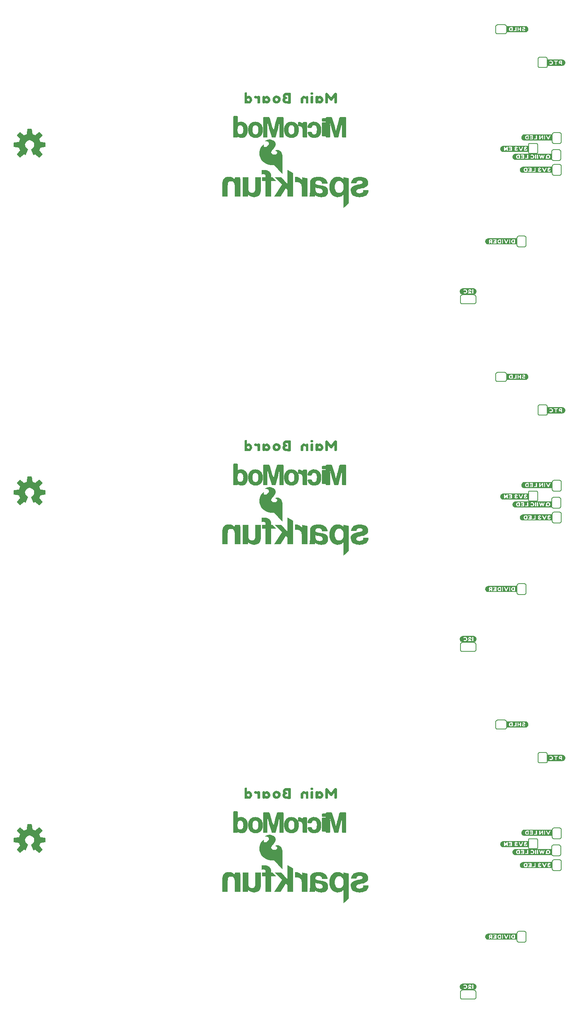
<source format=gbo>
G04 EAGLE Gerber RS-274X export*
G75*
%MOMM*%
%FSLAX34Y34*%
%LPD*%
%INSilkscreen Bottom*%
%IPPOS*%
%AMOC8*
5,1,8,0,0,1.08239X$1,22.5*%
G01*
%ADD10C,0.152400*%
%ADD11C,0.203200*%

G36*
X62273Y1968126D02*
X62273Y1968126D01*
X62381Y1968136D01*
X62394Y1968142D01*
X62408Y1968144D01*
X62505Y1968192D01*
X62604Y1968237D01*
X62617Y1968248D01*
X62626Y1968252D01*
X62641Y1968268D01*
X62718Y1968330D01*
X68750Y1974362D01*
X68800Y1974433D01*
X68805Y1974437D01*
X68807Y1974441D01*
X68813Y1974450D01*
X68879Y1974536D01*
X68884Y1974549D01*
X68892Y1974561D01*
X68923Y1974664D01*
X68959Y1974767D01*
X68959Y1974781D01*
X68963Y1974794D01*
X68959Y1974902D01*
X68960Y1975011D01*
X68955Y1975024D01*
X68955Y1975038D01*
X68917Y1975140D01*
X68882Y1975242D01*
X68873Y1975257D01*
X68869Y1975266D01*
X68855Y1975283D01*
X68801Y1975365D01*
X61947Y1983771D01*
X62985Y1985657D01*
X62993Y1985679D01*
X63021Y1985731D01*
X64038Y1988187D01*
X64044Y1988210D01*
X64066Y1988265D01*
X64665Y1990333D01*
X75455Y1991430D01*
X75559Y1991458D01*
X75665Y1991483D01*
X75677Y1991490D01*
X75690Y1991493D01*
X75780Y1991554D01*
X75873Y1991611D01*
X75881Y1991622D01*
X75893Y1991630D01*
X75959Y1991716D01*
X76028Y1991800D01*
X76032Y1991813D01*
X76041Y1991824D01*
X76075Y1991927D01*
X76114Y1992028D01*
X76115Y1992046D01*
X76119Y1992055D01*
X76119Y1992077D01*
X76128Y1992175D01*
X76128Y2000705D01*
X76111Y2000812D01*
X76097Y2000920D01*
X76091Y2000932D01*
X76089Y2000946D01*
X76037Y2001042D01*
X75990Y2001139D01*
X75980Y2001149D01*
X75974Y2001161D01*
X75894Y2001235D01*
X75818Y2001312D01*
X75806Y2001318D01*
X75796Y2001328D01*
X75697Y2001373D01*
X75600Y2001421D01*
X75582Y2001425D01*
X75573Y2001429D01*
X75552Y2001431D01*
X75455Y2001450D01*
X64665Y2002547D01*
X64066Y2004615D01*
X64055Y2004636D01*
X64038Y2004693D01*
X63021Y2007149D01*
X63008Y2007169D01*
X62985Y2007223D01*
X61947Y2009109D01*
X68801Y2017515D01*
X68855Y2017609D01*
X68912Y2017701D01*
X68915Y2017714D01*
X68922Y2017726D01*
X68943Y2017833D01*
X68968Y2017938D01*
X68966Y2017952D01*
X68969Y2017966D01*
X68954Y2018073D01*
X68944Y2018181D01*
X68938Y2018194D01*
X68936Y2018208D01*
X68888Y2018305D01*
X68843Y2018404D01*
X68832Y2018417D01*
X68828Y2018426D01*
X68812Y2018441D01*
X68750Y2018518D01*
X62718Y2024550D01*
X62630Y2024613D01*
X62544Y2024679D01*
X62531Y2024684D01*
X62519Y2024692D01*
X62416Y2024723D01*
X62313Y2024759D01*
X62299Y2024759D01*
X62286Y2024763D01*
X62178Y2024759D01*
X62069Y2024760D01*
X62056Y2024755D01*
X62042Y2024755D01*
X61940Y2024717D01*
X61838Y2024682D01*
X61823Y2024673D01*
X61814Y2024669D01*
X61797Y2024655D01*
X61715Y2024601D01*
X53309Y2017747D01*
X51423Y2018785D01*
X51401Y2018793D01*
X51349Y2018821D01*
X48893Y2019838D01*
X48870Y2019844D01*
X48815Y2019866D01*
X46747Y2020465D01*
X45650Y2031255D01*
X45622Y2031359D01*
X45597Y2031465D01*
X45590Y2031477D01*
X45587Y2031490D01*
X45526Y2031580D01*
X45469Y2031673D01*
X45458Y2031681D01*
X45450Y2031693D01*
X45364Y2031759D01*
X45280Y2031828D01*
X45267Y2031832D01*
X45256Y2031841D01*
X45153Y2031875D01*
X45052Y2031914D01*
X45034Y2031915D01*
X45025Y2031919D01*
X45003Y2031919D01*
X44905Y2031928D01*
X36375Y2031928D01*
X36268Y2031911D01*
X36160Y2031897D01*
X36148Y2031891D01*
X36134Y2031889D01*
X36038Y2031837D01*
X35941Y2031790D01*
X35931Y2031780D01*
X35919Y2031774D01*
X35845Y2031694D01*
X35768Y2031618D01*
X35762Y2031606D01*
X35752Y2031596D01*
X35707Y2031497D01*
X35659Y2031400D01*
X35655Y2031382D01*
X35651Y2031373D01*
X35649Y2031352D01*
X35630Y2031255D01*
X34533Y2020465D01*
X32465Y2019866D01*
X32444Y2019855D01*
X32387Y2019838D01*
X29931Y2018821D01*
X29911Y2018808D01*
X29857Y2018785D01*
X27971Y2017747D01*
X19565Y2024601D01*
X19471Y2024655D01*
X19379Y2024712D01*
X19366Y2024715D01*
X19354Y2024722D01*
X19247Y2024743D01*
X19142Y2024768D01*
X19128Y2024766D01*
X19114Y2024769D01*
X19007Y2024754D01*
X18899Y2024744D01*
X18886Y2024738D01*
X18873Y2024736D01*
X18775Y2024688D01*
X18676Y2024643D01*
X18663Y2024632D01*
X18654Y2024628D01*
X18639Y2024612D01*
X18562Y2024550D01*
X12530Y2018518D01*
X12467Y2018430D01*
X12401Y2018344D01*
X12396Y2018331D01*
X12388Y2018319D01*
X12357Y2018216D01*
X12321Y2018113D01*
X12321Y2018099D01*
X12317Y2018086D01*
X12321Y2017978D01*
X12320Y2017869D01*
X12325Y2017856D01*
X12325Y2017842D01*
X12363Y2017740D01*
X12398Y2017638D01*
X12407Y2017623D01*
X12411Y2017614D01*
X12425Y2017597D01*
X12479Y2017515D01*
X19333Y2009109D01*
X18295Y2007223D01*
X18287Y2007201D01*
X18259Y2007149D01*
X17242Y2004693D01*
X17236Y2004670D01*
X17214Y2004615D01*
X16615Y2002547D01*
X5825Y2001450D01*
X5721Y2001422D01*
X5615Y2001397D01*
X5603Y2001390D01*
X5590Y2001387D01*
X5500Y2001326D01*
X5407Y2001269D01*
X5399Y2001258D01*
X5387Y2001250D01*
X5321Y2001164D01*
X5253Y2001080D01*
X5248Y2001067D01*
X5239Y2001056D01*
X5205Y2000953D01*
X5166Y2000852D01*
X5165Y2000834D01*
X5161Y2000825D01*
X5162Y2000803D01*
X5152Y2000705D01*
X5152Y1992175D01*
X5169Y1992068D01*
X5183Y1991960D01*
X5189Y1991948D01*
X5191Y1991934D01*
X5243Y1991838D01*
X5290Y1991741D01*
X5300Y1991731D01*
X5306Y1991719D01*
X5386Y1991645D01*
X5462Y1991568D01*
X5474Y1991562D01*
X5485Y1991552D01*
X5583Y1991507D01*
X5680Y1991459D01*
X5698Y1991455D01*
X5707Y1991451D01*
X5728Y1991449D01*
X5825Y1991430D01*
X16615Y1990333D01*
X17214Y1988265D01*
X17225Y1988244D01*
X17242Y1988187D01*
X18259Y1985731D01*
X18272Y1985711D01*
X18295Y1985657D01*
X19333Y1983771D01*
X12479Y1975365D01*
X12425Y1975271D01*
X12368Y1975179D01*
X12365Y1975166D01*
X12358Y1975154D01*
X12337Y1975047D01*
X12312Y1974942D01*
X12314Y1974928D01*
X12311Y1974914D01*
X12326Y1974807D01*
X12336Y1974699D01*
X12342Y1974686D01*
X12344Y1974673D01*
X12392Y1974575D01*
X12437Y1974476D01*
X12448Y1974463D01*
X12452Y1974454D01*
X12468Y1974439D01*
X12530Y1974362D01*
X18562Y1968330D01*
X18650Y1968267D01*
X18736Y1968201D01*
X18749Y1968196D01*
X18761Y1968188D01*
X18864Y1968157D01*
X18967Y1968121D01*
X18981Y1968121D01*
X18994Y1968117D01*
X19102Y1968121D01*
X19211Y1968120D01*
X19224Y1968125D01*
X19238Y1968125D01*
X19340Y1968163D01*
X19442Y1968198D01*
X19457Y1968207D01*
X19466Y1968211D01*
X19483Y1968225D01*
X19565Y1968279D01*
X27965Y1975128D01*
X29252Y1974396D01*
X29271Y1974389D01*
X29307Y1974368D01*
X31116Y1973529D01*
X31154Y1973519D01*
X31190Y1973500D01*
X31271Y1973486D01*
X31351Y1973464D01*
X31391Y1973466D01*
X31430Y1973460D01*
X31512Y1973473D01*
X31595Y1973478D01*
X31632Y1973493D01*
X31671Y1973499D01*
X31744Y1973538D01*
X31821Y1973569D01*
X31851Y1973595D01*
X31887Y1973614D01*
X31943Y1973674D01*
X32006Y1973728D01*
X32026Y1973763D01*
X32054Y1973792D01*
X32123Y1973922D01*
X37146Y1986048D01*
X37171Y1986157D01*
X37200Y1986264D01*
X37199Y1986275D01*
X37202Y1986286D01*
X37191Y1986396D01*
X37183Y1986508D01*
X37179Y1986518D01*
X37178Y1986529D01*
X37132Y1986630D01*
X37089Y1986733D01*
X37082Y1986741D01*
X37077Y1986751D01*
X37001Y1986832D01*
X36928Y1986916D01*
X36916Y1986923D01*
X36910Y1986929D01*
X36893Y1986938D01*
X36804Y1986997D01*
X35054Y1987924D01*
X33562Y1989116D01*
X32319Y1990567D01*
X31369Y1992224D01*
X30744Y1994029D01*
X30468Y1995919D01*
X30550Y1997827D01*
X30986Y1999687D01*
X31762Y2001432D01*
X32851Y2003002D01*
X34213Y2004341D01*
X35801Y2005402D01*
X37559Y2006148D01*
X39426Y2006553D01*
X41335Y2006601D01*
X43220Y2006293D01*
X45015Y2005638D01*
X46655Y2004659D01*
X48084Y2003392D01*
X49251Y2001880D01*
X50115Y2000177D01*
X50646Y1998342D01*
X50826Y1996436D01*
X50682Y1994734D01*
X50255Y1993076D01*
X49555Y1991513D01*
X49216Y1991005D01*
X48715Y1990256D01*
X48715Y1990255D01*
X48604Y1990089D01*
X47428Y1988845D01*
X46060Y1987816D01*
X44482Y1987001D01*
X44390Y1986932D01*
X44297Y1986865D01*
X44292Y1986859D01*
X44286Y1986855D01*
X44221Y1986760D01*
X44154Y1986667D01*
X44152Y1986660D01*
X44148Y1986654D01*
X44117Y1986543D01*
X44083Y1986434D01*
X44083Y1986426D01*
X44082Y1986419D01*
X44087Y1986305D01*
X44091Y1986190D01*
X44094Y1986181D01*
X44094Y1986176D01*
X44100Y1986161D01*
X44134Y1986048D01*
X49157Y1973922D01*
X49178Y1973888D01*
X49191Y1973851D01*
X49242Y1973785D01*
X49286Y1973715D01*
X49317Y1973690D01*
X49341Y1973658D01*
X49410Y1973613D01*
X49474Y1973560D01*
X49512Y1973546D01*
X49545Y1973524D01*
X49625Y1973503D01*
X49703Y1973474D01*
X49743Y1973473D01*
X49781Y1973463D01*
X49864Y1973469D01*
X49946Y1973466D01*
X49985Y1973478D01*
X50025Y1973481D01*
X50164Y1973529D01*
X51973Y1974368D01*
X51989Y1974379D01*
X52028Y1974396D01*
X53315Y1975128D01*
X61715Y1968279D01*
X61809Y1968225D01*
X61901Y1968168D01*
X61914Y1968165D01*
X61926Y1968158D01*
X62033Y1968137D01*
X62138Y1968112D01*
X62152Y1968114D01*
X62166Y1968111D01*
X62273Y1968126D01*
G37*
G36*
X62273Y1190886D02*
X62273Y1190886D01*
X62381Y1190896D01*
X62394Y1190902D01*
X62408Y1190904D01*
X62505Y1190952D01*
X62604Y1190997D01*
X62617Y1191008D01*
X62626Y1191012D01*
X62641Y1191028D01*
X62718Y1191090D01*
X68750Y1197122D01*
X68800Y1197193D01*
X68805Y1197198D01*
X68807Y1197201D01*
X68813Y1197210D01*
X68879Y1197296D01*
X68884Y1197309D01*
X68892Y1197321D01*
X68923Y1197424D01*
X68959Y1197527D01*
X68959Y1197541D01*
X68963Y1197554D01*
X68959Y1197662D01*
X68960Y1197771D01*
X68955Y1197784D01*
X68955Y1197798D01*
X68917Y1197900D01*
X68882Y1198002D01*
X68873Y1198017D01*
X68869Y1198026D01*
X68855Y1198043D01*
X68801Y1198125D01*
X61947Y1206531D01*
X62985Y1208417D01*
X62993Y1208439D01*
X63021Y1208491D01*
X64038Y1210947D01*
X64044Y1210970D01*
X64066Y1211025D01*
X64665Y1213093D01*
X75455Y1214190D01*
X75559Y1214218D01*
X75665Y1214243D01*
X75677Y1214250D01*
X75690Y1214253D01*
X75780Y1214314D01*
X75873Y1214371D01*
X75881Y1214382D01*
X75893Y1214390D01*
X75959Y1214476D01*
X76028Y1214560D01*
X76032Y1214573D01*
X76041Y1214584D01*
X76075Y1214687D01*
X76114Y1214788D01*
X76115Y1214806D01*
X76119Y1214815D01*
X76119Y1214837D01*
X76128Y1214935D01*
X76128Y1223465D01*
X76111Y1223572D01*
X76097Y1223680D01*
X76091Y1223692D01*
X76089Y1223706D01*
X76037Y1223802D01*
X75990Y1223899D01*
X75980Y1223909D01*
X75974Y1223921D01*
X75894Y1223995D01*
X75818Y1224072D01*
X75806Y1224078D01*
X75796Y1224088D01*
X75697Y1224133D01*
X75600Y1224181D01*
X75582Y1224185D01*
X75573Y1224189D01*
X75552Y1224191D01*
X75455Y1224210D01*
X64665Y1225307D01*
X64066Y1227375D01*
X64055Y1227396D01*
X64038Y1227453D01*
X63021Y1229909D01*
X63008Y1229929D01*
X62985Y1229983D01*
X61947Y1231869D01*
X68801Y1240275D01*
X68855Y1240369D01*
X68912Y1240461D01*
X68915Y1240474D01*
X68922Y1240486D01*
X68943Y1240593D01*
X68968Y1240698D01*
X68966Y1240712D01*
X68969Y1240726D01*
X68954Y1240833D01*
X68944Y1240941D01*
X68938Y1240954D01*
X68936Y1240968D01*
X68888Y1241065D01*
X68843Y1241164D01*
X68832Y1241177D01*
X68828Y1241186D01*
X68812Y1241201D01*
X68750Y1241278D01*
X62718Y1247310D01*
X62630Y1247373D01*
X62544Y1247439D01*
X62531Y1247444D01*
X62519Y1247452D01*
X62416Y1247483D01*
X62313Y1247519D01*
X62299Y1247519D01*
X62286Y1247523D01*
X62178Y1247519D01*
X62069Y1247520D01*
X62056Y1247515D01*
X62042Y1247515D01*
X61940Y1247477D01*
X61838Y1247442D01*
X61823Y1247433D01*
X61814Y1247429D01*
X61797Y1247415D01*
X61715Y1247361D01*
X53309Y1240507D01*
X51423Y1241545D01*
X51401Y1241553D01*
X51349Y1241581D01*
X48893Y1242598D01*
X48870Y1242604D01*
X48815Y1242626D01*
X46747Y1243225D01*
X45650Y1254015D01*
X45622Y1254119D01*
X45597Y1254225D01*
X45590Y1254237D01*
X45587Y1254250D01*
X45526Y1254340D01*
X45469Y1254433D01*
X45458Y1254441D01*
X45450Y1254453D01*
X45364Y1254519D01*
X45280Y1254588D01*
X45267Y1254592D01*
X45256Y1254601D01*
X45153Y1254635D01*
X45052Y1254674D01*
X45034Y1254675D01*
X45025Y1254679D01*
X45003Y1254679D01*
X44905Y1254688D01*
X36375Y1254688D01*
X36268Y1254671D01*
X36160Y1254657D01*
X36148Y1254651D01*
X36134Y1254649D01*
X36038Y1254597D01*
X35941Y1254550D01*
X35931Y1254540D01*
X35919Y1254534D01*
X35845Y1254454D01*
X35768Y1254378D01*
X35762Y1254366D01*
X35752Y1254356D01*
X35707Y1254257D01*
X35659Y1254160D01*
X35655Y1254142D01*
X35651Y1254133D01*
X35649Y1254112D01*
X35630Y1254015D01*
X34533Y1243225D01*
X32465Y1242626D01*
X32444Y1242615D01*
X32387Y1242598D01*
X29931Y1241581D01*
X29911Y1241568D01*
X29857Y1241545D01*
X27971Y1240507D01*
X19565Y1247361D01*
X19471Y1247415D01*
X19379Y1247472D01*
X19366Y1247475D01*
X19354Y1247482D01*
X19247Y1247503D01*
X19142Y1247528D01*
X19128Y1247526D01*
X19114Y1247529D01*
X19007Y1247514D01*
X18899Y1247504D01*
X18886Y1247498D01*
X18873Y1247496D01*
X18775Y1247448D01*
X18676Y1247403D01*
X18663Y1247392D01*
X18654Y1247388D01*
X18639Y1247372D01*
X18562Y1247310D01*
X12530Y1241278D01*
X12467Y1241190D01*
X12401Y1241104D01*
X12396Y1241091D01*
X12388Y1241079D01*
X12357Y1240976D01*
X12321Y1240873D01*
X12321Y1240859D01*
X12317Y1240846D01*
X12321Y1240738D01*
X12320Y1240629D01*
X12325Y1240616D01*
X12325Y1240602D01*
X12363Y1240500D01*
X12398Y1240398D01*
X12407Y1240383D01*
X12411Y1240374D01*
X12425Y1240357D01*
X12479Y1240275D01*
X19333Y1231869D01*
X18295Y1229983D01*
X18287Y1229961D01*
X18259Y1229909D01*
X17242Y1227453D01*
X17236Y1227430D01*
X17214Y1227375D01*
X16615Y1225307D01*
X5825Y1224210D01*
X5721Y1224182D01*
X5615Y1224157D01*
X5603Y1224150D01*
X5590Y1224147D01*
X5500Y1224086D01*
X5407Y1224029D01*
X5399Y1224018D01*
X5387Y1224010D01*
X5321Y1223924D01*
X5253Y1223840D01*
X5248Y1223827D01*
X5239Y1223816D01*
X5205Y1223713D01*
X5166Y1223612D01*
X5165Y1223594D01*
X5161Y1223585D01*
X5162Y1223563D01*
X5152Y1223465D01*
X5152Y1214935D01*
X5169Y1214828D01*
X5183Y1214720D01*
X5189Y1214708D01*
X5191Y1214694D01*
X5243Y1214598D01*
X5290Y1214501D01*
X5300Y1214491D01*
X5306Y1214479D01*
X5386Y1214405D01*
X5462Y1214328D01*
X5474Y1214322D01*
X5485Y1214312D01*
X5583Y1214267D01*
X5680Y1214219D01*
X5698Y1214215D01*
X5707Y1214211D01*
X5728Y1214209D01*
X5825Y1214190D01*
X16615Y1213093D01*
X17214Y1211025D01*
X17225Y1211004D01*
X17242Y1210947D01*
X18259Y1208491D01*
X18272Y1208471D01*
X18295Y1208417D01*
X19333Y1206531D01*
X12479Y1198125D01*
X12425Y1198031D01*
X12368Y1197939D01*
X12365Y1197926D01*
X12358Y1197914D01*
X12337Y1197807D01*
X12312Y1197702D01*
X12314Y1197688D01*
X12311Y1197674D01*
X12326Y1197567D01*
X12336Y1197459D01*
X12342Y1197446D01*
X12344Y1197433D01*
X12392Y1197335D01*
X12437Y1197236D01*
X12448Y1197223D01*
X12452Y1197214D01*
X12468Y1197199D01*
X12530Y1197122D01*
X18562Y1191090D01*
X18650Y1191027D01*
X18736Y1190961D01*
X18749Y1190956D01*
X18761Y1190948D01*
X18864Y1190917D01*
X18967Y1190881D01*
X18981Y1190881D01*
X18994Y1190877D01*
X19102Y1190881D01*
X19211Y1190880D01*
X19224Y1190885D01*
X19238Y1190885D01*
X19340Y1190923D01*
X19442Y1190958D01*
X19457Y1190967D01*
X19466Y1190971D01*
X19483Y1190985D01*
X19565Y1191039D01*
X27965Y1197888D01*
X29252Y1197156D01*
X29271Y1197149D01*
X29307Y1197128D01*
X31116Y1196289D01*
X31154Y1196279D01*
X31190Y1196260D01*
X31271Y1196246D01*
X31351Y1196224D01*
X31391Y1196226D01*
X31430Y1196220D01*
X31512Y1196233D01*
X31595Y1196238D01*
X31632Y1196253D01*
X31671Y1196259D01*
X31744Y1196298D01*
X31821Y1196329D01*
X31851Y1196355D01*
X31887Y1196374D01*
X31943Y1196434D01*
X32006Y1196488D01*
X32026Y1196523D01*
X32054Y1196552D01*
X32123Y1196682D01*
X37146Y1208808D01*
X37171Y1208917D01*
X37200Y1209024D01*
X37199Y1209035D01*
X37202Y1209046D01*
X37191Y1209156D01*
X37183Y1209268D01*
X37179Y1209278D01*
X37178Y1209289D01*
X37132Y1209390D01*
X37089Y1209493D01*
X37082Y1209501D01*
X37077Y1209511D01*
X37001Y1209592D01*
X36928Y1209676D01*
X36916Y1209683D01*
X36910Y1209689D01*
X36893Y1209698D01*
X36804Y1209757D01*
X35054Y1210684D01*
X33562Y1211876D01*
X32319Y1213327D01*
X31369Y1214984D01*
X30744Y1216789D01*
X30468Y1218679D01*
X30550Y1220587D01*
X30986Y1222447D01*
X31762Y1224192D01*
X32851Y1225762D01*
X34213Y1227101D01*
X35801Y1228162D01*
X37559Y1228908D01*
X39426Y1229313D01*
X41335Y1229361D01*
X43220Y1229053D01*
X45015Y1228398D01*
X46655Y1227419D01*
X48084Y1226152D01*
X49251Y1224640D01*
X50115Y1222937D01*
X50646Y1221102D01*
X50826Y1219196D01*
X50682Y1217494D01*
X50255Y1215836D01*
X49555Y1214273D01*
X49216Y1213765D01*
X48715Y1213016D01*
X48715Y1213015D01*
X48604Y1212849D01*
X47428Y1211605D01*
X46060Y1210576D01*
X44482Y1209761D01*
X44390Y1209692D01*
X44297Y1209625D01*
X44292Y1209619D01*
X44286Y1209615D01*
X44221Y1209520D01*
X44154Y1209427D01*
X44152Y1209420D01*
X44148Y1209414D01*
X44117Y1209303D01*
X44083Y1209194D01*
X44083Y1209186D01*
X44082Y1209179D01*
X44087Y1209065D01*
X44091Y1208950D01*
X44094Y1208941D01*
X44094Y1208936D01*
X44100Y1208921D01*
X44134Y1208808D01*
X49157Y1196682D01*
X49178Y1196648D01*
X49191Y1196611D01*
X49242Y1196545D01*
X49286Y1196475D01*
X49317Y1196450D01*
X49341Y1196418D01*
X49410Y1196373D01*
X49474Y1196320D01*
X49512Y1196306D01*
X49545Y1196284D01*
X49625Y1196263D01*
X49703Y1196234D01*
X49743Y1196233D01*
X49781Y1196223D01*
X49864Y1196229D01*
X49946Y1196226D01*
X49985Y1196238D01*
X50025Y1196241D01*
X50164Y1196289D01*
X51973Y1197128D01*
X51989Y1197139D01*
X52028Y1197156D01*
X53315Y1197888D01*
X61715Y1191039D01*
X61809Y1190985D01*
X61901Y1190928D01*
X61914Y1190925D01*
X61926Y1190918D01*
X62033Y1190897D01*
X62138Y1190872D01*
X62152Y1190874D01*
X62166Y1190871D01*
X62273Y1190886D01*
G37*
G36*
X62273Y413646D02*
X62273Y413646D01*
X62381Y413656D01*
X62394Y413662D01*
X62408Y413664D01*
X62505Y413712D01*
X62604Y413757D01*
X62617Y413768D01*
X62626Y413772D01*
X62641Y413788D01*
X62718Y413850D01*
X68750Y419882D01*
X68800Y419953D01*
X68805Y419958D01*
X68807Y419961D01*
X68813Y419970D01*
X68879Y420056D01*
X68884Y420069D01*
X68892Y420081D01*
X68923Y420184D01*
X68959Y420287D01*
X68959Y420301D01*
X68963Y420314D01*
X68959Y420422D01*
X68960Y420531D01*
X68955Y420544D01*
X68955Y420558D01*
X68917Y420660D01*
X68882Y420762D01*
X68873Y420777D01*
X68869Y420786D01*
X68855Y420803D01*
X68801Y420885D01*
X61947Y429291D01*
X62985Y431177D01*
X62993Y431199D01*
X63021Y431251D01*
X64038Y433707D01*
X64044Y433730D01*
X64066Y433785D01*
X64665Y435853D01*
X75455Y436950D01*
X75559Y436978D01*
X75665Y437003D01*
X75677Y437010D01*
X75690Y437013D01*
X75780Y437074D01*
X75873Y437131D01*
X75881Y437142D01*
X75893Y437150D01*
X75959Y437236D01*
X76028Y437320D01*
X76032Y437333D01*
X76041Y437344D01*
X76075Y437447D01*
X76114Y437548D01*
X76115Y437566D01*
X76119Y437575D01*
X76119Y437597D01*
X76128Y437695D01*
X76128Y446225D01*
X76111Y446332D01*
X76097Y446440D01*
X76091Y446452D01*
X76089Y446466D01*
X76037Y446562D01*
X75990Y446659D01*
X75980Y446669D01*
X75974Y446681D01*
X75894Y446755D01*
X75818Y446832D01*
X75806Y446838D01*
X75796Y446848D01*
X75697Y446893D01*
X75600Y446941D01*
X75582Y446945D01*
X75573Y446949D01*
X75552Y446951D01*
X75455Y446970D01*
X64665Y448067D01*
X64066Y450135D01*
X64055Y450156D01*
X64038Y450213D01*
X63021Y452669D01*
X63008Y452689D01*
X62985Y452743D01*
X61947Y454629D01*
X68801Y463035D01*
X68855Y463129D01*
X68912Y463221D01*
X68915Y463234D01*
X68922Y463246D01*
X68943Y463353D01*
X68968Y463458D01*
X68966Y463472D01*
X68969Y463486D01*
X68954Y463593D01*
X68944Y463701D01*
X68938Y463714D01*
X68936Y463728D01*
X68888Y463825D01*
X68843Y463924D01*
X68832Y463937D01*
X68828Y463946D01*
X68812Y463961D01*
X68750Y464038D01*
X62718Y470070D01*
X62630Y470133D01*
X62544Y470199D01*
X62531Y470204D01*
X62519Y470212D01*
X62416Y470243D01*
X62313Y470279D01*
X62299Y470279D01*
X62286Y470283D01*
X62178Y470279D01*
X62069Y470280D01*
X62056Y470275D01*
X62042Y470275D01*
X61940Y470237D01*
X61838Y470202D01*
X61823Y470193D01*
X61814Y470189D01*
X61797Y470175D01*
X61715Y470121D01*
X53309Y463267D01*
X51423Y464305D01*
X51401Y464313D01*
X51349Y464341D01*
X48893Y465358D01*
X48870Y465364D01*
X48815Y465386D01*
X46747Y465985D01*
X45650Y476775D01*
X45622Y476879D01*
X45597Y476985D01*
X45590Y476997D01*
X45587Y477010D01*
X45526Y477100D01*
X45469Y477193D01*
X45458Y477201D01*
X45450Y477213D01*
X45364Y477279D01*
X45280Y477348D01*
X45267Y477352D01*
X45256Y477361D01*
X45153Y477395D01*
X45052Y477434D01*
X45034Y477435D01*
X45025Y477439D01*
X45003Y477439D01*
X44905Y477448D01*
X36375Y477448D01*
X36268Y477431D01*
X36160Y477417D01*
X36148Y477411D01*
X36134Y477409D01*
X36038Y477357D01*
X35941Y477310D01*
X35931Y477300D01*
X35919Y477294D01*
X35845Y477214D01*
X35768Y477138D01*
X35762Y477126D01*
X35752Y477116D01*
X35707Y477017D01*
X35659Y476920D01*
X35655Y476902D01*
X35651Y476893D01*
X35649Y476872D01*
X35630Y476775D01*
X34533Y465985D01*
X32465Y465386D01*
X32444Y465375D01*
X32387Y465358D01*
X29931Y464341D01*
X29911Y464328D01*
X29857Y464305D01*
X27971Y463267D01*
X19565Y470121D01*
X19471Y470175D01*
X19379Y470232D01*
X19366Y470235D01*
X19354Y470242D01*
X19247Y470263D01*
X19142Y470288D01*
X19128Y470286D01*
X19114Y470289D01*
X19007Y470274D01*
X18899Y470264D01*
X18886Y470258D01*
X18873Y470256D01*
X18775Y470208D01*
X18676Y470163D01*
X18663Y470152D01*
X18654Y470148D01*
X18639Y470132D01*
X18562Y470070D01*
X12530Y464038D01*
X12467Y463950D01*
X12401Y463864D01*
X12396Y463851D01*
X12388Y463839D01*
X12357Y463736D01*
X12321Y463633D01*
X12321Y463619D01*
X12317Y463606D01*
X12321Y463498D01*
X12320Y463389D01*
X12325Y463376D01*
X12325Y463362D01*
X12363Y463260D01*
X12398Y463158D01*
X12407Y463143D01*
X12411Y463134D01*
X12425Y463117D01*
X12479Y463035D01*
X19333Y454629D01*
X18295Y452743D01*
X18287Y452721D01*
X18259Y452669D01*
X17242Y450213D01*
X17236Y450190D01*
X17214Y450135D01*
X16615Y448067D01*
X5825Y446970D01*
X5721Y446942D01*
X5615Y446917D01*
X5603Y446910D01*
X5590Y446907D01*
X5500Y446846D01*
X5407Y446789D01*
X5399Y446778D01*
X5387Y446770D01*
X5321Y446684D01*
X5253Y446600D01*
X5248Y446587D01*
X5239Y446576D01*
X5205Y446473D01*
X5166Y446372D01*
X5165Y446354D01*
X5161Y446345D01*
X5162Y446323D01*
X5152Y446225D01*
X5152Y437695D01*
X5169Y437588D01*
X5183Y437480D01*
X5189Y437468D01*
X5191Y437454D01*
X5243Y437358D01*
X5290Y437261D01*
X5300Y437251D01*
X5306Y437239D01*
X5386Y437165D01*
X5462Y437088D01*
X5474Y437082D01*
X5485Y437072D01*
X5583Y437027D01*
X5680Y436979D01*
X5698Y436975D01*
X5707Y436971D01*
X5728Y436969D01*
X5825Y436950D01*
X16615Y435853D01*
X17214Y433785D01*
X17225Y433764D01*
X17242Y433707D01*
X18259Y431251D01*
X18272Y431231D01*
X18295Y431177D01*
X19333Y429291D01*
X12479Y420885D01*
X12425Y420791D01*
X12368Y420699D01*
X12365Y420686D01*
X12358Y420674D01*
X12337Y420567D01*
X12312Y420462D01*
X12314Y420448D01*
X12311Y420434D01*
X12326Y420327D01*
X12336Y420219D01*
X12342Y420206D01*
X12344Y420193D01*
X12392Y420095D01*
X12437Y419996D01*
X12448Y419983D01*
X12452Y419974D01*
X12468Y419959D01*
X12530Y419882D01*
X18562Y413850D01*
X18650Y413787D01*
X18736Y413721D01*
X18749Y413716D01*
X18761Y413708D01*
X18864Y413677D01*
X18967Y413641D01*
X18981Y413641D01*
X18994Y413637D01*
X19102Y413641D01*
X19211Y413640D01*
X19224Y413645D01*
X19238Y413645D01*
X19340Y413683D01*
X19442Y413718D01*
X19457Y413727D01*
X19466Y413731D01*
X19483Y413745D01*
X19565Y413799D01*
X27965Y420648D01*
X29252Y419916D01*
X29271Y419909D01*
X29307Y419888D01*
X31116Y419049D01*
X31154Y419039D01*
X31190Y419020D01*
X31271Y419006D01*
X31351Y418984D01*
X31391Y418986D01*
X31430Y418980D01*
X31512Y418993D01*
X31595Y418998D01*
X31632Y419013D01*
X31671Y419019D01*
X31744Y419058D01*
X31821Y419089D01*
X31851Y419115D01*
X31887Y419134D01*
X31943Y419194D01*
X32006Y419248D01*
X32026Y419283D01*
X32054Y419312D01*
X32123Y419442D01*
X37146Y431568D01*
X37171Y431677D01*
X37200Y431784D01*
X37199Y431795D01*
X37202Y431806D01*
X37191Y431916D01*
X37183Y432028D01*
X37179Y432038D01*
X37178Y432049D01*
X37132Y432150D01*
X37089Y432253D01*
X37082Y432261D01*
X37077Y432271D01*
X37001Y432352D01*
X36928Y432436D01*
X36916Y432443D01*
X36910Y432449D01*
X36893Y432458D01*
X36804Y432517D01*
X35054Y433444D01*
X33562Y434636D01*
X32319Y436087D01*
X31369Y437744D01*
X30744Y439549D01*
X30468Y441439D01*
X30550Y443347D01*
X30986Y445207D01*
X31762Y446952D01*
X32851Y448522D01*
X34213Y449861D01*
X35801Y450922D01*
X37559Y451668D01*
X39426Y452073D01*
X41335Y452121D01*
X43220Y451813D01*
X45015Y451158D01*
X46655Y450179D01*
X48084Y448912D01*
X49251Y447400D01*
X50115Y445697D01*
X50646Y443862D01*
X50826Y441956D01*
X50682Y440254D01*
X50255Y438596D01*
X49555Y437033D01*
X49216Y436525D01*
X48715Y435776D01*
X48715Y435775D01*
X48604Y435609D01*
X47428Y434365D01*
X46060Y433336D01*
X44482Y432521D01*
X44390Y432452D01*
X44297Y432385D01*
X44292Y432379D01*
X44286Y432375D01*
X44221Y432280D01*
X44154Y432187D01*
X44152Y432180D01*
X44148Y432174D01*
X44117Y432063D01*
X44083Y431954D01*
X44083Y431946D01*
X44082Y431939D01*
X44087Y431825D01*
X44091Y431710D01*
X44094Y431701D01*
X44094Y431696D01*
X44100Y431681D01*
X44134Y431568D01*
X49157Y419442D01*
X49178Y419408D01*
X49191Y419371D01*
X49242Y419305D01*
X49286Y419235D01*
X49317Y419210D01*
X49341Y419178D01*
X49410Y419133D01*
X49474Y419080D01*
X49512Y419066D01*
X49545Y419044D01*
X49625Y419023D01*
X49703Y418994D01*
X49743Y418993D01*
X49781Y418983D01*
X49864Y418989D01*
X49946Y418986D01*
X49985Y418998D01*
X50025Y419001D01*
X50164Y419049D01*
X51973Y419888D01*
X51989Y419899D01*
X52028Y419916D01*
X53315Y420648D01*
X61715Y413799D01*
X61809Y413745D01*
X61901Y413688D01*
X61914Y413685D01*
X61926Y413678D01*
X62033Y413657D01*
X62138Y413632D01*
X62152Y413634D01*
X62166Y413631D01*
X62273Y413646D01*
G37*
G36*
X605285Y1931732D02*
X605285Y1931732D01*
X605311Y1931733D01*
X605365Y1931763D01*
X605423Y1931785D01*
X605440Y1931804D01*
X605463Y1931816D01*
X605498Y1931867D01*
X605540Y1931912D01*
X605548Y1931937D01*
X605563Y1931958D01*
X605579Y1932042D01*
X605590Y1932078D01*
X605588Y1932088D01*
X605590Y1932100D01*
X605590Y1973400D01*
X605584Y1973425D01*
X605585Y1973460D01*
X605185Y1975960D01*
X605178Y1975979D01*
X605176Y1976004D01*
X604576Y1978104D01*
X604560Y1978133D01*
X604546Y1978178D01*
X603646Y1979878D01*
X603624Y1979903D01*
X603600Y1979946D01*
X602500Y1981246D01*
X602483Y1981258D01*
X602467Y1981280D01*
X601267Y1982380D01*
X601243Y1982394D01*
X601216Y1982420D01*
X599816Y1983320D01*
X599798Y1983326D01*
X599780Y1983340D01*
X598380Y1984040D01*
X598354Y1984046D01*
X598323Y1984063D01*
X596723Y1984563D01*
X596695Y1984565D01*
X596657Y1984577D01*
X595057Y1984777D01*
X595048Y1984776D01*
X595037Y1984779D01*
X593637Y1984879D01*
X593612Y1984875D01*
X593578Y1984879D01*
X592378Y1984779D01*
X592360Y1984773D01*
X592335Y1984773D01*
X591335Y1984573D01*
X591328Y1984569D01*
X591318Y1984569D01*
X590527Y1984371D01*
X590035Y1984273D01*
X590001Y1984257D01*
X589940Y1984240D01*
X589769Y1984155D01*
X589740Y1984140D01*
X589675Y1984086D01*
X589609Y1984032D01*
X589608Y1984030D01*
X589607Y1984029D01*
X589573Y1983953D01*
X589537Y1983874D01*
X589537Y1983872D01*
X589536Y1983871D01*
X589540Y1983786D01*
X589543Y1983701D01*
X589544Y1983699D01*
X589544Y1983698D01*
X589585Y1983622D01*
X589625Y1983548D01*
X589626Y1983547D01*
X589627Y1983546D01*
X589637Y1983539D01*
X589740Y1983460D01*
X589940Y1983360D01*
X589973Y1983352D01*
X590018Y1983331D01*
X590363Y1983245D01*
X590814Y1982974D01*
X590836Y1982967D01*
X590860Y1982951D01*
X591522Y1982667D01*
X592864Y1981709D01*
X593419Y1981153D01*
X593867Y1980525D01*
X594130Y1979738D01*
X594130Y1978856D01*
X593859Y1977955D01*
X593302Y1977026D01*
X592553Y1976183D01*
X591517Y1975430D01*
X590283Y1974860D01*
X588763Y1974480D01*
X586469Y1974480D01*
X584369Y1975148D01*
X582659Y1976194D01*
X581449Y1977590D01*
X580893Y1979350D01*
X580987Y1981320D01*
X581840Y1983500D01*
X583788Y1985740D01*
X586279Y1988231D01*
X586290Y1988250D01*
X586311Y1988268D01*
X588311Y1990868D01*
X588322Y1990892D01*
X588345Y1990920D01*
X589745Y1993520D01*
X589754Y1993555D01*
X589778Y1993605D01*
X590478Y1996305D01*
X590479Y1996342D01*
X590490Y1996400D01*
X590490Y1998900D01*
X590481Y1998938D01*
X590472Y1999016D01*
X589672Y2001516D01*
X589652Y2001549D01*
X589620Y2001620D01*
X587920Y2004020D01*
X587893Y2004044D01*
X587856Y2004090D01*
X585256Y2006290D01*
X585224Y2006307D01*
X585180Y2006340D01*
X581780Y2008040D01*
X581744Y2008049D01*
X581689Y2008072D01*
X578389Y2008772D01*
X578353Y2008771D01*
X578297Y2008780D01*
X575297Y2008680D01*
X575265Y2008671D01*
X575215Y2008668D01*
X572515Y2007968D01*
X572497Y2007959D01*
X572471Y2007954D01*
X570171Y2007054D01*
X570153Y2007041D01*
X570125Y2007032D01*
X568325Y2006032D01*
X568310Y2006019D01*
X568286Y2006008D01*
X567186Y2005208D01*
X567185Y2005206D01*
X567182Y2005204D01*
X566782Y2004904D01*
X566748Y2004864D01*
X566708Y2004831D01*
X566693Y2004798D01*
X566671Y2004771D01*
X566658Y2004720D01*
X566637Y2004672D01*
X566638Y2004637D01*
X566630Y2004603D01*
X566641Y2004552D01*
X566643Y2004499D01*
X566660Y2004468D01*
X566668Y2004434D01*
X566701Y2004393D01*
X566726Y2004347D01*
X566755Y2004327D01*
X566777Y2004299D01*
X566825Y2004278D01*
X566868Y2004247D01*
X566908Y2004240D01*
X566935Y2004227D01*
X566966Y2004228D01*
X567010Y2004220D01*
X567210Y2004220D01*
X567236Y2004226D01*
X567273Y2004225D01*
X567862Y2004323D01*
X568731Y2004420D01*
X569779Y2004420D01*
X570936Y2004227D01*
X572168Y2003942D01*
X573284Y2003292D01*
X574348Y2002325D01*
X574998Y2001675D01*
X575358Y2000954D01*
X575637Y2000118D01*
X575727Y1999300D01*
X575636Y1998476D01*
X575355Y1997541D01*
X574888Y1996606D01*
X574119Y1995645D01*
X573340Y1994768D01*
X572364Y1993890D01*
X571394Y1993114D01*
X570235Y1992438D01*
X569166Y1991952D01*
X568110Y1991568D01*
X567076Y1991380D01*
X566277Y1991380D01*
X565307Y1991733D01*
X564617Y1992337D01*
X564271Y1993028D01*
X564086Y1993862D01*
X563990Y1994721D01*
X563990Y1995462D01*
X564073Y1995876D01*
X564150Y1996030D01*
X564154Y1996045D01*
X564163Y1996058D01*
X564189Y1996192D01*
X564190Y1996199D01*
X564190Y1996200D01*
X564190Y1996300D01*
X564176Y1996361D01*
X564170Y1996424D01*
X564156Y1996445D01*
X564151Y1996469D01*
X564111Y1996517D01*
X564077Y1996570D01*
X564056Y1996583D01*
X564041Y1996602D01*
X563983Y1996628D01*
X563930Y1996661D01*
X563905Y1996663D01*
X563882Y1996673D01*
X563820Y1996671D01*
X563757Y1996677D01*
X563731Y1996668D01*
X563709Y1996667D01*
X563676Y1996649D01*
X563620Y1996629D01*
X561020Y1995129D01*
X560991Y1995103D01*
X560931Y1995058D01*
X558531Y1992458D01*
X558513Y1992428D01*
X558504Y1992417D01*
X558496Y1992410D01*
X558493Y1992404D01*
X558480Y1992389D01*
X556480Y1988889D01*
X556472Y1988863D01*
X556454Y1988833D01*
X554854Y1984533D01*
X554849Y1984500D01*
X554834Y1984455D01*
X554134Y1979655D01*
X554136Y1979623D01*
X554130Y1979579D01*
X554430Y1974279D01*
X554440Y1974247D01*
X554443Y1974200D01*
X555943Y1968700D01*
X555959Y1968670D01*
X555974Y1968623D01*
X558874Y1963123D01*
X558894Y1963099D01*
X558914Y1963061D01*
X561014Y1960461D01*
X561026Y1960452D01*
X561035Y1960437D01*
X563335Y1958037D01*
X563351Y1958027D01*
X563365Y1958009D01*
X565865Y1955909D01*
X565888Y1955898D01*
X565913Y1955875D01*
X568713Y1954175D01*
X568732Y1954169D01*
X568754Y1954153D01*
X571854Y1952753D01*
X571879Y1952748D01*
X571910Y1952733D01*
X575210Y1951833D01*
X575235Y1951832D01*
X575267Y1951822D01*
X578767Y1951422D01*
X578786Y1951424D01*
X578810Y1951420D01*
X582700Y1951420D01*
X584558Y1951322D01*
X586291Y1950937D01*
X587819Y1950268D01*
X589267Y1949207D01*
X590741Y1947831D01*
X592330Y1946143D01*
X594027Y1944246D01*
X594028Y1944245D01*
X595928Y1942145D01*
X595931Y1942143D01*
X595934Y1942139D01*
X597730Y1940243D01*
X599427Y1938346D01*
X600920Y1936654D01*
X602215Y1935060D01*
X602224Y1935054D01*
X602231Y1935042D01*
X603421Y1933752D01*
X604206Y1932771D01*
X604701Y1932079D01*
X604721Y1932061D01*
X604741Y1932031D01*
X604941Y1931831D01*
X604963Y1931818D01*
X604979Y1931798D01*
X605036Y1931772D01*
X605088Y1931740D01*
X605114Y1931737D01*
X605138Y1931727D01*
X605199Y1931729D01*
X605261Y1931723D01*
X605285Y1931732D01*
G37*
G36*
X605285Y377252D02*
X605285Y377252D01*
X605311Y377253D01*
X605365Y377283D01*
X605423Y377305D01*
X605440Y377324D01*
X605463Y377336D01*
X605498Y377387D01*
X605540Y377432D01*
X605548Y377457D01*
X605563Y377478D01*
X605579Y377562D01*
X605590Y377598D01*
X605588Y377608D01*
X605590Y377620D01*
X605590Y418920D01*
X605584Y418945D01*
X605585Y418980D01*
X605185Y421480D01*
X605178Y421499D01*
X605176Y421524D01*
X604576Y423624D01*
X604560Y423653D01*
X604546Y423698D01*
X603646Y425398D01*
X603624Y425423D01*
X603600Y425466D01*
X602500Y426766D01*
X602483Y426778D01*
X602467Y426800D01*
X601267Y427900D01*
X601243Y427914D01*
X601216Y427940D01*
X599816Y428840D01*
X599798Y428846D01*
X599780Y428860D01*
X598380Y429560D01*
X598354Y429566D01*
X598323Y429583D01*
X596723Y430083D01*
X596695Y430085D01*
X596657Y430097D01*
X595057Y430297D01*
X595048Y430296D01*
X595037Y430299D01*
X593637Y430399D01*
X593612Y430395D01*
X593578Y430399D01*
X592378Y430299D01*
X592360Y430293D01*
X592335Y430293D01*
X591335Y430093D01*
X591328Y430089D01*
X591318Y430089D01*
X590527Y429891D01*
X590035Y429793D01*
X590001Y429777D01*
X589940Y429760D01*
X589769Y429675D01*
X589740Y429660D01*
X589675Y429606D01*
X589609Y429552D01*
X589608Y429550D01*
X589607Y429549D01*
X589573Y429473D01*
X589537Y429394D01*
X589537Y429392D01*
X589536Y429391D01*
X589540Y429306D01*
X589543Y429221D01*
X589544Y429219D01*
X589544Y429218D01*
X589585Y429142D01*
X589625Y429068D01*
X589626Y429067D01*
X589627Y429066D01*
X589637Y429059D01*
X589740Y428980D01*
X589940Y428880D01*
X589973Y428872D01*
X590018Y428851D01*
X590363Y428765D01*
X590814Y428494D01*
X590836Y428487D01*
X590860Y428471D01*
X591522Y428187D01*
X592863Y427229D01*
X593419Y426674D01*
X593867Y426045D01*
X594130Y425258D01*
X594130Y424376D01*
X593859Y423475D01*
X593302Y422546D01*
X592553Y421703D01*
X591517Y420950D01*
X590283Y420380D01*
X588763Y420000D01*
X586469Y420000D01*
X584369Y420668D01*
X582659Y421714D01*
X581449Y423110D01*
X580893Y424870D01*
X580987Y426840D01*
X581840Y429020D01*
X583788Y431260D01*
X586279Y433751D01*
X586290Y433770D01*
X586311Y433788D01*
X588311Y436388D01*
X588322Y436412D01*
X588345Y436440D01*
X589745Y439040D01*
X589754Y439075D01*
X589778Y439125D01*
X590478Y441825D01*
X590479Y441862D01*
X590490Y441920D01*
X590490Y444420D01*
X590481Y444458D01*
X590472Y444536D01*
X589672Y447036D01*
X589652Y447069D01*
X589620Y447140D01*
X587920Y449540D01*
X587893Y449564D01*
X587856Y449610D01*
X585256Y451810D01*
X585224Y451827D01*
X585180Y451860D01*
X581780Y453560D01*
X581744Y453569D01*
X581689Y453592D01*
X578389Y454292D01*
X578353Y454291D01*
X578297Y454300D01*
X575297Y454200D01*
X575265Y454191D01*
X575215Y454188D01*
X572515Y453488D01*
X572497Y453479D01*
X572471Y453474D01*
X570171Y452574D01*
X570153Y452561D01*
X570125Y452552D01*
X568325Y451552D01*
X568310Y451539D01*
X568286Y451528D01*
X567186Y450728D01*
X567185Y450726D01*
X567182Y450724D01*
X566782Y450424D01*
X566748Y450384D01*
X566708Y450351D01*
X566693Y450318D01*
X566671Y450291D01*
X566658Y450240D01*
X566637Y450192D01*
X566638Y450157D01*
X566630Y450123D01*
X566641Y450072D01*
X566643Y450019D01*
X566660Y449988D01*
X566668Y449954D01*
X566701Y449913D01*
X566726Y449867D01*
X566755Y449847D01*
X566777Y449819D01*
X566825Y449798D01*
X566868Y449767D01*
X566908Y449760D01*
X566935Y449747D01*
X566966Y449748D01*
X567010Y449740D01*
X567210Y449740D01*
X567236Y449746D01*
X567273Y449745D01*
X567862Y449843D01*
X568731Y449940D01*
X569779Y449940D01*
X570936Y449747D01*
X572168Y449462D01*
X573284Y448812D01*
X574348Y447845D01*
X574998Y447195D01*
X575358Y446474D01*
X575637Y445638D01*
X575727Y444820D01*
X575636Y443996D01*
X575355Y443061D01*
X574888Y442126D01*
X574119Y441165D01*
X573340Y440288D01*
X572364Y439410D01*
X571394Y438634D01*
X570235Y437958D01*
X569166Y437472D01*
X568110Y437088D01*
X567076Y436900D01*
X566277Y436900D01*
X565307Y437253D01*
X564617Y437857D01*
X564271Y438548D01*
X564086Y439382D01*
X563990Y440241D01*
X563990Y440982D01*
X564073Y441396D01*
X564150Y441550D01*
X564154Y441565D01*
X564163Y441578D01*
X564189Y441712D01*
X564190Y441719D01*
X564190Y441720D01*
X564190Y441820D01*
X564176Y441881D01*
X564170Y441944D01*
X564156Y441965D01*
X564151Y441989D01*
X564111Y442037D01*
X564077Y442090D01*
X564056Y442103D01*
X564041Y442122D01*
X563983Y442148D01*
X563930Y442181D01*
X563905Y442183D01*
X563882Y442193D01*
X563820Y442191D01*
X563757Y442197D01*
X563731Y442188D01*
X563709Y442187D01*
X563676Y442169D01*
X563620Y442149D01*
X561020Y440649D01*
X560991Y440623D01*
X560931Y440578D01*
X558531Y437978D01*
X558513Y437948D01*
X558504Y437937D01*
X558496Y437930D01*
X558493Y437924D01*
X558480Y437909D01*
X556480Y434409D01*
X556472Y434383D01*
X556454Y434353D01*
X554854Y430053D01*
X554849Y430020D01*
X554834Y429975D01*
X554134Y425175D01*
X554136Y425143D01*
X554130Y425099D01*
X554430Y419799D01*
X554440Y419767D01*
X554443Y419720D01*
X555943Y414220D01*
X555959Y414190D01*
X555974Y414143D01*
X558874Y408643D01*
X558894Y408619D01*
X558914Y408581D01*
X561014Y405981D01*
X561026Y405972D01*
X561035Y405957D01*
X563335Y403557D01*
X563351Y403547D01*
X563365Y403529D01*
X565865Y401429D01*
X565888Y401418D01*
X565913Y401395D01*
X568713Y399695D01*
X568732Y399689D01*
X568754Y399673D01*
X571854Y398273D01*
X571879Y398268D01*
X571910Y398253D01*
X575210Y397353D01*
X575235Y397352D01*
X575267Y397342D01*
X578767Y396942D01*
X578786Y396944D01*
X578810Y396940D01*
X582700Y396940D01*
X584558Y396842D01*
X586291Y396457D01*
X587819Y395788D01*
X589267Y394727D01*
X590741Y393351D01*
X592330Y391663D01*
X594027Y389766D01*
X594028Y389765D01*
X595928Y387665D01*
X595931Y387663D01*
X595934Y387659D01*
X597730Y385763D01*
X599427Y383866D01*
X600920Y382174D01*
X602215Y380580D01*
X602224Y380574D01*
X602231Y380562D01*
X603421Y379272D01*
X604206Y378291D01*
X604701Y377599D01*
X604721Y377581D01*
X604741Y377551D01*
X604941Y377351D01*
X604963Y377338D01*
X604979Y377318D01*
X605036Y377292D01*
X605088Y377260D01*
X605114Y377257D01*
X605138Y377247D01*
X605199Y377249D01*
X605261Y377243D01*
X605285Y377252D01*
G37*
G36*
X605285Y1154492D02*
X605285Y1154492D01*
X605311Y1154493D01*
X605365Y1154523D01*
X605423Y1154545D01*
X605440Y1154564D01*
X605463Y1154576D01*
X605498Y1154627D01*
X605540Y1154672D01*
X605548Y1154697D01*
X605563Y1154718D01*
X605579Y1154802D01*
X605590Y1154838D01*
X605588Y1154848D01*
X605590Y1154860D01*
X605590Y1196160D01*
X605584Y1196185D01*
X605585Y1196220D01*
X605185Y1198720D01*
X605178Y1198739D01*
X605176Y1198764D01*
X604576Y1200864D01*
X604560Y1200893D01*
X604546Y1200938D01*
X603646Y1202638D01*
X603624Y1202663D01*
X603600Y1202706D01*
X602500Y1204006D01*
X602483Y1204018D01*
X602467Y1204040D01*
X601267Y1205140D01*
X601243Y1205154D01*
X601216Y1205180D01*
X599816Y1206080D01*
X599798Y1206086D01*
X599780Y1206100D01*
X598380Y1206800D01*
X598354Y1206806D01*
X598323Y1206823D01*
X596723Y1207323D01*
X596695Y1207325D01*
X596657Y1207337D01*
X595057Y1207537D01*
X595048Y1207536D01*
X595037Y1207539D01*
X593637Y1207639D01*
X593612Y1207635D01*
X593578Y1207639D01*
X592378Y1207539D01*
X592360Y1207533D01*
X592335Y1207533D01*
X591335Y1207333D01*
X591328Y1207329D01*
X591318Y1207329D01*
X590527Y1207131D01*
X590035Y1207033D01*
X590001Y1207017D01*
X589940Y1207000D01*
X589769Y1206915D01*
X589740Y1206900D01*
X589675Y1206846D01*
X589609Y1206792D01*
X589608Y1206790D01*
X589607Y1206789D01*
X589573Y1206713D01*
X589537Y1206634D01*
X589537Y1206632D01*
X589536Y1206631D01*
X589540Y1206546D01*
X589543Y1206461D01*
X589544Y1206459D01*
X589544Y1206458D01*
X589585Y1206382D01*
X589625Y1206308D01*
X589626Y1206307D01*
X589627Y1206306D01*
X589637Y1206299D01*
X589740Y1206220D01*
X589940Y1206120D01*
X589973Y1206112D01*
X590018Y1206091D01*
X590363Y1206005D01*
X590814Y1205734D01*
X590836Y1205727D01*
X590860Y1205711D01*
X591522Y1205427D01*
X592864Y1204469D01*
X593419Y1203914D01*
X593867Y1203285D01*
X594130Y1202498D01*
X594130Y1201616D01*
X593859Y1200715D01*
X593302Y1199786D01*
X592553Y1198943D01*
X591517Y1198190D01*
X590283Y1197620D01*
X588763Y1197240D01*
X586469Y1197240D01*
X584369Y1197908D01*
X582659Y1198954D01*
X581449Y1200350D01*
X580893Y1202110D01*
X580987Y1204080D01*
X581840Y1206260D01*
X583788Y1208500D01*
X586279Y1210991D01*
X586290Y1211010D01*
X586311Y1211028D01*
X588311Y1213628D01*
X588322Y1213652D01*
X588345Y1213680D01*
X589745Y1216280D01*
X589754Y1216315D01*
X589778Y1216365D01*
X590478Y1219065D01*
X590479Y1219102D01*
X590490Y1219160D01*
X590490Y1221660D01*
X590481Y1221698D01*
X590472Y1221776D01*
X589672Y1224276D01*
X589652Y1224309D01*
X589620Y1224380D01*
X587920Y1226780D01*
X587893Y1226804D01*
X587856Y1226850D01*
X585256Y1229050D01*
X585224Y1229067D01*
X585180Y1229100D01*
X581780Y1230800D01*
X581744Y1230809D01*
X581689Y1230832D01*
X578389Y1231532D01*
X578353Y1231531D01*
X578297Y1231540D01*
X575297Y1231440D01*
X575265Y1231431D01*
X575215Y1231428D01*
X572515Y1230728D01*
X572497Y1230719D01*
X572471Y1230714D01*
X570171Y1229814D01*
X570153Y1229801D01*
X570125Y1229792D01*
X568325Y1228792D01*
X568310Y1228779D01*
X568286Y1228768D01*
X567186Y1227968D01*
X567185Y1227966D01*
X567182Y1227964D01*
X566782Y1227664D01*
X566748Y1227624D01*
X566708Y1227591D01*
X566693Y1227558D01*
X566671Y1227531D01*
X566658Y1227480D01*
X566637Y1227432D01*
X566638Y1227397D01*
X566630Y1227363D01*
X566641Y1227312D01*
X566643Y1227259D01*
X566660Y1227228D01*
X566668Y1227194D01*
X566701Y1227153D01*
X566726Y1227107D01*
X566755Y1227087D01*
X566777Y1227059D01*
X566825Y1227038D01*
X566868Y1227007D01*
X566908Y1227000D01*
X566935Y1226987D01*
X566966Y1226988D01*
X567010Y1226980D01*
X567210Y1226980D01*
X567236Y1226986D01*
X567273Y1226985D01*
X567862Y1227083D01*
X568731Y1227180D01*
X569779Y1227180D01*
X570936Y1226987D01*
X572168Y1226702D01*
X573284Y1226052D01*
X574348Y1225085D01*
X574998Y1224435D01*
X575358Y1223714D01*
X575637Y1222878D01*
X575727Y1222060D01*
X575636Y1221236D01*
X575355Y1220301D01*
X574888Y1219366D01*
X574119Y1218405D01*
X573340Y1217528D01*
X572364Y1216650D01*
X571394Y1215874D01*
X570235Y1215198D01*
X569166Y1214712D01*
X568110Y1214328D01*
X567076Y1214140D01*
X566277Y1214140D01*
X565307Y1214493D01*
X564617Y1215097D01*
X564271Y1215788D01*
X564086Y1216622D01*
X563990Y1217481D01*
X563990Y1218222D01*
X564073Y1218636D01*
X564150Y1218790D01*
X564154Y1218805D01*
X564163Y1218818D01*
X564189Y1218952D01*
X564190Y1218959D01*
X564190Y1218960D01*
X564190Y1219060D01*
X564176Y1219121D01*
X564170Y1219184D01*
X564156Y1219205D01*
X564151Y1219229D01*
X564111Y1219277D01*
X564077Y1219330D01*
X564056Y1219343D01*
X564041Y1219362D01*
X563983Y1219388D01*
X563930Y1219421D01*
X563905Y1219423D01*
X563882Y1219433D01*
X563820Y1219431D01*
X563757Y1219437D01*
X563731Y1219428D01*
X563709Y1219427D01*
X563676Y1219409D01*
X563620Y1219389D01*
X561020Y1217889D01*
X560991Y1217863D01*
X560931Y1217818D01*
X558531Y1215218D01*
X558513Y1215188D01*
X558504Y1215177D01*
X558496Y1215170D01*
X558493Y1215164D01*
X558480Y1215149D01*
X556480Y1211649D01*
X556472Y1211623D01*
X556454Y1211593D01*
X554854Y1207293D01*
X554849Y1207260D01*
X554834Y1207215D01*
X554134Y1202415D01*
X554136Y1202383D01*
X554130Y1202339D01*
X554430Y1197039D01*
X554440Y1197007D01*
X554443Y1196960D01*
X555943Y1191460D01*
X555959Y1191430D01*
X555974Y1191383D01*
X558874Y1185883D01*
X558894Y1185859D01*
X558914Y1185821D01*
X561014Y1183221D01*
X561026Y1183212D01*
X561035Y1183197D01*
X563335Y1180797D01*
X563351Y1180787D01*
X563365Y1180769D01*
X565865Y1178669D01*
X565888Y1178658D01*
X565913Y1178635D01*
X568713Y1176935D01*
X568732Y1176929D01*
X568754Y1176913D01*
X571854Y1175513D01*
X571879Y1175508D01*
X571910Y1175493D01*
X575210Y1174593D01*
X575235Y1174592D01*
X575267Y1174582D01*
X578767Y1174182D01*
X578786Y1174184D01*
X578810Y1174180D01*
X582700Y1174180D01*
X584558Y1174082D01*
X586291Y1173697D01*
X587819Y1173028D01*
X589267Y1171967D01*
X590741Y1170591D01*
X592330Y1168903D01*
X594027Y1167006D01*
X594028Y1167005D01*
X595928Y1164905D01*
X595931Y1164903D01*
X595934Y1164899D01*
X597730Y1163003D01*
X599427Y1161106D01*
X600920Y1159414D01*
X602215Y1157820D01*
X602224Y1157814D01*
X602231Y1157802D01*
X603421Y1156512D01*
X604206Y1155531D01*
X604701Y1154839D01*
X604721Y1154821D01*
X604741Y1154791D01*
X604941Y1154591D01*
X604963Y1154578D01*
X604979Y1154558D01*
X605036Y1154532D01*
X605088Y1154500D01*
X605114Y1154497D01*
X605138Y1154487D01*
X605199Y1154489D01*
X605261Y1154483D01*
X605285Y1154492D01*
G37*
G36*
X742336Y300850D02*
X742336Y300850D01*
X742411Y300853D01*
X742421Y300859D01*
X742433Y300860D01*
X742559Y300933D01*
X744059Y302233D01*
X744063Y302237D01*
X744069Y302241D01*
X745464Y303537D01*
X748459Y306133D01*
X748463Y306137D01*
X748469Y306141D01*
X749864Y307437D01*
X751359Y308733D01*
X751363Y308737D01*
X751369Y308741D01*
X752764Y310037D01*
X754259Y311333D01*
X754261Y311335D01*
X754263Y311336D01*
X754311Y311404D01*
X754361Y311473D01*
X754361Y311476D01*
X754363Y311478D01*
X754390Y311620D01*
X754390Y366920D01*
X754388Y366931D01*
X754390Y366942D01*
X754368Y367014D01*
X754351Y367089D01*
X754344Y367097D01*
X754341Y367108D01*
X754289Y367164D01*
X754241Y367222D01*
X754231Y367227D01*
X754223Y367235D01*
X754090Y367292D01*
X752690Y367592D01*
X752678Y367592D01*
X752664Y367596D01*
X751277Y367795D01*
X749890Y368092D01*
X749878Y368092D01*
X749864Y368096D01*
X748480Y368294D01*
X747196Y368591D01*
X747181Y368590D01*
X747164Y368596D01*
X745777Y368795D01*
X744390Y369092D01*
X744378Y369092D01*
X744364Y369096D01*
X742964Y369296D01*
X742887Y369290D01*
X742809Y369287D01*
X742801Y369282D01*
X742791Y369281D01*
X742725Y369241D01*
X742657Y369204D01*
X742652Y369196D01*
X742643Y369191D01*
X742608Y369136D01*
X742608Y369135D01*
X742607Y369134D01*
X742602Y369125D01*
X742557Y369062D01*
X742555Y369052D01*
X742551Y369045D01*
X742547Y369009D01*
X742544Y368993D01*
X742537Y368977D01*
X742537Y368959D01*
X742530Y368920D01*
X742530Y364599D01*
X742023Y365335D01*
X742011Y365347D01*
X742006Y365355D01*
X742001Y365358D01*
X741989Y365379D01*
X740689Y366779D01*
X740667Y366793D01*
X740645Y366819D01*
X739245Y367919D01*
X739222Y367930D01*
X739196Y367951D01*
X737596Y368851D01*
X737577Y368857D01*
X737555Y368872D01*
X735855Y369572D01*
X735837Y369574D01*
X735817Y369585D01*
X734117Y370085D01*
X734096Y370086D01*
X734069Y370096D01*
X732169Y370396D01*
X732152Y370394D01*
X732130Y370400D01*
X730230Y370500D01*
X730204Y370495D01*
X730170Y370498D01*
X725470Y369998D01*
X725436Y369986D01*
X725382Y369978D01*
X721482Y368578D01*
X721451Y368558D01*
X721399Y368536D01*
X718099Y366336D01*
X718076Y366312D01*
X718036Y366284D01*
X715336Y363484D01*
X715319Y363455D01*
X715301Y363436D01*
X715296Y363431D01*
X715295Y363429D01*
X715286Y363420D01*
X713186Y360020D01*
X713176Y359989D01*
X713152Y359948D01*
X711752Y356048D01*
X711750Y356026D01*
X711738Y356000D01*
X710838Y351800D01*
X710839Y351776D01*
X710831Y351746D01*
X710531Y347346D01*
X710534Y347323D01*
X710531Y347293D01*
X710831Y343093D01*
X710838Y343069D01*
X710839Y343037D01*
X711739Y339037D01*
X711742Y339029D01*
X711743Y339022D01*
X711750Y339009D01*
X711753Y338989D01*
X713153Y335189D01*
X713172Y335159D01*
X713192Y335111D01*
X715292Y331911D01*
X715312Y331893D01*
X715331Y331861D01*
X717931Y329061D01*
X717962Y329041D01*
X718001Y329002D01*
X721201Y326902D01*
X721234Y326890D01*
X721279Y326863D01*
X725079Y325463D01*
X725114Y325459D01*
X725166Y325442D01*
X729466Y324942D01*
X729499Y324946D01*
X729548Y324942D01*
X731548Y325142D01*
X731559Y325145D01*
X731573Y325145D01*
X733373Y325445D01*
X733389Y325452D01*
X733412Y325454D01*
X735212Y325954D01*
X735229Y325963D01*
X735255Y325968D01*
X736955Y326668D01*
X736975Y326683D01*
X737006Y326694D01*
X738506Y327594D01*
X738517Y327605D01*
X738535Y327613D01*
X740035Y328713D01*
X740051Y328732D01*
X740079Y328751D01*
X741379Y330051D01*
X741386Y330062D01*
X741399Y330073D01*
X741930Y330692D01*
X741930Y301220D01*
X741933Y301208D01*
X741931Y301196D01*
X741952Y301125D01*
X741969Y301051D01*
X741977Y301042D01*
X741980Y301030D01*
X742032Y300976D01*
X742079Y300918D01*
X742091Y300913D01*
X742099Y300904D01*
X742169Y300877D01*
X742238Y300847D01*
X742250Y300847D01*
X742261Y300843D01*
X742336Y300850D01*
G37*
G36*
X742336Y1855330D02*
X742336Y1855330D01*
X742411Y1855333D01*
X742421Y1855339D01*
X742433Y1855340D01*
X742559Y1855413D01*
X744059Y1856713D01*
X744063Y1856717D01*
X744069Y1856721D01*
X745464Y1858017D01*
X748459Y1860613D01*
X748463Y1860617D01*
X748469Y1860621D01*
X749864Y1861917D01*
X751359Y1863213D01*
X751363Y1863217D01*
X751369Y1863221D01*
X752764Y1864517D01*
X754259Y1865813D01*
X754261Y1865815D01*
X754263Y1865816D01*
X754311Y1865884D01*
X754361Y1865953D01*
X754361Y1865956D01*
X754363Y1865958D01*
X754390Y1866100D01*
X754390Y1921400D01*
X754388Y1921411D01*
X754390Y1921422D01*
X754368Y1921494D01*
X754351Y1921569D01*
X754344Y1921577D01*
X754341Y1921588D01*
X754289Y1921644D01*
X754241Y1921702D01*
X754231Y1921707D01*
X754223Y1921715D01*
X754090Y1921772D01*
X752690Y1922072D01*
X752678Y1922072D01*
X752664Y1922076D01*
X751277Y1922275D01*
X749890Y1922572D01*
X749878Y1922572D01*
X749864Y1922576D01*
X748480Y1922774D01*
X747196Y1923071D01*
X747181Y1923070D01*
X747164Y1923076D01*
X745777Y1923275D01*
X744390Y1923572D01*
X744378Y1923572D01*
X744364Y1923576D01*
X742964Y1923776D01*
X742887Y1923770D01*
X742809Y1923767D01*
X742801Y1923762D01*
X742791Y1923761D01*
X742725Y1923721D01*
X742657Y1923684D01*
X742652Y1923676D01*
X742643Y1923671D01*
X742608Y1923616D01*
X742608Y1923615D01*
X742607Y1923614D01*
X742602Y1923605D01*
X742557Y1923542D01*
X742555Y1923532D01*
X742551Y1923525D01*
X742547Y1923489D01*
X742544Y1923473D01*
X742537Y1923457D01*
X742537Y1923439D01*
X742530Y1923400D01*
X742530Y1919079D01*
X742023Y1919815D01*
X742011Y1919827D01*
X742006Y1919835D01*
X742001Y1919838D01*
X741989Y1919859D01*
X740689Y1921259D01*
X740667Y1921273D01*
X740645Y1921299D01*
X739245Y1922399D01*
X739222Y1922410D01*
X739196Y1922431D01*
X737596Y1923331D01*
X737577Y1923337D01*
X737555Y1923352D01*
X735855Y1924052D01*
X735837Y1924054D01*
X735817Y1924065D01*
X734117Y1924565D01*
X734096Y1924566D01*
X734069Y1924576D01*
X732169Y1924876D01*
X732152Y1924874D01*
X732130Y1924880D01*
X730230Y1924980D01*
X730204Y1924975D01*
X730170Y1924978D01*
X725470Y1924478D01*
X725436Y1924466D01*
X725382Y1924458D01*
X721482Y1923058D01*
X721451Y1923038D01*
X721399Y1923016D01*
X718099Y1920816D01*
X718076Y1920792D01*
X718036Y1920764D01*
X715336Y1917964D01*
X715319Y1917935D01*
X715301Y1917916D01*
X715296Y1917911D01*
X715295Y1917909D01*
X715286Y1917900D01*
X713186Y1914500D01*
X713176Y1914469D01*
X713152Y1914428D01*
X711752Y1910528D01*
X711750Y1910506D01*
X711738Y1910480D01*
X710838Y1906280D01*
X710839Y1906256D01*
X710831Y1906226D01*
X710531Y1901826D01*
X710534Y1901803D01*
X710531Y1901773D01*
X710831Y1897573D01*
X710838Y1897549D01*
X710839Y1897517D01*
X711739Y1893517D01*
X711742Y1893509D01*
X711743Y1893502D01*
X711750Y1893489D01*
X711753Y1893469D01*
X713153Y1889669D01*
X713172Y1889639D01*
X713192Y1889591D01*
X715292Y1886391D01*
X715312Y1886373D01*
X715331Y1886341D01*
X717931Y1883541D01*
X717962Y1883521D01*
X718001Y1883482D01*
X721201Y1881382D01*
X721234Y1881370D01*
X721279Y1881343D01*
X725079Y1879943D01*
X725114Y1879939D01*
X725166Y1879922D01*
X729466Y1879422D01*
X729499Y1879426D01*
X729548Y1879422D01*
X731548Y1879622D01*
X731559Y1879625D01*
X731573Y1879625D01*
X733373Y1879925D01*
X733389Y1879932D01*
X733412Y1879934D01*
X735212Y1880434D01*
X735229Y1880443D01*
X735255Y1880448D01*
X736955Y1881148D01*
X736975Y1881163D01*
X737006Y1881174D01*
X738506Y1882074D01*
X738517Y1882085D01*
X738535Y1882093D01*
X740035Y1883193D01*
X740051Y1883212D01*
X740079Y1883231D01*
X741379Y1884531D01*
X741386Y1884542D01*
X741399Y1884553D01*
X741930Y1885172D01*
X741930Y1855700D01*
X741933Y1855688D01*
X741931Y1855676D01*
X741952Y1855605D01*
X741969Y1855531D01*
X741977Y1855522D01*
X741980Y1855510D01*
X742032Y1855456D01*
X742079Y1855398D01*
X742091Y1855393D01*
X742099Y1855384D01*
X742169Y1855357D01*
X742238Y1855327D01*
X742250Y1855327D01*
X742261Y1855323D01*
X742336Y1855330D01*
G37*
G36*
X742336Y1078090D02*
X742336Y1078090D01*
X742411Y1078093D01*
X742421Y1078099D01*
X742433Y1078100D01*
X742559Y1078173D01*
X744059Y1079473D01*
X744063Y1079477D01*
X744069Y1079481D01*
X745464Y1080777D01*
X748459Y1083373D01*
X748463Y1083377D01*
X748469Y1083381D01*
X749864Y1084677D01*
X751359Y1085973D01*
X751363Y1085977D01*
X751369Y1085981D01*
X752764Y1087277D01*
X754259Y1088573D01*
X754261Y1088575D01*
X754263Y1088576D01*
X754311Y1088644D01*
X754361Y1088713D01*
X754361Y1088716D01*
X754363Y1088718D01*
X754390Y1088860D01*
X754390Y1144160D01*
X754388Y1144171D01*
X754390Y1144182D01*
X754368Y1144254D01*
X754351Y1144329D01*
X754344Y1144337D01*
X754341Y1144348D01*
X754289Y1144404D01*
X754241Y1144462D01*
X754231Y1144467D01*
X754223Y1144475D01*
X754090Y1144532D01*
X752690Y1144832D01*
X752678Y1144832D01*
X752664Y1144836D01*
X751277Y1145035D01*
X749890Y1145332D01*
X749878Y1145332D01*
X749864Y1145336D01*
X748480Y1145534D01*
X747196Y1145831D01*
X747181Y1145830D01*
X747164Y1145836D01*
X745777Y1146035D01*
X744390Y1146332D01*
X744378Y1146332D01*
X744364Y1146336D01*
X742964Y1146536D01*
X742887Y1146530D01*
X742809Y1146527D01*
X742801Y1146522D01*
X742791Y1146521D01*
X742725Y1146481D01*
X742657Y1146444D01*
X742652Y1146436D01*
X742643Y1146431D01*
X742608Y1146376D01*
X742608Y1146375D01*
X742607Y1146374D01*
X742602Y1146365D01*
X742557Y1146302D01*
X742555Y1146292D01*
X742551Y1146285D01*
X742547Y1146249D01*
X742544Y1146233D01*
X742537Y1146217D01*
X742537Y1146199D01*
X742530Y1146160D01*
X742530Y1141839D01*
X742023Y1142575D01*
X742011Y1142587D01*
X742006Y1142595D01*
X742001Y1142598D01*
X741989Y1142619D01*
X740689Y1144019D01*
X740667Y1144033D01*
X740645Y1144059D01*
X739245Y1145159D01*
X739222Y1145170D01*
X739196Y1145191D01*
X737596Y1146091D01*
X737577Y1146097D01*
X737555Y1146112D01*
X735855Y1146812D01*
X735837Y1146814D01*
X735817Y1146825D01*
X734117Y1147325D01*
X734096Y1147326D01*
X734069Y1147336D01*
X732169Y1147636D01*
X732152Y1147634D01*
X732130Y1147640D01*
X730230Y1147740D01*
X730204Y1147735D01*
X730170Y1147738D01*
X725470Y1147238D01*
X725436Y1147226D01*
X725382Y1147218D01*
X721482Y1145818D01*
X721451Y1145798D01*
X721399Y1145776D01*
X718099Y1143576D01*
X718076Y1143552D01*
X718036Y1143524D01*
X715336Y1140724D01*
X715319Y1140695D01*
X715301Y1140676D01*
X715296Y1140671D01*
X715295Y1140669D01*
X715286Y1140660D01*
X713186Y1137260D01*
X713176Y1137229D01*
X713152Y1137188D01*
X711752Y1133288D01*
X711750Y1133266D01*
X711738Y1133240D01*
X710838Y1129040D01*
X710839Y1129016D01*
X710831Y1128986D01*
X710531Y1124586D01*
X710534Y1124563D01*
X710531Y1124533D01*
X710831Y1120333D01*
X710838Y1120309D01*
X710839Y1120277D01*
X711739Y1116277D01*
X711742Y1116269D01*
X711743Y1116262D01*
X711750Y1116249D01*
X711753Y1116229D01*
X713153Y1112429D01*
X713172Y1112399D01*
X713192Y1112351D01*
X715292Y1109151D01*
X715312Y1109133D01*
X715331Y1109101D01*
X717931Y1106301D01*
X717962Y1106281D01*
X718001Y1106242D01*
X721201Y1104142D01*
X721234Y1104130D01*
X721279Y1104103D01*
X725079Y1102703D01*
X725114Y1102699D01*
X725166Y1102682D01*
X729466Y1102182D01*
X729499Y1102186D01*
X729548Y1102182D01*
X731548Y1102382D01*
X731559Y1102385D01*
X731573Y1102385D01*
X733373Y1102685D01*
X733389Y1102692D01*
X733412Y1102694D01*
X735212Y1103194D01*
X735229Y1103203D01*
X735255Y1103208D01*
X736955Y1103908D01*
X736975Y1103923D01*
X737006Y1103934D01*
X738506Y1104834D01*
X738517Y1104845D01*
X738535Y1104853D01*
X740035Y1105953D01*
X740051Y1105972D01*
X740079Y1105991D01*
X741379Y1107291D01*
X741386Y1107302D01*
X741399Y1107313D01*
X741930Y1107932D01*
X741930Y1078460D01*
X741933Y1078448D01*
X741931Y1078436D01*
X741952Y1078365D01*
X741969Y1078291D01*
X741977Y1078282D01*
X741980Y1078270D01*
X742032Y1078216D01*
X742079Y1078158D01*
X742091Y1078153D01*
X742099Y1078144D01*
X742169Y1078117D01*
X742238Y1078087D01*
X742250Y1078087D01*
X742261Y1078083D01*
X742336Y1078090D01*
G37*
G36*
X710015Y458117D02*
X710015Y458117D01*
X710021Y458116D01*
X710548Y458128D01*
X710591Y458138D01*
X710686Y458150D01*
X711186Y458306D01*
X711194Y458311D01*
X711202Y458312D01*
X711348Y458392D01*
X711759Y458718D01*
X711764Y458724D01*
X711771Y458728D01*
X711796Y458757D01*
X711811Y458767D01*
X711830Y458798D01*
X711878Y458855D01*
X712145Y459306D01*
X712148Y459313D01*
X712152Y459319D01*
X712208Y459476D01*
X712296Y459993D01*
X712295Y460028D01*
X712304Y460078D01*
X712291Y480126D01*
X712291Y480128D01*
X712291Y480130D01*
X712266Y483295D01*
X712257Y483338D01*
X712246Y483431D01*
X712184Y483646D01*
X712205Y483669D01*
X712223Y483721D01*
X712251Y483768D01*
X712259Y483821D01*
X712271Y483856D01*
X712269Y483889D01*
X712276Y483933D01*
X712184Y490275D01*
X712184Y490277D01*
X712184Y490279D01*
X712108Y493645D01*
X712109Y493643D01*
X712109Y493639D01*
X712726Y491069D01*
X712727Y491067D01*
X712727Y491064D01*
X713760Y486963D01*
X713761Y486961D01*
X713761Y486959D01*
X714564Y483891D01*
X714580Y483857D01*
X714588Y483820D01*
X714632Y483752D01*
X714651Y483712D01*
X714660Y483705D01*
X714660Y483702D01*
X714651Y483668D01*
X714659Y483583D01*
X714659Y483538D01*
X714665Y483523D01*
X714667Y483502D01*
X716324Y477388D01*
X716325Y477386D01*
X716325Y477383D01*
X717895Y471792D01*
X717896Y471790D01*
X717897Y471788D01*
X719961Y464691D01*
X719962Y464689D01*
X719963Y464687D01*
X721483Y459631D01*
X721493Y459612D01*
X721499Y459586D01*
X721698Y459099D01*
X721700Y459095D01*
X721702Y459090D01*
X721792Y458950D01*
X722147Y458564D01*
X722154Y458559D01*
X722159Y458551D01*
X722294Y458454D01*
X722764Y458222D01*
X722770Y458220D01*
X722774Y458217D01*
X722935Y458173D01*
X723457Y458119D01*
X723480Y458122D01*
X723508Y458117D01*
X728787Y458117D01*
X728793Y458118D01*
X728800Y458117D01*
X729327Y458131D01*
X729358Y458138D01*
X729480Y458159D01*
X729976Y458333D01*
X729981Y458336D01*
X729988Y458338D01*
X730131Y458422D01*
X730533Y458760D01*
X730539Y458767D01*
X730546Y458772D01*
X730649Y458903D01*
X730901Y459363D01*
X730914Y459405D01*
X730917Y459411D01*
X730932Y459435D01*
X730935Y459450D01*
X730946Y459474D01*
X732162Y464067D01*
X732162Y464069D01*
X732163Y464071D01*
X733998Y471231D01*
X733998Y471232D01*
X733999Y471234D01*
X735405Y476868D01*
X735405Y476870D01*
X735406Y476871D01*
X737027Y483540D01*
X737029Y483585D01*
X737040Y483627D01*
X737033Y483683D01*
X737142Y484038D01*
X737144Y484054D01*
X737151Y484072D01*
X738830Y491281D01*
X738830Y491284D01*
X738832Y491287D01*
X739246Y493168D01*
X739168Y491390D01*
X739168Y491387D01*
X739167Y491383D01*
X739069Y488212D01*
X739069Y488210D01*
X739069Y488208D01*
X738976Y483979D01*
X738979Y483963D01*
X738976Y483946D01*
X738997Y483865D01*
X739011Y483783D01*
X739020Y483769D01*
X739024Y483754D01*
X738997Y483710D01*
X738997Y483709D01*
X738996Y483708D01*
X738995Y483701D01*
X738967Y483546D01*
X738919Y480371D01*
X738919Y480369D01*
X738919Y480367D01*
X738895Y476133D01*
X738895Y476132D01*
X738895Y476130D01*
X738892Y460254D01*
X738896Y460238D01*
X738894Y460217D01*
X738933Y459691D01*
X738933Y459690D01*
X738973Y459528D01*
X739184Y459046D01*
X739189Y459039D01*
X739191Y459031D01*
X739287Y458895D01*
X739658Y458521D01*
X739665Y458516D01*
X739669Y458510D01*
X739808Y458417D01*
X740287Y458202D01*
X740289Y458201D01*
X740291Y458200D01*
X740453Y458159D01*
X740978Y458118D01*
X740996Y458120D01*
X741018Y458116D01*
X746310Y458116D01*
X746345Y458123D01*
X746395Y458124D01*
X746913Y458213D01*
X746921Y458216D01*
X746929Y458216D01*
X747084Y458276D01*
X747536Y458545D01*
X747541Y458551D01*
X747549Y458553D01*
X747672Y458665D01*
X747998Y459078D01*
X748002Y459086D01*
X748008Y459092D01*
X748083Y459240D01*
X748238Y459743D01*
X748241Y459781D01*
X748260Y459889D01*
X748270Y483703D01*
X748269Y483711D01*
X748270Y483720D01*
X748249Y483808D01*
X748231Y483898D01*
X748229Y483901D01*
X748256Y484011D01*
X748257Y484055D01*
X748270Y484129D01*
X748261Y502106D01*
X748253Y502147D01*
X748241Y502247D01*
X748092Y502751D01*
X748088Y502758D01*
X748087Y502767D01*
X748009Y502914D01*
X747689Y503330D01*
X747683Y503335D01*
X747680Y503341D01*
X747555Y503451D01*
X747108Y503726D01*
X747099Y503729D01*
X747092Y503736D01*
X746935Y503792D01*
X746418Y503886D01*
X746381Y503886D01*
X746329Y503894D01*
X735225Y503889D01*
X735195Y503883D01*
X735153Y503884D01*
X734633Y503807D01*
X734624Y503804D01*
X734613Y503804D01*
X734457Y503746D01*
X734001Y503485D01*
X733993Y503478D01*
X733984Y503474D01*
X733860Y503363D01*
X733532Y502952D01*
X733525Y502939D01*
X733452Y502810D01*
X733273Y502314D01*
X733271Y502301D01*
X733264Y502286D01*
X732070Y498228D01*
X732070Y498225D01*
X732068Y498222D01*
X730921Y494151D01*
X730921Y494149D01*
X730920Y494147D01*
X730224Y491597D01*
X730224Y491595D01*
X730224Y491594D01*
X729137Y487506D01*
X729137Y487504D01*
X729136Y487501D01*
X728216Y483917D01*
X728215Y483898D01*
X728208Y483881D01*
X728209Y483857D01*
X728199Y483835D01*
X727920Y482816D01*
X727920Y482811D01*
X727917Y482804D01*
X727537Y481267D01*
X727537Y481265D01*
X727537Y481264D01*
X726551Y477157D01*
X726551Y477153D01*
X726550Y477149D01*
X725742Y473543D01*
X725742Y473538D01*
X725740Y473533D01*
X725619Y472936D01*
X725519Y473387D01*
X725516Y473392D01*
X725516Y473399D01*
X724749Y476472D01*
X724746Y476477D01*
X724746Y476483D01*
X723773Y480048D01*
X723772Y480051D01*
X723772Y480054D01*
X722754Y483607D01*
X722711Y483689D01*
X722702Y483707D01*
X722705Y483720D01*
X722694Y483763D01*
X722684Y483847D01*
X720246Y491945D01*
X720245Y491947D01*
X720245Y491949D01*
X718839Y496494D01*
X718839Y496495D01*
X718839Y496496D01*
X716936Y502547D01*
X716917Y502581D01*
X716898Y502636D01*
X716648Y503097D01*
X716642Y503104D01*
X716640Y503111D01*
X716533Y503239D01*
X716133Y503580D01*
X716125Y503584D01*
X716119Y503591D01*
X715973Y503671D01*
X715477Y503844D01*
X715445Y503848D01*
X715325Y503871D01*
X714797Y503884D01*
X714791Y503883D01*
X714785Y503884D01*
X704742Y503884D01*
X704732Y503882D01*
X704720Y503883D01*
X704193Y503861D01*
X704175Y503856D01*
X704035Y503828D01*
X703545Y503639D01*
X703539Y503635D01*
X703532Y503634D01*
X703531Y503633D01*
X703530Y503633D01*
X703390Y503543D01*
X703000Y503191D01*
X702995Y503185D01*
X702989Y503181D01*
X702890Y503048D01*
X702651Y502580D01*
X702649Y502574D01*
X702646Y502569D01*
X702600Y502410D01*
X702544Y501916D01*
X702466Y501593D01*
X702307Y501452D01*
X701973Y501404D01*
X696193Y501402D01*
X696168Y501397D01*
X696135Y501399D01*
X695612Y501338D01*
X695570Y501324D01*
X695479Y501303D01*
X694993Y501101D01*
X694956Y501076D01*
X694874Y501031D01*
X694461Y500704D01*
X694433Y500670D01*
X694366Y500603D01*
X694059Y500175D01*
X694041Y500135D01*
X693995Y500052D01*
X693818Y499556D01*
X693811Y499512D01*
X693790Y499424D01*
X693752Y498898D01*
X693754Y498882D01*
X693751Y498862D01*
X693751Y496748D01*
X693752Y496742D01*
X693751Y496734D01*
X693766Y496206D01*
X693776Y496164D01*
X693782Y496094D01*
X693915Y495584D01*
X693934Y495545D01*
X693958Y495483D01*
X693960Y495475D01*
X693963Y495472D01*
X693970Y495454D01*
X694240Y495001D01*
X694270Y494970D01*
X694328Y494893D01*
X694713Y494534D01*
X694750Y494511D01*
X694827Y494454D01*
X695295Y494214D01*
X695338Y494203D01*
X695427Y494169D01*
X695943Y494068D01*
X695982Y494068D01*
X696039Y494059D01*
X701841Y494053D01*
X702226Y494035D01*
X702424Y493911D01*
X702526Y493673D01*
X702521Y492837D01*
X702410Y492614D01*
X702196Y492496D01*
X701797Y492486D01*
X695988Y492478D01*
X695947Y492470D01*
X695880Y492466D01*
X695366Y492351D01*
X695326Y492333D01*
X695236Y492302D01*
X694774Y492049D01*
X694740Y492021D01*
X694662Y491966D01*
X694288Y491596D01*
X694264Y491559D01*
X694204Y491485D01*
X693946Y491026D01*
X693933Y490985D01*
X693895Y490896D01*
X693775Y490383D01*
X693773Y490342D01*
X693762Y490278D01*
X693752Y489749D01*
X693753Y489745D01*
X693752Y489741D01*
X693752Y483926D01*
X693762Y483876D01*
X693762Y483856D01*
X693759Y483850D01*
X693738Y483693D01*
X693737Y483687D01*
X693737Y483686D01*
X693737Y483685D01*
X693756Y483167D01*
X693764Y463128D01*
X693769Y463099D01*
X693768Y463092D01*
X693773Y463073D01*
X693775Y463022D01*
X693886Y462509D01*
X693903Y462469D01*
X693916Y462432D01*
X693924Y462399D01*
X693930Y462391D01*
X693934Y462377D01*
X694184Y461915D01*
X694212Y461881D01*
X694266Y461804D01*
X694632Y461427D01*
X694668Y461402D01*
X694742Y461342D01*
X695198Y461080D01*
X695239Y461067D01*
X695327Y461029D01*
X695838Y460903D01*
X695882Y460902D01*
X695955Y460889D01*
X702173Y460872D01*
X702401Y460763D01*
X702521Y460556D01*
X702534Y460155D01*
X702539Y460138D01*
X702537Y460116D01*
X702597Y459594D01*
X702598Y459588D01*
X702598Y459582D01*
X702648Y459423D01*
X702886Y458956D01*
X702890Y458950D01*
X702893Y458943D01*
X702996Y458812D01*
X703384Y458460D01*
X703391Y458457D01*
X703396Y458450D01*
X703539Y458365D01*
X704027Y458176D01*
X704049Y458172D01*
X704184Y458142D01*
X704710Y458117D01*
X704721Y458118D01*
X704734Y458116D01*
X710010Y458116D01*
X710015Y458117D01*
G37*
G36*
X710015Y1235357D02*
X710015Y1235357D01*
X710021Y1235356D01*
X710548Y1235368D01*
X710591Y1235378D01*
X710686Y1235390D01*
X711186Y1235546D01*
X711194Y1235551D01*
X711202Y1235552D01*
X711348Y1235632D01*
X711759Y1235958D01*
X711764Y1235964D01*
X711771Y1235968D01*
X711796Y1235997D01*
X711811Y1236007D01*
X711830Y1236038D01*
X711878Y1236095D01*
X712145Y1236546D01*
X712148Y1236553D01*
X712152Y1236559D01*
X712208Y1236716D01*
X712296Y1237233D01*
X712295Y1237268D01*
X712304Y1237318D01*
X712291Y1257366D01*
X712291Y1257368D01*
X712291Y1257370D01*
X712266Y1260535D01*
X712257Y1260578D01*
X712246Y1260671D01*
X712184Y1260886D01*
X712205Y1260909D01*
X712223Y1260961D01*
X712251Y1261008D01*
X712259Y1261061D01*
X712271Y1261096D01*
X712269Y1261129D01*
X712276Y1261173D01*
X712184Y1267515D01*
X712184Y1267517D01*
X712184Y1267519D01*
X712108Y1270885D01*
X712109Y1270883D01*
X712109Y1270879D01*
X712726Y1268309D01*
X712727Y1268307D01*
X712727Y1268304D01*
X713760Y1264203D01*
X713761Y1264201D01*
X713761Y1264199D01*
X714564Y1261131D01*
X714580Y1261097D01*
X714588Y1261060D01*
X714632Y1260992D01*
X714651Y1260952D01*
X714660Y1260945D01*
X714660Y1260942D01*
X714651Y1260908D01*
X714659Y1260823D01*
X714659Y1260778D01*
X714665Y1260763D01*
X714667Y1260742D01*
X716324Y1254628D01*
X716325Y1254626D01*
X716325Y1254623D01*
X717895Y1249032D01*
X717896Y1249030D01*
X717897Y1249028D01*
X719961Y1241931D01*
X719962Y1241929D01*
X719963Y1241927D01*
X721483Y1236871D01*
X721493Y1236852D01*
X721499Y1236826D01*
X721698Y1236339D01*
X721700Y1236335D01*
X721702Y1236330D01*
X721792Y1236190D01*
X722147Y1235804D01*
X722154Y1235799D01*
X722159Y1235791D01*
X722294Y1235694D01*
X722764Y1235462D01*
X722770Y1235460D01*
X722774Y1235457D01*
X722935Y1235413D01*
X723457Y1235359D01*
X723480Y1235362D01*
X723508Y1235357D01*
X728787Y1235357D01*
X728793Y1235358D01*
X728800Y1235357D01*
X729327Y1235371D01*
X729358Y1235378D01*
X729480Y1235399D01*
X729976Y1235573D01*
X729981Y1235576D01*
X729988Y1235578D01*
X730131Y1235662D01*
X730533Y1236000D01*
X730539Y1236007D01*
X730546Y1236012D01*
X730649Y1236143D01*
X730901Y1236603D01*
X730914Y1236645D01*
X730917Y1236651D01*
X730932Y1236675D01*
X730935Y1236690D01*
X730946Y1236714D01*
X732162Y1241307D01*
X732162Y1241309D01*
X732163Y1241311D01*
X733998Y1248471D01*
X733998Y1248472D01*
X733999Y1248474D01*
X735405Y1254108D01*
X735405Y1254110D01*
X735406Y1254111D01*
X737027Y1260780D01*
X737029Y1260825D01*
X737040Y1260867D01*
X737033Y1260923D01*
X737142Y1261278D01*
X737144Y1261294D01*
X737151Y1261312D01*
X738830Y1268521D01*
X738830Y1268524D01*
X738832Y1268527D01*
X739246Y1270408D01*
X739168Y1268630D01*
X739168Y1268627D01*
X739167Y1268623D01*
X739069Y1265452D01*
X739069Y1265450D01*
X739069Y1265448D01*
X738976Y1261219D01*
X738979Y1261203D01*
X738976Y1261186D01*
X738997Y1261105D01*
X739011Y1261023D01*
X739020Y1261009D01*
X739024Y1260994D01*
X738997Y1260950D01*
X738997Y1260949D01*
X738996Y1260948D01*
X738995Y1260941D01*
X738967Y1260786D01*
X738919Y1257611D01*
X738919Y1257609D01*
X738919Y1257607D01*
X738895Y1253373D01*
X738895Y1253372D01*
X738895Y1253370D01*
X738892Y1237494D01*
X738896Y1237478D01*
X738894Y1237457D01*
X738933Y1236931D01*
X738933Y1236930D01*
X738973Y1236768D01*
X739184Y1236286D01*
X739189Y1236279D01*
X739191Y1236271D01*
X739287Y1236135D01*
X739658Y1235761D01*
X739665Y1235756D01*
X739669Y1235750D01*
X739808Y1235657D01*
X740287Y1235442D01*
X740289Y1235441D01*
X740291Y1235440D01*
X740453Y1235399D01*
X740978Y1235358D01*
X740996Y1235360D01*
X741018Y1235356D01*
X746310Y1235356D01*
X746345Y1235363D01*
X746395Y1235364D01*
X746913Y1235453D01*
X746921Y1235456D01*
X746929Y1235456D01*
X747084Y1235516D01*
X747536Y1235785D01*
X747541Y1235791D01*
X747549Y1235793D01*
X747672Y1235905D01*
X747998Y1236318D01*
X748002Y1236326D01*
X748008Y1236332D01*
X748083Y1236480D01*
X748238Y1236983D01*
X748241Y1237021D01*
X748260Y1237129D01*
X748270Y1260943D01*
X748269Y1260951D01*
X748270Y1260960D01*
X748249Y1261048D01*
X748231Y1261138D01*
X748229Y1261141D01*
X748256Y1261251D01*
X748257Y1261295D01*
X748270Y1261369D01*
X748261Y1279346D01*
X748253Y1279387D01*
X748241Y1279487D01*
X748092Y1279991D01*
X748088Y1279998D01*
X748087Y1280007D01*
X748009Y1280154D01*
X747689Y1280570D01*
X747683Y1280575D01*
X747680Y1280581D01*
X747555Y1280691D01*
X747108Y1280966D01*
X747099Y1280969D01*
X747092Y1280976D01*
X746935Y1281032D01*
X746418Y1281126D01*
X746381Y1281126D01*
X746329Y1281134D01*
X735225Y1281129D01*
X735195Y1281123D01*
X735153Y1281124D01*
X734633Y1281047D01*
X734624Y1281044D01*
X734613Y1281044D01*
X734457Y1280986D01*
X734001Y1280725D01*
X733993Y1280718D01*
X733984Y1280714D01*
X733860Y1280603D01*
X733532Y1280192D01*
X733525Y1280179D01*
X733452Y1280050D01*
X733273Y1279554D01*
X733271Y1279541D01*
X733264Y1279526D01*
X732070Y1275468D01*
X732070Y1275465D01*
X732068Y1275462D01*
X730921Y1271391D01*
X730921Y1271389D01*
X730920Y1271387D01*
X730224Y1268837D01*
X730224Y1268835D01*
X730224Y1268834D01*
X729137Y1264746D01*
X729137Y1264744D01*
X729136Y1264741D01*
X728216Y1261157D01*
X728215Y1261138D01*
X728208Y1261121D01*
X728209Y1261097D01*
X728199Y1261075D01*
X727920Y1260056D01*
X727920Y1260051D01*
X727917Y1260044D01*
X727537Y1258507D01*
X727537Y1258505D01*
X727537Y1258504D01*
X726551Y1254397D01*
X726551Y1254393D01*
X726550Y1254389D01*
X725742Y1250783D01*
X725742Y1250778D01*
X725740Y1250773D01*
X725619Y1250176D01*
X725519Y1250627D01*
X725516Y1250632D01*
X725516Y1250639D01*
X724749Y1253712D01*
X724746Y1253717D01*
X724746Y1253723D01*
X723773Y1257288D01*
X723772Y1257291D01*
X723772Y1257294D01*
X722754Y1260847D01*
X722711Y1260929D01*
X722702Y1260947D01*
X722705Y1260960D01*
X722694Y1261003D01*
X722684Y1261087D01*
X720246Y1269185D01*
X720245Y1269187D01*
X720245Y1269189D01*
X718839Y1273734D01*
X718839Y1273735D01*
X718839Y1273736D01*
X716936Y1279787D01*
X716917Y1279821D01*
X716898Y1279876D01*
X716648Y1280337D01*
X716642Y1280344D01*
X716640Y1280351D01*
X716533Y1280479D01*
X716133Y1280820D01*
X716125Y1280824D01*
X716119Y1280831D01*
X715973Y1280911D01*
X715477Y1281084D01*
X715445Y1281088D01*
X715325Y1281111D01*
X714797Y1281124D01*
X714791Y1281123D01*
X714785Y1281124D01*
X704742Y1281124D01*
X704732Y1281122D01*
X704720Y1281123D01*
X704193Y1281101D01*
X704175Y1281096D01*
X704035Y1281068D01*
X703545Y1280879D01*
X703539Y1280875D01*
X703532Y1280874D01*
X703531Y1280873D01*
X703530Y1280873D01*
X703390Y1280783D01*
X703000Y1280431D01*
X702995Y1280425D01*
X702989Y1280421D01*
X702890Y1280288D01*
X702651Y1279820D01*
X702649Y1279814D01*
X702646Y1279809D01*
X702600Y1279650D01*
X702544Y1279156D01*
X702466Y1278833D01*
X702307Y1278692D01*
X701973Y1278644D01*
X696193Y1278642D01*
X696168Y1278637D01*
X696135Y1278639D01*
X695612Y1278578D01*
X695570Y1278564D01*
X695479Y1278543D01*
X694993Y1278341D01*
X694956Y1278316D01*
X694874Y1278271D01*
X694461Y1277944D01*
X694433Y1277910D01*
X694366Y1277843D01*
X694059Y1277415D01*
X694041Y1277375D01*
X693995Y1277292D01*
X693818Y1276796D01*
X693811Y1276752D01*
X693790Y1276664D01*
X693752Y1276138D01*
X693754Y1276122D01*
X693751Y1276102D01*
X693751Y1273988D01*
X693752Y1273982D01*
X693751Y1273974D01*
X693766Y1273446D01*
X693776Y1273404D01*
X693782Y1273334D01*
X693915Y1272824D01*
X693934Y1272785D01*
X693958Y1272723D01*
X693960Y1272715D01*
X693963Y1272712D01*
X693970Y1272694D01*
X694240Y1272241D01*
X694270Y1272210D01*
X694328Y1272133D01*
X694713Y1271774D01*
X694750Y1271751D01*
X694827Y1271694D01*
X695295Y1271454D01*
X695338Y1271443D01*
X695427Y1271409D01*
X695943Y1271308D01*
X695982Y1271308D01*
X696039Y1271299D01*
X701841Y1271293D01*
X702226Y1271275D01*
X702424Y1271151D01*
X702526Y1270913D01*
X702521Y1270077D01*
X702410Y1269854D01*
X702196Y1269736D01*
X701797Y1269726D01*
X695988Y1269718D01*
X695947Y1269710D01*
X695880Y1269706D01*
X695366Y1269591D01*
X695326Y1269573D01*
X695236Y1269542D01*
X694774Y1269289D01*
X694740Y1269261D01*
X694662Y1269206D01*
X694288Y1268836D01*
X694264Y1268799D01*
X694204Y1268725D01*
X693946Y1268266D01*
X693933Y1268225D01*
X693895Y1268136D01*
X693775Y1267623D01*
X693773Y1267582D01*
X693762Y1267518D01*
X693752Y1266989D01*
X693753Y1266985D01*
X693752Y1266981D01*
X693752Y1261166D01*
X693762Y1261116D01*
X693762Y1261096D01*
X693759Y1261090D01*
X693738Y1260933D01*
X693737Y1260927D01*
X693737Y1260926D01*
X693737Y1260925D01*
X693756Y1260407D01*
X693764Y1240368D01*
X693769Y1240339D01*
X693768Y1240332D01*
X693773Y1240313D01*
X693775Y1240262D01*
X693886Y1239749D01*
X693903Y1239709D01*
X693916Y1239672D01*
X693924Y1239639D01*
X693930Y1239631D01*
X693934Y1239617D01*
X694184Y1239155D01*
X694212Y1239121D01*
X694266Y1239044D01*
X694632Y1238667D01*
X694668Y1238642D01*
X694742Y1238582D01*
X695198Y1238320D01*
X695239Y1238307D01*
X695327Y1238269D01*
X695838Y1238143D01*
X695882Y1238142D01*
X695955Y1238129D01*
X702173Y1238112D01*
X702401Y1238003D01*
X702521Y1237796D01*
X702534Y1237395D01*
X702539Y1237378D01*
X702537Y1237356D01*
X702597Y1236834D01*
X702598Y1236828D01*
X702598Y1236822D01*
X702648Y1236663D01*
X702886Y1236196D01*
X702890Y1236190D01*
X702893Y1236183D01*
X702996Y1236052D01*
X703384Y1235700D01*
X703391Y1235697D01*
X703396Y1235690D01*
X703539Y1235605D01*
X704027Y1235416D01*
X704049Y1235412D01*
X704184Y1235382D01*
X704710Y1235357D01*
X704721Y1235358D01*
X704734Y1235356D01*
X710010Y1235356D01*
X710015Y1235357D01*
G37*
G36*
X710015Y2012597D02*
X710015Y2012597D01*
X710021Y2012596D01*
X710548Y2012608D01*
X710591Y2012618D01*
X710686Y2012630D01*
X711186Y2012786D01*
X711194Y2012791D01*
X711202Y2012792D01*
X711348Y2012872D01*
X711759Y2013198D01*
X711764Y2013204D01*
X711771Y2013208D01*
X711796Y2013237D01*
X711811Y2013247D01*
X711830Y2013278D01*
X711878Y2013335D01*
X712145Y2013786D01*
X712148Y2013793D01*
X712152Y2013799D01*
X712208Y2013956D01*
X712296Y2014473D01*
X712295Y2014508D01*
X712304Y2014558D01*
X712291Y2034606D01*
X712291Y2034608D01*
X712291Y2034610D01*
X712266Y2037775D01*
X712257Y2037818D01*
X712246Y2037911D01*
X712184Y2038126D01*
X712205Y2038149D01*
X712223Y2038201D01*
X712251Y2038248D01*
X712259Y2038301D01*
X712271Y2038336D01*
X712269Y2038369D01*
X712276Y2038413D01*
X712184Y2044755D01*
X712184Y2044757D01*
X712184Y2044759D01*
X712108Y2048125D01*
X712109Y2048123D01*
X712109Y2048119D01*
X712726Y2045549D01*
X712727Y2045547D01*
X712727Y2045544D01*
X713760Y2041443D01*
X713761Y2041441D01*
X713761Y2041439D01*
X714564Y2038371D01*
X714580Y2038337D01*
X714588Y2038300D01*
X714632Y2038232D01*
X714651Y2038192D01*
X714660Y2038185D01*
X714660Y2038182D01*
X714651Y2038148D01*
X714659Y2038063D01*
X714659Y2038018D01*
X714665Y2038003D01*
X714667Y2037982D01*
X716324Y2031868D01*
X716325Y2031866D01*
X716325Y2031863D01*
X717895Y2026272D01*
X717896Y2026270D01*
X717897Y2026268D01*
X719961Y2019171D01*
X719962Y2019169D01*
X719963Y2019167D01*
X721483Y2014111D01*
X721493Y2014092D01*
X721499Y2014066D01*
X721698Y2013579D01*
X721700Y2013575D01*
X721702Y2013570D01*
X721792Y2013430D01*
X722147Y2013044D01*
X722154Y2013039D01*
X722159Y2013031D01*
X722294Y2012934D01*
X722764Y2012702D01*
X722770Y2012700D01*
X722774Y2012697D01*
X722935Y2012653D01*
X723457Y2012599D01*
X723480Y2012602D01*
X723508Y2012597D01*
X728787Y2012597D01*
X728793Y2012598D01*
X728800Y2012597D01*
X729327Y2012611D01*
X729358Y2012618D01*
X729480Y2012639D01*
X729976Y2012813D01*
X729981Y2012816D01*
X729988Y2012818D01*
X730131Y2012902D01*
X730533Y2013240D01*
X730539Y2013247D01*
X730546Y2013252D01*
X730649Y2013383D01*
X730901Y2013843D01*
X730914Y2013885D01*
X730917Y2013891D01*
X730932Y2013915D01*
X730935Y2013930D01*
X730946Y2013954D01*
X732162Y2018547D01*
X732162Y2018549D01*
X732163Y2018551D01*
X733998Y2025711D01*
X733998Y2025712D01*
X733999Y2025714D01*
X735405Y2031348D01*
X735405Y2031350D01*
X735406Y2031351D01*
X737027Y2038020D01*
X737029Y2038065D01*
X737040Y2038107D01*
X737033Y2038163D01*
X737142Y2038518D01*
X737144Y2038534D01*
X737151Y2038552D01*
X738830Y2045761D01*
X738830Y2045764D01*
X738832Y2045767D01*
X739246Y2047648D01*
X739168Y2045870D01*
X739168Y2045867D01*
X739167Y2045863D01*
X739069Y2042692D01*
X739069Y2042690D01*
X739069Y2042688D01*
X738976Y2038459D01*
X738979Y2038443D01*
X738976Y2038426D01*
X738997Y2038345D01*
X739011Y2038263D01*
X739020Y2038249D01*
X739024Y2038234D01*
X738997Y2038190D01*
X738997Y2038189D01*
X738996Y2038188D01*
X738995Y2038181D01*
X738967Y2038026D01*
X738919Y2034851D01*
X738919Y2034849D01*
X738919Y2034847D01*
X738895Y2030613D01*
X738895Y2030612D01*
X738895Y2030610D01*
X738892Y2014734D01*
X738896Y2014718D01*
X738894Y2014697D01*
X738933Y2014171D01*
X738933Y2014170D01*
X738973Y2014008D01*
X739184Y2013526D01*
X739189Y2013519D01*
X739191Y2013511D01*
X739287Y2013375D01*
X739658Y2013001D01*
X739665Y2012996D01*
X739669Y2012990D01*
X739808Y2012897D01*
X740287Y2012682D01*
X740289Y2012681D01*
X740291Y2012680D01*
X740453Y2012639D01*
X740978Y2012598D01*
X740996Y2012600D01*
X741018Y2012596D01*
X746310Y2012596D01*
X746345Y2012603D01*
X746395Y2012604D01*
X746913Y2012693D01*
X746921Y2012696D01*
X746929Y2012696D01*
X747084Y2012756D01*
X747536Y2013025D01*
X747541Y2013031D01*
X747549Y2013033D01*
X747672Y2013145D01*
X747998Y2013558D01*
X748002Y2013566D01*
X748008Y2013572D01*
X748083Y2013720D01*
X748238Y2014223D01*
X748241Y2014261D01*
X748260Y2014369D01*
X748270Y2038183D01*
X748269Y2038191D01*
X748270Y2038200D01*
X748249Y2038288D01*
X748231Y2038378D01*
X748229Y2038381D01*
X748256Y2038491D01*
X748257Y2038535D01*
X748270Y2038609D01*
X748261Y2056586D01*
X748253Y2056627D01*
X748241Y2056727D01*
X748092Y2057231D01*
X748088Y2057238D01*
X748087Y2057247D01*
X748009Y2057394D01*
X747689Y2057810D01*
X747683Y2057815D01*
X747680Y2057821D01*
X747555Y2057931D01*
X747108Y2058206D01*
X747099Y2058209D01*
X747092Y2058216D01*
X746935Y2058272D01*
X746418Y2058366D01*
X746381Y2058366D01*
X746329Y2058374D01*
X735225Y2058369D01*
X735195Y2058363D01*
X735153Y2058364D01*
X734633Y2058287D01*
X734624Y2058284D01*
X734613Y2058284D01*
X734457Y2058226D01*
X734001Y2057965D01*
X733993Y2057958D01*
X733984Y2057954D01*
X733860Y2057843D01*
X733532Y2057432D01*
X733525Y2057419D01*
X733452Y2057290D01*
X733273Y2056794D01*
X733271Y2056781D01*
X733264Y2056766D01*
X732070Y2052708D01*
X732070Y2052705D01*
X732068Y2052702D01*
X730921Y2048631D01*
X730921Y2048629D01*
X730920Y2048627D01*
X730224Y2046077D01*
X730224Y2046075D01*
X730224Y2046074D01*
X729137Y2041986D01*
X729137Y2041984D01*
X729136Y2041981D01*
X728216Y2038397D01*
X728215Y2038378D01*
X728208Y2038361D01*
X728209Y2038337D01*
X728199Y2038315D01*
X727920Y2037296D01*
X727920Y2037291D01*
X727917Y2037284D01*
X727537Y2035747D01*
X727537Y2035745D01*
X727537Y2035744D01*
X726551Y2031637D01*
X726551Y2031633D01*
X726550Y2031629D01*
X725742Y2028023D01*
X725742Y2028018D01*
X725740Y2028013D01*
X725619Y2027416D01*
X725519Y2027867D01*
X725516Y2027872D01*
X725516Y2027879D01*
X724749Y2030952D01*
X724746Y2030957D01*
X724746Y2030963D01*
X723773Y2034528D01*
X723772Y2034531D01*
X723772Y2034534D01*
X722754Y2038087D01*
X722711Y2038169D01*
X722702Y2038187D01*
X722705Y2038200D01*
X722694Y2038243D01*
X722684Y2038327D01*
X720246Y2046425D01*
X720245Y2046427D01*
X720245Y2046429D01*
X718839Y2050974D01*
X718839Y2050975D01*
X718839Y2050976D01*
X716936Y2057027D01*
X716917Y2057061D01*
X716898Y2057116D01*
X716648Y2057577D01*
X716642Y2057584D01*
X716640Y2057591D01*
X716533Y2057719D01*
X716133Y2058060D01*
X716125Y2058064D01*
X716119Y2058071D01*
X715973Y2058151D01*
X715477Y2058324D01*
X715445Y2058328D01*
X715325Y2058351D01*
X714797Y2058364D01*
X714791Y2058363D01*
X714785Y2058364D01*
X704742Y2058364D01*
X704732Y2058362D01*
X704720Y2058363D01*
X704193Y2058341D01*
X704175Y2058336D01*
X704035Y2058308D01*
X703545Y2058119D01*
X703539Y2058115D01*
X703532Y2058114D01*
X703531Y2058113D01*
X703530Y2058113D01*
X703390Y2058023D01*
X703000Y2057671D01*
X702995Y2057665D01*
X702989Y2057661D01*
X702890Y2057528D01*
X702651Y2057060D01*
X702649Y2057054D01*
X702646Y2057049D01*
X702600Y2056890D01*
X702544Y2056396D01*
X702466Y2056073D01*
X702307Y2055932D01*
X701973Y2055884D01*
X696193Y2055882D01*
X696168Y2055877D01*
X696135Y2055879D01*
X695612Y2055818D01*
X695570Y2055804D01*
X695479Y2055783D01*
X694993Y2055581D01*
X694956Y2055556D01*
X694874Y2055511D01*
X694461Y2055184D01*
X694433Y2055150D01*
X694366Y2055083D01*
X694059Y2054655D01*
X694041Y2054615D01*
X693995Y2054532D01*
X693818Y2054036D01*
X693811Y2053992D01*
X693790Y2053904D01*
X693752Y2053378D01*
X693754Y2053362D01*
X693751Y2053342D01*
X693751Y2051228D01*
X693752Y2051222D01*
X693751Y2051214D01*
X693766Y2050686D01*
X693776Y2050644D01*
X693782Y2050574D01*
X693915Y2050064D01*
X693934Y2050025D01*
X693958Y2049963D01*
X693960Y2049955D01*
X693963Y2049952D01*
X693970Y2049934D01*
X694240Y2049481D01*
X694270Y2049450D01*
X694328Y2049373D01*
X694713Y2049014D01*
X694750Y2048991D01*
X694827Y2048934D01*
X695295Y2048694D01*
X695338Y2048683D01*
X695427Y2048649D01*
X695943Y2048548D01*
X695982Y2048548D01*
X696039Y2048539D01*
X701841Y2048533D01*
X702226Y2048515D01*
X702424Y2048391D01*
X702526Y2048153D01*
X702521Y2047317D01*
X702410Y2047094D01*
X702196Y2046976D01*
X701797Y2046966D01*
X695988Y2046958D01*
X695947Y2046950D01*
X695880Y2046946D01*
X695366Y2046831D01*
X695326Y2046813D01*
X695236Y2046782D01*
X694774Y2046529D01*
X694740Y2046501D01*
X694662Y2046446D01*
X694288Y2046076D01*
X694264Y2046039D01*
X694204Y2045965D01*
X693946Y2045506D01*
X693933Y2045465D01*
X693895Y2045376D01*
X693775Y2044863D01*
X693773Y2044822D01*
X693762Y2044758D01*
X693752Y2044229D01*
X693753Y2044225D01*
X693752Y2044221D01*
X693752Y2038406D01*
X693762Y2038356D01*
X693762Y2038336D01*
X693759Y2038330D01*
X693738Y2038173D01*
X693737Y2038167D01*
X693737Y2038166D01*
X693737Y2038165D01*
X693756Y2037647D01*
X693764Y2017608D01*
X693769Y2017579D01*
X693768Y2017572D01*
X693773Y2017553D01*
X693775Y2017502D01*
X693886Y2016989D01*
X693903Y2016949D01*
X693916Y2016912D01*
X693924Y2016879D01*
X693930Y2016871D01*
X693934Y2016857D01*
X694184Y2016395D01*
X694212Y2016361D01*
X694266Y2016284D01*
X694632Y2015907D01*
X694668Y2015882D01*
X694742Y2015822D01*
X695198Y2015560D01*
X695239Y2015547D01*
X695327Y2015509D01*
X695838Y2015383D01*
X695882Y2015382D01*
X695955Y2015369D01*
X702173Y2015352D01*
X702401Y2015243D01*
X702521Y2015036D01*
X702534Y2014635D01*
X702539Y2014618D01*
X702537Y2014596D01*
X702597Y2014074D01*
X702598Y2014068D01*
X702598Y2014062D01*
X702648Y2013903D01*
X702886Y2013436D01*
X702890Y2013430D01*
X702893Y2013423D01*
X702996Y2013292D01*
X703384Y2012940D01*
X703391Y2012937D01*
X703396Y2012930D01*
X703539Y2012845D01*
X704027Y2012656D01*
X704049Y2012652D01*
X704184Y2012622D01*
X704710Y2012597D01*
X704721Y2012598D01*
X704734Y2012596D01*
X710010Y2012596D01*
X710015Y2012597D01*
G37*
G36*
X570376Y2012600D02*
X570376Y2012600D01*
X570401Y2012598D01*
X570928Y2012645D01*
X570931Y2012646D01*
X570935Y2012646D01*
X571095Y2012691D01*
X571572Y2012914D01*
X571579Y2012919D01*
X571587Y2012922D01*
X571720Y2013021D01*
X571938Y2013247D01*
X572085Y2013401D01*
X572090Y2013409D01*
X572097Y2013414D01*
X572186Y2013555D01*
X572389Y2014041D01*
X572389Y2014042D01*
X572427Y2014203D01*
X572459Y2014731D01*
X572457Y2014745D01*
X572460Y2014762D01*
X572459Y2030145D01*
X572459Y2030146D01*
X572459Y2030147D01*
X572438Y2035982D01*
X572433Y2036005D01*
X572436Y2036028D01*
X572413Y2036102D01*
X572398Y2036177D01*
X572384Y2036196D01*
X572378Y2036218D01*
X572365Y2036234D01*
X572436Y2036576D01*
X572436Y2036617D01*
X572446Y2036681D01*
X572412Y2040389D01*
X572412Y2040391D01*
X572412Y2040394D01*
X572286Y2047280D01*
X572286Y2047283D01*
X572286Y2047286D01*
X572261Y2048148D01*
X572858Y2045652D01*
X572859Y2045650D01*
X572859Y2045646D01*
X574026Y2041023D01*
X574027Y2041021D01*
X574028Y2041018D01*
X575245Y2036407D01*
X575268Y2036360D01*
X575281Y2036310D01*
X575310Y2036271D01*
X575313Y2036242D01*
X575309Y2036217D01*
X575319Y2036176D01*
X575325Y2036108D01*
X575859Y2034055D01*
X575860Y2034052D01*
X575861Y2034049D01*
X576562Y2031491D01*
X576563Y2031489D01*
X576563Y2031487D01*
X578731Y2023832D01*
X578732Y2023830D01*
X578733Y2023827D01*
X580984Y2016195D01*
X580984Y2016194D01*
X580985Y2016191D01*
X581602Y2014161D01*
X581609Y2014148D01*
X581613Y2014129D01*
X581801Y2013635D01*
X581802Y2013633D01*
X581802Y2013631D01*
X581888Y2013488D01*
X582230Y2013087D01*
X582237Y2013081D01*
X582242Y2013073D01*
X582374Y2012971D01*
X582838Y2012722D01*
X582846Y2012720D01*
X582853Y2012715D01*
X583012Y2012667D01*
X583536Y2012601D01*
X583563Y2012603D01*
X583599Y2012597D01*
X589433Y2012608D01*
X589454Y2012613D01*
X589591Y2012635D01*
X590091Y2012803D01*
X590098Y2012807D01*
X590106Y2012808D01*
X590250Y2012891D01*
X590656Y2013227D01*
X590662Y2013234D01*
X590670Y2013239D01*
X590774Y2013368D01*
X591031Y2013828D01*
X591045Y2013871D01*
X591059Y2013902D01*
X591067Y2013915D01*
X591069Y2013924D01*
X591078Y2013944D01*
X592301Y2018559D01*
X592301Y2018560D01*
X592302Y2018562D01*
X593624Y2023699D01*
X593624Y2023700D01*
X593624Y2023702D01*
X595432Y2030904D01*
X595432Y2030906D01*
X595433Y2030907D01*
X596677Y2036002D01*
X596685Y2036020D01*
X596707Y2036054D01*
X596712Y2036083D01*
X596726Y2036118D01*
X597833Y2040747D01*
X597833Y2040748D01*
X597834Y2040750D01*
X598553Y2043841D01*
X598553Y2043842D01*
X598553Y2043843D01*
X599370Y2047454D01*
X599370Y2047457D01*
X599371Y2047460D01*
X599400Y2047592D01*
X599322Y2045709D01*
X599323Y2045706D01*
X599322Y2045704D01*
X599239Y2043061D01*
X599239Y2043059D01*
X599238Y2043056D01*
X599105Y2036711D01*
X599110Y2036683D01*
X599107Y2036646D01*
X599132Y2036417D01*
X599131Y2036414D01*
X599129Y2036407D01*
X599126Y2036402D01*
X599097Y2036238D01*
X599051Y2030432D01*
X599052Y2030431D01*
X599051Y2030429D01*
X599050Y2014595D01*
X599052Y2014585D01*
X599050Y2014576D01*
X599055Y2014554D01*
X599055Y2014524D01*
X599129Y2014004D01*
X599132Y2013997D01*
X599132Y2013990D01*
X599165Y2013894D01*
X599168Y2013884D01*
X599170Y2013881D01*
X599187Y2013833D01*
X599442Y2013374D01*
X599448Y2013368D01*
X599451Y2013359D01*
X599559Y2013233D01*
X599962Y2012897D01*
X599970Y2012893D01*
X599975Y2012887D01*
X600122Y2012808D01*
X600618Y2012640D01*
X600659Y2012635D01*
X600762Y2012614D01*
X601289Y2012596D01*
X601297Y2012598D01*
X601306Y2012596D01*
X606584Y2012601D01*
X606628Y2012610D01*
X606706Y2012617D01*
X607214Y2012746D01*
X607222Y2012750D01*
X607230Y2012750D01*
X607380Y2012823D01*
X607808Y2013126D01*
X607813Y2013132D01*
X607819Y2013135D01*
X607934Y2013255D01*
X608226Y2013691D01*
X608229Y2013700D01*
X608236Y2013707D01*
X608299Y2013861D01*
X608412Y2014373D01*
X608413Y2014416D01*
X608424Y2014481D01*
X608427Y2036121D01*
X608419Y2036162D01*
X608420Y2036204D01*
X608401Y2036254D01*
X608404Y2036271D01*
X608411Y2036284D01*
X608414Y2036329D01*
X608429Y2036416D01*
X608424Y2056512D01*
X608415Y2056556D01*
X608410Y2056630D01*
X608285Y2057141D01*
X608282Y2057149D01*
X608281Y2057157D01*
X608210Y2057308D01*
X607910Y2057739D01*
X607905Y2057745D01*
X607901Y2057752D01*
X607781Y2057867D01*
X607346Y2058163D01*
X607337Y2058167D01*
X607330Y2058174D01*
X607176Y2058237D01*
X606663Y2058353D01*
X606621Y2058354D01*
X606553Y2058366D01*
X595447Y2058368D01*
X595424Y2058363D01*
X595393Y2058365D01*
X594870Y2058308D01*
X594861Y2058305D01*
X594852Y2058305D01*
X594694Y2058254D01*
X594227Y2058012D01*
X594220Y2058006D01*
X594212Y2058003D01*
X594083Y2057898D01*
X593736Y2057504D01*
X593734Y2057500D01*
X593731Y2057498D01*
X593645Y2057355D01*
X593460Y2056878D01*
X593454Y2056864D01*
X593451Y2056846D01*
X593441Y2056825D01*
X592837Y2054798D01*
X592837Y2054797D01*
X592836Y2054795D01*
X592245Y2052764D01*
X592245Y2052762D01*
X592244Y2052760D01*
X591096Y2048688D01*
X591096Y2048685D01*
X591095Y2048683D01*
X589850Y2044089D01*
X589850Y2044087D01*
X589849Y2044085D01*
X589311Y2042039D01*
X589311Y2042038D01*
X589310Y2042036D01*
X587892Y2036461D01*
X587883Y2036439D01*
X587861Y2036405D01*
X587857Y2036377D01*
X587842Y2036344D01*
X587088Y2033252D01*
X587088Y2033249D01*
X587087Y2033246D01*
X586250Y2029629D01*
X586250Y2029626D01*
X586248Y2029622D01*
X585799Y2027548D01*
X585799Y2027545D01*
X585798Y2027541D01*
X585775Y2027426D01*
X585304Y2029400D01*
X585301Y2029404D01*
X585301Y2029411D01*
X584355Y2033001D01*
X584353Y2033005D01*
X584352Y2033009D01*
X583491Y2036073D01*
X583469Y2036116D01*
X583456Y2036163D01*
X583419Y2036213D01*
X583418Y2036215D01*
X583415Y2036237D01*
X583418Y2036256D01*
X583408Y2036300D01*
X583399Y2036378D01*
X582520Y2039426D01*
X582519Y2039428D01*
X582519Y2039431D01*
X581305Y2043492D01*
X581305Y2043493D01*
X581305Y2043495D01*
X579755Y2048562D01*
X579755Y2048563D01*
X579755Y2048564D01*
X578496Y2052611D01*
X578495Y2052612D01*
X578495Y2052614D01*
X577055Y2057159D01*
X577034Y2057197D01*
X576994Y2057285D01*
X576702Y2057723D01*
X576696Y2057729D01*
X576693Y2057737D01*
X576575Y2057854D01*
X576145Y2058158D01*
X576134Y2058163D01*
X576126Y2058170D01*
X575973Y2058236D01*
X575462Y2058359D01*
X575418Y2058360D01*
X575345Y2058372D01*
X565279Y2058376D01*
X564753Y2058381D01*
X564728Y2058376D01*
X564695Y2058378D01*
X564171Y2058321D01*
X564165Y2058319D01*
X564158Y2058320D01*
X563999Y2058271D01*
X563530Y2058033D01*
X563523Y2058028D01*
X563515Y2058026D01*
X563385Y2057923D01*
X563031Y2057533D01*
X563027Y2057527D01*
X563022Y2057523D01*
X562936Y2057380D01*
X562744Y2056890D01*
X562744Y2056889D01*
X562741Y2056874D01*
X562710Y2056729D01*
X562687Y2056201D01*
X562688Y2056194D01*
X562688Y2056193D01*
X562689Y2056192D01*
X562689Y2056191D01*
X562687Y2056179D01*
X562687Y2036576D01*
X562696Y2036530D01*
X562696Y2036483D01*
X562716Y2036427D01*
X562707Y2036414D01*
X562706Y2036405D01*
X562702Y2036398D01*
X562674Y2036234D01*
X562675Y2014485D01*
X562683Y2014444D01*
X562686Y2014379D01*
X562798Y2013864D01*
X562802Y2013855D01*
X562803Y2013845D01*
X562871Y2013693D01*
X563164Y2013254D01*
X563170Y2013248D01*
X563174Y2013240D01*
X563292Y2013123D01*
X563723Y2012819D01*
X563731Y2012816D01*
X563737Y2012810D01*
X563889Y2012743D01*
X564401Y2012616D01*
X564445Y2012614D01*
X564521Y2012601D01*
X570356Y2012596D01*
X570376Y2012600D01*
G37*
G36*
X570376Y458120D02*
X570376Y458120D01*
X570401Y458118D01*
X570928Y458165D01*
X570931Y458166D01*
X570935Y458166D01*
X571095Y458211D01*
X571572Y458434D01*
X571579Y458439D01*
X571587Y458442D01*
X571720Y458541D01*
X571938Y458767D01*
X572085Y458921D01*
X572090Y458929D01*
X572097Y458934D01*
X572186Y459075D01*
X572389Y459561D01*
X572389Y459562D01*
X572427Y459723D01*
X572459Y460251D01*
X572457Y460265D01*
X572460Y460282D01*
X572459Y475665D01*
X572459Y475666D01*
X572459Y475667D01*
X572438Y481502D01*
X572433Y481525D01*
X572436Y481548D01*
X572413Y481622D01*
X572398Y481697D01*
X572384Y481716D01*
X572378Y481738D01*
X572365Y481754D01*
X572436Y482096D01*
X572436Y482137D01*
X572446Y482201D01*
X572412Y485909D01*
X572412Y485911D01*
X572412Y485914D01*
X572286Y492800D01*
X572286Y492803D01*
X572286Y492806D01*
X572261Y493668D01*
X572858Y491172D01*
X572859Y491170D01*
X572859Y491166D01*
X574026Y486543D01*
X574027Y486541D01*
X574028Y486538D01*
X575245Y481927D01*
X575268Y481880D01*
X575281Y481830D01*
X575310Y481791D01*
X575313Y481762D01*
X575309Y481737D01*
X575319Y481696D01*
X575325Y481628D01*
X575859Y479575D01*
X575860Y479572D01*
X575861Y479569D01*
X576562Y477011D01*
X576563Y477009D01*
X576563Y477007D01*
X578731Y469352D01*
X578732Y469350D01*
X578733Y469347D01*
X580984Y461715D01*
X580984Y461714D01*
X580985Y461711D01*
X581602Y459681D01*
X581609Y459668D01*
X581613Y459649D01*
X581801Y459155D01*
X581802Y459153D01*
X581802Y459151D01*
X581888Y459008D01*
X582230Y458607D01*
X582237Y458601D01*
X582242Y458593D01*
X582374Y458491D01*
X582838Y458242D01*
X582846Y458240D01*
X582853Y458235D01*
X583012Y458187D01*
X583536Y458121D01*
X583563Y458123D01*
X583599Y458117D01*
X589433Y458128D01*
X589454Y458133D01*
X589591Y458155D01*
X590091Y458323D01*
X590098Y458327D01*
X590106Y458328D01*
X590250Y458411D01*
X590656Y458747D01*
X590662Y458754D01*
X590670Y458759D01*
X590774Y458888D01*
X591031Y459348D01*
X591045Y459391D01*
X591059Y459422D01*
X591067Y459435D01*
X591069Y459444D01*
X591078Y459464D01*
X592301Y464079D01*
X592301Y464080D01*
X592302Y464082D01*
X593624Y469219D01*
X593624Y469220D01*
X593624Y469222D01*
X595432Y476424D01*
X595432Y476426D01*
X595433Y476427D01*
X596677Y481522D01*
X596685Y481540D01*
X596707Y481574D01*
X596712Y481603D01*
X596726Y481638D01*
X597833Y486267D01*
X597833Y486268D01*
X597834Y486270D01*
X598553Y489361D01*
X598553Y489362D01*
X598553Y489363D01*
X599370Y492974D01*
X599370Y492977D01*
X599371Y492980D01*
X599400Y493112D01*
X599322Y491229D01*
X599323Y491226D01*
X599322Y491224D01*
X599239Y488581D01*
X599239Y488579D01*
X599238Y488576D01*
X599105Y482231D01*
X599110Y482203D01*
X599107Y482166D01*
X599132Y481937D01*
X599131Y481934D01*
X599129Y481927D01*
X599126Y481922D01*
X599097Y481758D01*
X599051Y475952D01*
X599052Y475951D01*
X599051Y475949D01*
X599050Y460115D01*
X599052Y460105D01*
X599050Y460096D01*
X599055Y460074D01*
X599055Y460044D01*
X599129Y459524D01*
X599132Y459517D01*
X599132Y459510D01*
X599165Y459414D01*
X599168Y459404D01*
X599170Y459401D01*
X599187Y459353D01*
X599442Y458894D01*
X599448Y458888D01*
X599451Y458879D01*
X599559Y458753D01*
X599962Y458417D01*
X599970Y458413D01*
X599975Y458407D01*
X600122Y458328D01*
X600618Y458160D01*
X600659Y458155D01*
X600762Y458134D01*
X601289Y458116D01*
X601297Y458118D01*
X601306Y458116D01*
X606584Y458121D01*
X606628Y458130D01*
X606706Y458137D01*
X607214Y458266D01*
X607222Y458270D01*
X607230Y458270D01*
X607380Y458343D01*
X607808Y458646D01*
X607813Y458652D01*
X607819Y458655D01*
X607934Y458775D01*
X608226Y459211D01*
X608229Y459220D01*
X608236Y459227D01*
X608299Y459381D01*
X608412Y459893D01*
X608413Y459936D01*
X608424Y460001D01*
X608427Y481641D01*
X608419Y481682D01*
X608420Y481724D01*
X608401Y481774D01*
X608404Y481791D01*
X608411Y481804D01*
X608414Y481849D01*
X608429Y481936D01*
X608424Y502032D01*
X608415Y502076D01*
X608410Y502150D01*
X608285Y502661D01*
X608282Y502669D01*
X608281Y502677D01*
X608210Y502828D01*
X607910Y503259D01*
X607905Y503265D01*
X607901Y503272D01*
X607781Y503387D01*
X607346Y503683D01*
X607337Y503687D01*
X607330Y503694D01*
X607176Y503757D01*
X606663Y503873D01*
X606621Y503874D01*
X606553Y503886D01*
X595447Y503888D01*
X595424Y503883D01*
X595393Y503885D01*
X594870Y503828D01*
X594861Y503825D01*
X594852Y503825D01*
X594694Y503774D01*
X594227Y503532D01*
X594220Y503526D01*
X594212Y503523D01*
X594083Y503418D01*
X593736Y503024D01*
X593734Y503020D01*
X593731Y503018D01*
X593645Y502875D01*
X593460Y502398D01*
X593454Y502384D01*
X593451Y502366D01*
X593441Y502345D01*
X592837Y500318D01*
X592837Y500317D01*
X592836Y500315D01*
X592245Y498284D01*
X592245Y498282D01*
X592244Y498280D01*
X591096Y494208D01*
X591096Y494205D01*
X591095Y494203D01*
X589850Y489609D01*
X589850Y489607D01*
X589849Y489605D01*
X589311Y487559D01*
X589311Y487558D01*
X589310Y487556D01*
X587892Y481981D01*
X587883Y481959D01*
X587861Y481925D01*
X587857Y481897D01*
X587842Y481864D01*
X587088Y478772D01*
X587088Y478769D01*
X587087Y478766D01*
X586250Y475149D01*
X586250Y475146D01*
X586248Y475142D01*
X585799Y473068D01*
X585799Y473065D01*
X585798Y473061D01*
X585775Y472946D01*
X585304Y474920D01*
X585301Y474924D01*
X585301Y474931D01*
X584355Y478521D01*
X584353Y478525D01*
X584352Y478529D01*
X583491Y481593D01*
X583469Y481636D01*
X583456Y481683D01*
X583419Y481733D01*
X583418Y481735D01*
X583415Y481757D01*
X583418Y481776D01*
X583408Y481820D01*
X583399Y481898D01*
X582520Y484946D01*
X582519Y484948D01*
X582519Y484951D01*
X581305Y489012D01*
X581305Y489013D01*
X581305Y489015D01*
X579755Y494082D01*
X579755Y494083D01*
X579755Y494084D01*
X578496Y498131D01*
X578495Y498132D01*
X578495Y498134D01*
X577055Y502679D01*
X577034Y502717D01*
X576994Y502805D01*
X576702Y503243D01*
X576696Y503249D01*
X576693Y503257D01*
X576575Y503374D01*
X576145Y503678D01*
X576134Y503683D01*
X576126Y503690D01*
X575973Y503756D01*
X575462Y503879D01*
X575418Y503880D01*
X575345Y503892D01*
X565279Y503896D01*
X564753Y503901D01*
X564728Y503896D01*
X564695Y503898D01*
X564171Y503841D01*
X564165Y503839D01*
X564158Y503840D01*
X563999Y503791D01*
X563530Y503553D01*
X563523Y503548D01*
X563515Y503546D01*
X563385Y503443D01*
X563031Y503053D01*
X563027Y503047D01*
X563022Y503043D01*
X562936Y502900D01*
X562744Y502410D01*
X562744Y502409D01*
X562741Y502394D01*
X562710Y502249D01*
X562687Y501721D01*
X562688Y501714D01*
X562688Y501713D01*
X562689Y501712D01*
X562689Y501711D01*
X562687Y501699D01*
X562687Y482096D01*
X562696Y482050D01*
X562696Y482003D01*
X562716Y481947D01*
X562707Y481934D01*
X562706Y481925D01*
X562702Y481918D01*
X562674Y481754D01*
X562675Y460005D01*
X562683Y459964D01*
X562686Y459899D01*
X562798Y459384D01*
X562802Y459375D01*
X562803Y459365D01*
X562871Y459213D01*
X563164Y458774D01*
X563170Y458768D01*
X563174Y458760D01*
X563292Y458643D01*
X563723Y458339D01*
X563731Y458336D01*
X563737Y458330D01*
X563889Y458263D01*
X564401Y458136D01*
X564445Y458134D01*
X564521Y458121D01*
X570356Y458116D01*
X570376Y458120D01*
G37*
G36*
X570376Y1235360D02*
X570376Y1235360D01*
X570401Y1235358D01*
X570928Y1235405D01*
X570931Y1235406D01*
X570935Y1235406D01*
X571095Y1235451D01*
X571572Y1235674D01*
X571579Y1235679D01*
X571587Y1235682D01*
X571720Y1235781D01*
X571938Y1236007D01*
X572085Y1236161D01*
X572090Y1236169D01*
X572097Y1236174D01*
X572186Y1236315D01*
X572389Y1236801D01*
X572389Y1236802D01*
X572427Y1236963D01*
X572459Y1237491D01*
X572457Y1237505D01*
X572460Y1237522D01*
X572459Y1252905D01*
X572459Y1252906D01*
X572459Y1252907D01*
X572438Y1258742D01*
X572433Y1258765D01*
X572436Y1258788D01*
X572413Y1258862D01*
X572398Y1258937D01*
X572384Y1258956D01*
X572378Y1258978D01*
X572365Y1258994D01*
X572436Y1259336D01*
X572436Y1259377D01*
X572446Y1259441D01*
X572412Y1263149D01*
X572412Y1263151D01*
X572412Y1263154D01*
X572286Y1270040D01*
X572286Y1270043D01*
X572286Y1270046D01*
X572261Y1270908D01*
X572858Y1268412D01*
X572859Y1268410D01*
X572859Y1268406D01*
X574026Y1263783D01*
X574027Y1263781D01*
X574028Y1263778D01*
X575245Y1259167D01*
X575268Y1259120D01*
X575281Y1259070D01*
X575310Y1259031D01*
X575313Y1259002D01*
X575309Y1258977D01*
X575319Y1258936D01*
X575325Y1258868D01*
X575859Y1256815D01*
X575860Y1256812D01*
X575861Y1256809D01*
X576562Y1254251D01*
X576563Y1254249D01*
X576563Y1254247D01*
X578731Y1246592D01*
X578732Y1246590D01*
X578733Y1246587D01*
X580984Y1238955D01*
X580984Y1238954D01*
X580985Y1238951D01*
X581602Y1236921D01*
X581609Y1236908D01*
X581613Y1236889D01*
X581801Y1236395D01*
X581802Y1236393D01*
X581802Y1236391D01*
X581888Y1236248D01*
X582230Y1235847D01*
X582237Y1235841D01*
X582242Y1235833D01*
X582374Y1235731D01*
X582838Y1235482D01*
X582846Y1235480D01*
X582853Y1235475D01*
X583012Y1235427D01*
X583536Y1235361D01*
X583563Y1235363D01*
X583599Y1235357D01*
X589433Y1235368D01*
X589454Y1235373D01*
X589591Y1235395D01*
X590091Y1235563D01*
X590098Y1235567D01*
X590106Y1235568D01*
X590250Y1235651D01*
X590656Y1235987D01*
X590662Y1235994D01*
X590670Y1235999D01*
X590774Y1236128D01*
X591031Y1236588D01*
X591045Y1236631D01*
X591059Y1236662D01*
X591067Y1236675D01*
X591069Y1236684D01*
X591078Y1236704D01*
X592301Y1241319D01*
X592301Y1241320D01*
X592302Y1241322D01*
X593624Y1246459D01*
X593624Y1246460D01*
X593624Y1246462D01*
X595432Y1253664D01*
X595432Y1253666D01*
X595433Y1253667D01*
X596677Y1258762D01*
X596685Y1258780D01*
X596707Y1258814D01*
X596712Y1258843D01*
X596726Y1258878D01*
X597833Y1263507D01*
X597833Y1263508D01*
X597834Y1263510D01*
X598553Y1266601D01*
X598553Y1266602D01*
X598553Y1266603D01*
X599370Y1270214D01*
X599370Y1270217D01*
X599371Y1270220D01*
X599400Y1270352D01*
X599322Y1268469D01*
X599323Y1268466D01*
X599322Y1268464D01*
X599239Y1265821D01*
X599239Y1265819D01*
X599238Y1265816D01*
X599105Y1259471D01*
X599110Y1259443D01*
X599107Y1259406D01*
X599132Y1259177D01*
X599131Y1259174D01*
X599129Y1259167D01*
X599126Y1259162D01*
X599097Y1258998D01*
X599051Y1253192D01*
X599052Y1253191D01*
X599051Y1253189D01*
X599050Y1237355D01*
X599052Y1237345D01*
X599050Y1237336D01*
X599055Y1237314D01*
X599055Y1237284D01*
X599129Y1236764D01*
X599132Y1236757D01*
X599132Y1236750D01*
X599165Y1236654D01*
X599168Y1236644D01*
X599170Y1236641D01*
X599187Y1236593D01*
X599442Y1236134D01*
X599448Y1236128D01*
X599451Y1236119D01*
X599559Y1235993D01*
X599962Y1235657D01*
X599970Y1235653D01*
X599975Y1235647D01*
X600122Y1235568D01*
X600618Y1235400D01*
X600659Y1235395D01*
X600762Y1235374D01*
X601289Y1235356D01*
X601297Y1235358D01*
X601306Y1235356D01*
X606584Y1235361D01*
X606628Y1235370D01*
X606706Y1235377D01*
X607214Y1235506D01*
X607222Y1235510D01*
X607230Y1235510D01*
X607380Y1235583D01*
X607808Y1235886D01*
X607813Y1235892D01*
X607819Y1235895D01*
X607934Y1236015D01*
X608226Y1236451D01*
X608229Y1236460D01*
X608236Y1236467D01*
X608299Y1236621D01*
X608412Y1237133D01*
X608413Y1237176D01*
X608424Y1237241D01*
X608427Y1258881D01*
X608419Y1258922D01*
X608420Y1258964D01*
X608401Y1259014D01*
X608404Y1259031D01*
X608411Y1259044D01*
X608414Y1259089D01*
X608429Y1259176D01*
X608424Y1279272D01*
X608415Y1279316D01*
X608410Y1279390D01*
X608285Y1279901D01*
X608282Y1279909D01*
X608281Y1279917D01*
X608210Y1280068D01*
X607910Y1280499D01*
X607905Y1280505D01*
X607901Y1280512D01*
X607781Y1280627D01*
X607346Y1280923D01*
X607337Y1280927D01*
X607330Y1280934D01*
X607176Y1280997D01*
X606663Y1281113D01*
X606621Y1281114D01*
X606553Y1281126D01*
X595447Y1281128D01*
X595424Y1281123D01*
X595393Y1281125D01*
X594870Y1281068D01*
X594861Y1281065D01*
X594852Y1281065D01*
X594694Y1281014D01*
X594227Y1280772D01*
X594220Y1280766D01*
X594212Y1280763D01*
X594083Y1280658D01*
X593736Y1280264D01*
X593734Y1280260D01*
X593731Y1280258D01*
X593645Y1280115D01*
X593460Y1279638D01*
X593454Y1279624D01*
X593451Y1279606D01*
X593441Y1279585D01*
X592837Y1277558D01*
X592837Y1277557D01*
X592836Y1277555D01*
X592245Y1275524D01*
X592245Y1275522D01*
X592244Y1275520D01*
X591096Y1271448D01*
X591096Y1271445D01*
X591095Y1271443D01*
X589850Y1266849D01*
X589850Y1266847D01*
X589849Y1266845D01*
X589311Y1264799D01*
X589311Y1264798D01*
X589310Y1264796D01*
X587892Y1259221D01*
X587883Y1259199D01*
X587861Y1259165D01*
X587857Y1259137D01*
X587842Y1259104D01*
X587088Y1256012D01*
X587088Y1256009D01*
X587087Y1256006D01*
X586250Y1252389D01*
X586250Y1252386D01*
X586248Y1252382D01*
X585799Y1250308D01*
X585799Y1250305D01*
X585798Y1250301D01*
X585775Y1250186D01*
X585304Y1252160D01*
X585301Y1252164D01*
X585301Y1252171D01*
X584355Y1255761D01*
X584353Y1255765D01*
X584352Y1255769D01*
X583491Y1258833D01*
X583469Y1258876D01*
X583456Y1258923D01*
X583419Y1258973D01*
X583418Y1258975D01*
X583415Y1258997D01*
X583418Y1259016D01*
X583408Y1259060D01*
X583399Y1259138D01*
X582520Y1262186D01*
X582519Y1262188D01*
X582519Y1262191D01*
X581305Y1266252D01*
X581305Y1266253D01*
X581305Y1266255D01*
X579755Y1271322D01*
X579755Y1271323D01*
X579755Y1271324D01*
X578496Y1275371D01*
X578495Y1275372D01*
X578495Y1275374D01*
X577055Y1279919D01*
X577034Y1279957D01*
X576994Y1280045D01*
X576702Y1280483D01*
X576696Y1280489D01*
X576693Y1280497D01*
X576575Y1280614D01*
X576145Y1280918D01*
X576134Y1280923D01*
X576126Y1280930D01*
X575973Y1280996D01*
X575462Y1281119D01*
X575418Y1281120D01*
X575345Y1281132D01*
X565279Y1281136D01*
X564753Y1281141D01*
X564728Y1281136D01*
X564695Y1281138D01*
X564171Y1281081D01*
X564165Y1281079D01*
X564158Y1281080D01*
X563999Y1281031D01*
X563530Y1280793D01*
X563523Y1280788D01*
X563515Y1280786D01*
X563385Y1280683D01*
X563031Y1280293D01*
X563027Y1280287D01*
X563022Y1280283D01*
X562936Y1280140D01*
X562744Y1279650D01*
X562744Y1279649D01*
X562741Y1279634D01*
X562710Y1279489D01*
X562687Y1278961D01*
X562688Y1278954D01*
X562688Y1278953D01*
X562689Y1278952D01*
X562689Y1278951D01*
X562687Y1278939D01*
X562687Y1259336D01*
X562696Y1259290D01*
X562696Y1259243D01*
X562716Y1259187D01*
X562707Y1259174D01*
X562706Y1259165D01*
X562702Y1259158D01*
X562674Y1258994D01*
X562675Y1237245D01*
X562683Y1237204D01*
X562686Y1237139D01*
X562798Y1236624D01*
X562802Y1236615D01*
X562803Y1236605D01*
X562871Y1236453D01*
X563164Y1236014D01*
X563170Y1236008D01*
X563174Y1236000D01*
X563292Y1235883D01*
X563723Y1235579D01*
X563731Y1235576D01*
X563737Y1235570D01*
X563889Y1235503D01*
X564401Y1235376D01*
X564445Y1235374D01*
X564521Y1235361D01*
X570356Y1235356D01*
X570376Y1235360D01*
G37*
G36*
X693121Y324842D02*
X693121Y324842D01*
X693135Y324841D01*
X696135Y325041D01*
X696149Y325045D01*
X696168Y325044D01*
X697468Y325244D01*
X697487Y325252D01*
X697514Y325254D01*
X698914Y325654D01*
X698921Y325658D01*
X698930Y325659D01*
X700130Y326059D01*
X700150Y326072D01*
X700180Y326080D01*
X700821Y326400D01*
X701380Y326680D01*
X701385Y326684D01*
X701392Y326686D01*
X702492Y327286D01*
X702501Y327294D01*
X702514Y327299D01*
X703614Y327999D01*
X703638Y328023D01*
X703679Y328051D01*
X704579Y328951D01*
X704584Y328960D01*
X704594Y328967D01*
X705394Y329867D01*
X705404Y329885D01*
X705422Y329902D01*
X706122Y330902D01*
X706131Y330925D01*
X706150Y330950D01*
X706750Y332150D01*
X706753Y332161D01*
X706761Y332174D01*
X707261Y333374D01*
X707266Y333403D01*
X707282Y333440D01*
X707582Y334840D01*
X707582Y334843D01*
X707583Y334845D01*
X707883Y336345D01*
X707882Y336377D01*
X707890Y336420D01*
X707890Y337920D01*
X707887Y337935D01*
X707889Y337954D01*
X707589Y341254D01*
X707580Y341281D01*
X707579Y341291D01*
X707576Y341297D01*
X707571Y341340D01*
X706671Y344040D01*
X706650Y344074D01*
X706619Y344141D01*
X705119Y346241D01*
X705093Y346264D01*
X705063Y346304D01*
X703263Y347904D01*
X703232Y347921D01*
X703192Y347954D01*
X700992Y349154D01*
X700970Y349160D01*
X700944Y349176D01*
X698544Y350076D01*
X698529Y350078D01*
X698513Y350086D01*
X696013Y350786D01*
X695992Y350787D01*
X695966Y350796D01*
X693267Y351196D01*
X690668Y351596D01*
X690661Y351595D01*
X690654Y351598D01*
X688054Y351898D01*
X685678Y352195D01*
X683618Y352685D01*
X681969Y353267D01*
X680677Y354006D01*
X679976Y355056D01*
X679790Y356544D01*
X679790Y357393D01*
X679883Y358041D01*
X680255Y359342D01*
X680607Y359782D01*
X680617Y359803D01*
X680636Y359824D01*
X680901Y360266D01*
X681328Y360607D01*
X682270Y361172D01*
X683398Y361548D01*
X685437Y361840D01*
X687686Y361840D01*
X688459Y361743D01*
X689131Y361647D01*
X690497Y361257D01*
X691064Y361068D01*
X691604Y360798D01*
X692539Y360049D01*
X692897Y359602D01*
X693184Y359124D01*
X693190Y359118D01*
X693194Y359109D01*
X693565Y358552D01*
X693747Y358007D01*
X693943Y357322D01*
X694136Y356550D01*
X694233Y355773D01*
X694242Y355747D01*
X694243Y355719D01*
X694272Y355667D01*
X694293Y355610D01*
X694313Y355591D01*
X694326Y355567D01*
X694375Y355533D01*
X694419Y355491D01*
X694445Y355483D01*
X694468Y355467D01*
X694548Y355452D01*
X694584Y355441D01*
X694596Y355443D01*
X694610Y355440D01*
X706210Y355440D01*
X706279Y355456D01*
X706349Y355466D01*
X706362Y355475D01*
X706379Y355479D01*
X706433Y355524D01*
X706491Y355564D01*
X706499Y355579D01*
X706512Y355589D01*
X706541Y355654D01*
X706576Y355715D01*
X706577Y355734D01*
X706583Y355748D01*
X706582Y355787D01*
X706588Y355860D01*
X706388Y357760D01*
X706382Y357778D01*
X706381Y357803D01*
X705981Y359603D01*
X705971Y359623D01*
X705966Y359654D01*
X705366Y361254D01*
X705354Y361272D01*
X705346Y361299D01*
X704546Y362799D01*
X704528Y362819D01*
X704511Y362852D01*
X703511Y364152D01*
X703495Y364166D01*
X703479Y364189D01*
X702379Y365289D01*
X702372Y365293D01*
X702367Y365300D01*
X701167Y366400D01*
X701140Y366415D01*
X701109Y366444D01*
X699809Y367244D01*
X699799Y367247D01*
X699789Y367256D01*
X698289Y368056D01*
X698271Y368060D01*
X698251Y368073D01*
X696751Y368673D01*
X696747Y368674D01*
X696744Y368676D01*
X695144Y369276D01*
X695122Y369279D01*
X695097Y369290D01*
X693397Y369690D01*
X693387Y369690D01*
X693376Y369694D01*
X691676Y369994D01*
X691666Y369994D01*
X691654Y369998D01*
X689954Y370198D01*
X689944Y370196D01*
X689931Y370200D01*
X686331Y370400D01*
X686322Y370398D01*
X686310Y370400D01*
X684710Y370400D01*
X684699Y370398D01*
X684686Y370400D01*
X683086Y370300D01*
X683077Y370297D01*
X683066Y370298D01*
X681366Y370098D01*
X681364Y370097D01*
X681363Y370097D01*
X679763Y369897D01*
X679753Y369894D01*
X679740Y369894D01*
X678140Y369594D01*
X678128Y369589D01*
X678112Y369587D01*
X676612Y369187D01*
X676603Y369182D01*
X676590Y369181D01*
X675090Y368681D01*
X675078Y368673D01*
X675060Y368670D01*
X673660Y368070D01*
X673648Y368061D01*
X673630Y368055D01*
X672330Y367355D01*
X672318Y367344D01*
X672299Y367336D01*
X671099Y366536D01*
X671078Y366514D01*
X671041Y366489D01*
X670041Y365489D01*
X670032Y365475D01*
X670016Y365461D01*
X669116Y364361D01*
X669102Y364333D01*
X669075Y364300D01*
X668375Y363000D01*
X668370Y362982D01*
X668357Y362961D01*
X667757Y361461D01*
X667752Y361431D01*
X667750Y361424D01*
X667746Y361416D01*
X667746Y361415D01*
X667736Y361390D01*
X667436Y359790D01*
X667437Y359768D01*
X667430Y359741D01*
X667330Y357941D01*
X667332Y357932D01*
X667330Y357920D01*
X667330Y335147D01*
X667234Y334474D01*
X667236Y334450D01*
X667230Y334420D01*
X667230Y332347D01*
X667034Y330977D01*
X666736Y329189D01*
X666544Y328229D01*
X666357Y327761D01*
X666353Y327732D01*
X666337Y327695D01*
X666247Y327244D01*
X666081Y326911D01*
X665894Y326631D01*
X665867Y326561D01*
X665837Y326492D01*
X665837Y326480D01*
X665833Y326469D01*
X665840Y326394D01*
X665843Y326319D01*
X665849Y326309D01*
X665850Y326296D01*
X665890Y326233D01*
X665926Y326167D01*
X665936Y326160D01*
X665943Y326150D01*
X666007Y326110D01*
X666068Y326067D01*
X666081Y326065D01*
X666090Y326059D01*
X666128Y326056D01*
X666210Y326040D01*
X678010Y326040D01*
X678059Y326051D01*
X678109Y326053D01*
X678142Y326071D01*
X678179Y326079D01*
X678218Y326111D01*
X678262Y326135D01*
X678288Y326170D01*
X678312Y326189D01*
X678325Y326217D01*
X678350Y326250D01*
X678450Y326450D01*
X678456Y326473D01*
X678471Y326500D01*
X678562Y326774D01*
X678650Y326950D01*
X678656Y326973D01*
X678671Y327000D01*
X678871Y327600D01*
X678874Y327637D01*
X678890Y327720D01*
X678890Y327858D01*
X678971Y328100D01*
X678974Y328137D01*
X678990Y328220D01*
X678990Y328358D01*
X679071Y328600D01*
X679074Y328637D01*
X679090Y328720D01*
X679090Y329158D01*
X679171Y329400D01*
X679174Y329437D01*
X679190Y329520D01*
X679190Y329602D01*
X679241Y329551D01*
X679261Y329539D01*
X679282Y329516D01*
X680882Y328316D01*
X680895Y328310D01*
X680908Y328298D01*
X682508Y327298D01*
X682517Y327295D01*
X682525Y327288D01*
X683425Y326788D01*
X683448Y326781D01*
X683466Y326769D01*
X683477Y326766D01*
X683490Y326759D01*
X684373Y326465D01*
X685256Y326073D01*
X685272Y326069D01*
X685290Y326059D01*
X686190Y325759D01*
X686207Y325758D01*
X686228Y325749D01*
X687128Y325549D01*
X687131Y325549D01*
X687135Y325547D01*
X689135Y325147D01*
X689150Y325148D01*
X689168Y325142D01*
X690068Y325042D01*
X690070Y325042D01*
X690072Y325042D01*
X692072Y324842D01*
X692089Y324844D01*
X692110Y324840D01*
X693110Y324840D01*
X693121Y324842D01*
G37*
G36*
X693121Y1102082D02*
X693121Y1102082D01*
X693135Y1102081D01*
X696135Y1102281D01*
X696149Y1102285D01*
X696168Y1102284D01*
X697468Y1102484D01*
X697487Y1102492D01*
X697514Y1102494D01*
X698914Y1102894D01*
X698921Y1102898D01*
X698930Y1102899D01*
X700130Y1103299D01*
X700150Y1103312D01*
X700180Y1103320D01*
X700821Y1103640D01*
X701380Y1103920D01*
X701385Y1103924D01*
X701392Y1103926D01*
X702492Y1104526D01*
X702501Y1104534D01*
X702514Y1104539D01*
X703614Y1105239D01*
X703638Y1105263D01*
X703679Y1105291D01*
X704579Y1106191D01*
X704584Y1106200D01*
X704594Y1106207D01*
X705394Y1107107D01*
X705404Y1107125D01*
X705422Y1107142D01*
X706122Y1108142D01*
X706131Y1108165D01*
X706150Y1108190D01*
X706750Y1109390D01*
X706753Y1109401D01*
X706761Y1109414D01*
X707261Y1110614D01*
X707266Y1110643D01*
X707282Y1110680D01*
X707582Y1112080D01*
X707582Y1112083D01*
X707583Y1112085D01*
X707883Y1113585D01*
X707882Y1113617D01*
X707890Y1113660D01*
X707890Y1115160D01*
X707887Y1115175D01*
X707889Y1115194D01*
X707589Y1118494D01*
X707580Y1118521D01*
X707579Y1118531D01*
X707576Y1118537D01*
X707571Y1118580D01*
X706671Y1121280D01*
X706650Y1121314D01*
X706619Y1121381D01*
X705119Y1123481D01*
X705093Y1123504D01*
X705063Y1123544D01*
X703263Y1125144D01*
X703232Y1125161D01*
X703192Y1125194D01*
X700992Y1126394D01*
X700970Y1126400D01*
X700944Y1126416D01*
X698544Y1127316D01*
X698529Y1127318D01*
X698513Y1127326D01*
X696013Y1128026D01*
X695992Y1128027D01*
X695966Y1128036D01*
X693267Y1128436D01*
X690668Y1128836D01*
X690661Y1128835D01*
X690654Y1128838D01*
X688054Y1129138D01*
X685678Y1129435D01*
X683618Y1129925D01*
X681969Y1130507D01*
X680677Y1131246D01*
X679976Y1132296D01*
X679790Y1133784D01*
X679790Y1134633D01*
X679883Y1135281D01*
X680255Y1136582D01*
X680607Y1137022D01*
X680617Y1137043D01*
X680636Y1137064D01*
X680901Y1137506D01*
X681328Y1137847D01*
X682270Y1138412D01*
X683398Y1138788D01*
X685437Y1139080D01*
X687686Y1139080D01*
X688459Y1138983D01*
X689131Y1138887D01*
X690497Y1138497D01*
X691064Y1138308D01*
X691604Y1138038D01*
X692539Y1137289D01*
X692897Y1136842D01*
X693184Y1136364D01*
X693190Y1136358D01*
X693194Y1136349D01*
X693565Y1135792D01*
X693747Y1135247D01*
X693943Y1134562D01*
X694136Y1133790D01*
X694233Y1133013D01*
X694242Y1132987D01*
X694243Y1132959D01*
X694272Y1132907D01*
X694293Y1132850D01*
X694313Y1132831D01*
X694326Y1132807D01*
X694375Y1132773D01*
X694419Y1132731D01*
X694445Y1132723D01*
X694468Y1132707D01*
X694548Y1132692D01*
X694584Y1132681D01*
X694596Y1132683D01*
X694610Y1132680D01*
X706210Y1132680D01*
X706279Y1132696D01*
X706349Y1132706D01*
X706362Y1132715D01*
X706379Y1132719D01*
X706433Y1132764D01*
X706491Y1132804D01*
X706499Y1132819D01*
X706512Y1132829D01*
X706541Y1132894D01*
X706576Y1132955D01*
X706577Y1132974D01*
X706583Y1132988D01*
X706582Y1133027D01*
X706588Y1133100D01*
X706388Y1135000D01*
X706382Y1135018D01*
X706381Y1135043D01*
X705981Y1136843D01*
X705971Y1136863D01*
X705966Y1136894D01*
X705366Y1138494D01*
X705354Y1138512D01*
X705346Y1138539D01*
X704546Y1140039D01*
X704528Y1140059D01*
X704511Y1140092D01*
X703511Y1141392D01*
X703495Y1141406D01*
X703479Y1141429D01*
X702379Y1142529D01*
X702372Y1142533D01*
X702367Y1142540D01*
X701167Y1143640D01*
X701140Y1143655D01*
X701109Y1143684D01*
X699809Y1144484D01*
X699799Y1144487D01*
X699789Y1144496D01*
X698289Y1145296D01*
X698271Y1145300D01*
X698251Y1145313D01*
X696751Y1145913D01*
X696747Y1145914D01*
X696744Y1145916D01*
X695144Y1146516D01*
X695122Y1146519D01*
X695097Y1146530D01*
X693397Y1146930D01*
X693387Y1146930D01*
X693376Y1146934D01*
X691676Y1147234D01*
X691666Y1147234D01*
X691654Y1147238D01*
X689954Y1147438D01*
X689944Y1147436D01*
X689931Y1147440D01*
X686331Y1147640D01*
X686322Y1147638D01*
X686310Y1147640D01*
X684710Y1147640D01*
X684699Y1147638D01*
X684686Y1147640D01*
X683086Y1147540D01*
X683077Y1147537D01*
X683066Y1147538D01*
X681366Y1147338D01*
X681364Y1147337D01*
X681363Y1147337D01*
X679763Y1147137D01*
X679753Y1147134D01*
X679740Y1147134D01*
X678140Y1146834D01*
X678128Y1146829D01*
X678112Y1146827D01*
X676612Y1146427D01*
X676603Y1146422D01*
X676590Y1146421D01*
X675090Y1145921D01*
X675078Y1145913D01*
X675060Y1145910D01*
X673660Y1145310D01*
X673648Y1145301D01*
X673630Y1145295D01*
X672330Y1144595D01*
X672318Y1144584D01*
X672299Y1144576D01*
X671099Y1143776D01*
X671078Y1143754D01*
X671041Y1143729D01*
X670041Y1142729D01*
X670032Y1142715D01*
X670016Y1142701D01*
X669116Y1141601D01*
X669102Y1141573D01*
X669075Y1141540D01*
X668375Y1140240D01*
X668370Y1140222D01*
X668357Y1140201D01*
X667757Y1138701D01*
X667752Y1138671D01*
X667750Y1138664D01*
X667746Y1138656D01*
X667746Y1138655D01*
X667736Y1138630D01*
X667436Y1137030D01*
X667437Y1137008D01*
X667430Y1136981D01*
X667330Y1135181D01*
X667332Y1135172D01*
X667330Y1135160D01*
X667330Y1112387D01*
X667234Y1111714D01*
X667236Y1111690D01*
X667230Y1111660D01*
X667230Y1109587D01*
X667034Y1108217D01*
X666736Y1106429D01*
X666544Y1105469D01*
X666357Y1105001D01*
X666353Y1104972D01*
X666337Y1104935D01*
X666247Y1104484D01*
X666081Y1104151D01*
X665894Y1103871D01*
X665867Y1103801D01*
X665837Y1103732D01*
X665837Y1103720D01*
X665833Y1103709D01*
X665840Y1103634D01*
X665843Y1103559D01*
X665849Y1103549D01*
X665850Y1103536D01*
X665890Y1103473D01*
X665926Y1103407D01*
X665936Y1103400D01*
X665943Y1103390D01*
X666007Y1103350D01*
X666068Y1103307D01*
X666081Y1103305D01*
X666090Y1103299D01*
X666128Y1103296D01*
X666210Y1103280D01*
X678010Y1103280D01*
X678059Y1103291D01*
X678109Y1103293D01*
X678142Y1103311D01*
X678179Y1103319D01*
X678218Y1103351D01*
X678262Y1103375D01*
X678288Y1103410D01*
X678312Y1103429D01*
X678325Y1103457D01*
X678350Y1103490D01*
X678450Y1103690D01*
X678456Y1103713D01*
X678471Y1103740D01*
X678562Y1104014D01*
X678650Y1104190D01*
X678656Y1104213D01*
X678671Y1104240D01*
X678871Y1104840D01*
X678874Y1104877D01*
X678890Y1104960D01*
X678890Y1105098D01*
X678971Y1105340D01*
X678974Y1105377D01*
X678990Y1105460D01*
X678990Y1105598D01*
X679071Y1105840D01*
X679074Y1105877D01*
X679090Y1105960D01*
X679090Y1106398D01*
X679171Y1106640D01*
X679174Y1106677D01*
X679190Y1106760D01*
X679190Y1106842D01*
X679241Y1106791D01*
X679261Y1106779D01*
X679282Y1106756D01*
X680882Y1105556D01*
X680895Y1105550D01*
X680908Y1105538D01*
X682508Y1104538D01*
X682517Y1104535D01*
X682525Y1104528D01*
X683425Y1104028D01*
X683448Y1104021D01*
X683466Y1104009D01*
X683477Y1104006D01*
X683490Y1103999D01*
X684373Y1103705D01*
X685256Y1103313D01*
X685272Y1103309D01*
X685290Y1103299D01*
X686190Y1102999D01*
X686207Y1102998D01*
X686228Y1102989D01*
X687128Y1102789D01*
X687131Y1102789D01*
X687135Y1102787D01*
X689135Y1102387D01*
X689150Y1102388D01*
X689168Y1102382D01*
X690068Y1102282D01*
X690070Y1102282D01*
X690072Y1102282D01*
X692072Y1102082D01*
X692089Y1102084D01*
X692110Y1102080D01*
X693110Y1102080D01*
X693121Y1102082D01*
G37*
G36*
X693121Y1879322D02*
X693121Y1879322D01*
X693135Y1879321D01*
X696135Y1879521D01*
X696149Y1879525D01*
X696168Y1879524D01*
X697468Y1879724D01*
X697487Y1879732D01*
X697514Y1879734D01*
X698914Y1880134D01*
X698921Y1880138D01*
X698930Y1880139D01*
X700130Y1880539D01*
X700150Y1880552D01*
X700180Y1880560D01*
X700821Y1880880D01*
X701380Y1881160D01*
X701385Y1881164D01*
X701392Y1881166D01*
X702492Y1881766D01*
X702501Y1881774D01*
X702514Y1881779D01*
X703614Y1882479D01*
X703638Y1882503D01*
X703679Y1882531D01*
X704579Y1883431D01*
X704584Y1883440D01*
X704594Y1883447D01*
X705394Y1884347D01*
X705404Y1884365D01*
X705422Y1884382D01*
X706122Y1885382D01*
X706131Y1885405D01*
X706150Y1885430D01*
X706750Y1886630D01*
X706753Y1886641D01*
X706761Y1886654D01*
X707261Y1887854D01*
X707266Y1887883D01*
X707282Y1887920D01*
X707582Y1889320D01*
X707582Y1889323D01*
X707583Y1889325D01*
X707883Y1890825D01*
X707882Y1890857D01*
X707890Y1890900D01*
X707890Y1892400D01*
X707887Y1892415D01*
X707889Y1892434D01*
X707589Y1895734D01*
X707580Y1895761D01*
X707579Y1895771D01*
X707576Y1895777D01*
X707571Y1895820D01*
X706671Y1898520D01*
X706650Y1898554D01*
X706619Y1898621D01*
X705119Y1900721D01*
X705093Y1900744D01*
X705063Y1900784D01*
X703263Y1902384D01*
X703232Y1902401D01*
X703192Y1902434D01*
X700992Y1903634D01*
X700970Y1903640D01*
X700944Y1903656D01*
X698544Y1904556D01*
X698529Y1904558D01*
X698513Y1904566D01*
X696013Y1905266D01*
X695992Y1905267D01*
X695966Y1905276D01*
X693267Y1905676D01*
X690668Y1906076D01*
X690661Y1906075D01*
X690654Y1906078D01*
X688054Y1906378D01*
X685678Y1906675D01*
X683618Y1907165D01*
X681969Y1907747D01*
X680677Y1908486D01*
X679976Y1909536D01*
X679790Y1911024D01*
X679790Y1911873D01*
X679883Y1912521D01*
X680255Y1913822D01*
X680607Y1914262D01*
X680617Y1914283D01*
X680636Y1914304D01*
X680901Y1914746D01*
X681328Y1915087D01*
X682270Y1915652D01*
X683398Y1916028D01*
X685437Y1916320D01*
X687686Y1916320D01*
X688459Y1916223D01*
X689131Y1916127D01*
X690497Y1915737D01*
X691064Y1915548D01*
X691604Y1915278D01*
X692539Y1914529D01*
X692897Y1914082D01*
X693184Y1913604D01*
X693190Y1913598D01*
X693194Y1913589D01*
X693565Y1913032D01*
X693747Y1912487D01*
X693943Y1911802D01*
X694136Y1911030D01*
X694233Y1910253D01*
X694242Y1910227D01*
X694243Y1910199D01*
X694272Y1910147D01*
X694293Y1910090D01*
X694313Y1910071D01*
X694326Y1910047D01*
X694375Y1910013D01*
X694419Y1909971D01*
X694445Y1909963D01*
X694468Y1909947D01*
X694548Y1909932D01*
X694584Y1909921D01*
X694596Y1909923D01*
X694610Y1909920D01*
X706210Y1909920D01*
X706279Y1909936D01*
X706349Y1909946D01*
X706362Y1909955D01*
X706379Y1909959D01*
X706433Y1910004D01*
X706491Y1910044D01*
X706499Y1910059D01*
X706512Y1910069D01*
X706541Y1910134D01*
X706576Y1910195D01*
X706577Y1910214D01*
X706583Y1910228D01*
X706582Y1910267D01*
X706588Y1910340D01*
X706388Y1912240D01*
X706382Y1912258D01*
X706381Y1912283D01*
X705981Y1914083D01*
X705971Y1914103D01*
X705966Y1914134D01*
X705366Y1915734D01*
X705354Y1915752D01*
X705346Y1915779D01*
X704546Y1917279D01*
X704528Y1917299D01*
X704511Y1917332D01*
X703511Y1918632D01*
X703495Y1918646D01*
X703479Y1918669D01*
X702379Y1919769D01*
X702372Y1919773D01*
X702367Y1919780D01*
X701167Y1920880D01*
X701140Y1920895D01*
X701109Y1920924D01*
X699809Y1921724D01*
X699799Y1921727D01*
X699789Y1921736D01*
X698289Y1922536D01*
X698271Y1922540D01*
X698251Y1922553D01*
X696751Y1923153D01*
X696747Y1923154D01*
X696744Y1923156D01*
X695144Y1923756D01*
X695122Y1923759D01*
X695097Y1923770D01*
X693397Y1924170D01*
X693387Y1924170D01*
X693376Y1924174D01*
X691676Y1924474D01*
X691666Y1924474D01*
X691654Y1924478D01*
X689954Y1924678D01*
X689944Y1924676D01*
X689931Y1924680D01*
X686331Y1924880D01*
X686322Y1924878D01*
X686310Y1924880D01*
X684710Y1924880D01*
X684699Y1924878D01*
X684686Y1924880D01*
X683086Y1924780D01*
X683077Y1924777D01*
X683066Y1924778D01*
X681366Y1924578D01*
X681364Y1924577D01*
X681363Y1924577D01*
X679763Y1924377D01*
X679753Y1924374D01*
X679740Y1924374D01*
X678140Y1924074D01*
X678128Y1924069D01*
X678112Y1924067D01*
X676612Y1923667D01*
X676603Y1923662D01*
X676590Y1923661D01*
X675090Y1923161D01*
X675078Y1923153D01*
X675060Y1923150D01*
X673660Y1922550D01*
X673648Y1922541D01*
X673630Y1922535D01*
X672330Y1921835D01*
X672318Y1921824D01*
X672299Y1921816D01*
X671099Y1921016D01*
X671078Y1920994D01*
X671041Y1920969D01*
X670041Y1919969D01*
X670032Y1919955D01*
X670016Y1919941D01*
X669116Y1918841D01*
X669102Y1918813D01*
X669075Y1918780D01*
X668375Y1917480D01*
X668370Y1917462D01*
X668357Y1917441D01*
X667757Y1915941D01*
X667752Y1915911D01*
X667750Y1915904D01*
X667746Y1915896D01*
X667746Y1915895D01*
X667736Y1915870D01*
X667436Y1914270D01*
X667437Y1914248D01*
X667430Y1914221D01*
X667330Y1912421D01*
X667332Y1912412D01*
X667330Y1912400D01*
X667330Y1889627D01*
X667234Y1888954D01*
X667236Y1888930D01*
X667230Y1888900D01*
X667230Y1886827D01*
X667034Y1885457D01*
X666736Y1883669D01*
X666544Y1882709D01*
X666357Y1882241D01*
X666353Y1882212D01*
X666337Y1882175D01*
X666247Y1881724D01*
X666081Y1881391D01*
X665894Y1881111D01*
X665867Y1881041D01*
X665837Y1880972D01*
X665837Y1880960D01*
X665833Y1880949D01*
X665840Y1880874D01*
X665843Y1880799D01*
X665849Y1880789D01*
X665850Y1880776D01*
X665890Y1880713D01*
X665926Y1880647D01*
X665936Y1880640D01*
X665943Y1880630D01*
X666007Y1880590D01*
X666068Y1880547D01*
X666081Y1880545D01*
X666090Y1880539D01*
X666128Y1880536D01*
X666210Y1880520D01*
X678010Y1880520D01*
X678059Y1880531D01*
X678109Y1880533D01*
X678142Y1880551D01*
X678179Y1880559D01*
X678218Y1880591D01*
X678262Y1880615D01*
X678288Y1880650D01*
X678312Y1880669D01*
X678325Y1880697D01*
X678350Y1880730D01*
X678450Y1880930D01*
X678456Y1880953D01*
X678471Y1880980D01*
X678562Y1881254D01*
X678650Y1881430D01*
X678656Y1881453D01*
X678671Y1881480D01*
X678871Y1882080D01*
X678874Y1882117D01*
X678890Y1882200D01*
X678890Y1882338D01*
X678971Y1882580D01*
X678974Y1882617D01*
X678990Y1882700D01*
X678990Y1882838D01*
X679071Y1883080D01*
X679074Y1883117D01*
X679090Y1883200D01*
X679090Y1883638D01*
X679171Y1883880D01*
X679174Y1883917D01*
X679190Y1884000D01*
X679190Y1884082D01*
X679241Y1884031D01*
X679261Y1884019D01*
X679282Y1883996D01*
X680882Y1882796D01*
X680895Y1882790D01*
X680908Y1882778D01*
X682508Y1881778D01*
X682517Y1881775D01*
X682525Y1881768D01*
X683425Y1881268D01*
X683448Y1881261D01*
X683466Y1881249D01*
X683477Y1881246D01*
X683490Y1881239D01*
X684373Y1880945D01*
X685256Y1880553D01*
X685272Y1880549D01*
X685290Y1880539D01*
X686190Y1880239D01*
X686207Y1880238D01*
X686228Y1880229D01*
X687128Y1880029D01*
X687131Y1880029D01*
X687135Y1880027D01*
X689135Y1879627D01*
X689150Y1879628D01*
X689168Y1879622D01*
X690068Y1879522D01*
X690070Y1879522D01*
X690072Y1879522D01*
X692072Y1879322D01*
X692089Y1879324D01*
X692110Y1879320D01*
X693110Y1879320D01*
X693121Y1879322D01*
G37*
G36*
X601543Y326148D02*
X601543Y326148D01*
X601577Y326146D01*
X601626Y326167D01*
X601679Y326179D01*
X601705Y326201D01*
X601736Y326214D01*
X601782Y326265D01*
X601812Y326289D01*
X601819Y326305D01*
X601834Y326321D01*
X613188Y344820D01*
X617230Y340957D01*
X617230Y326520D01*
X617241Y326470D01*
X617243Y326419D01*
X617261Y326387D01*
X617269Y326351D01*
X617302Y326312D01*
X617326Y326267D01*
X617356Y326246D01*
X617379Y326218D01*
X617426Y326197D01*
X617468Y326167D01*
X617510Y326159D01*
X617538Y326147D01*
X617568Y326148D01*
X617610Y326140D01*
X629310Y326140D01*
X629360Y326151D01*
X629411Y326153D01*
X629443Y326171D01*
X629479Y326179D01*
X629518Y326212D01*
X629563Y326236D01*
X629584Y326266D01*
X629612Y326289D01*
X629633Y326336D01*
X629663Y326378D01*
X629671Y326420D01*
X629683Y326448D01*
X629682Y326478D01*
X629690Y326520D01*
X629690Y378720D01*
X629680Y378762D01*
X629681Y378806D01*
X629661Y378845D01*
X629651Y378889D01*
X629623Y378922D01*
X629604Y378961D01*
X629563Y378995D01*
X629541Y379022D01*
X629518Y379033D01*
X629492Y379054D01*
X617792Y385454D01*
X617736Y385469D01*
X617682Y385493D01*
X617653Y385492D01*
X617626Y385500D01*
X617568Y385489D01*
X617509Y385487D01*
X617484Y385473D01*
X617455Y385467D01*
X617409Y385432D01*
X617357Y385404D01*
X617340Y385380D01*
X617317Y385363D01*
X617291Y385310D01*
X617257Y385262D01*
X617251Y385230D01*
X617240Y385208D01*
X617240Y385172D01*
X617230Y385120D01*
X617230Y354565D01*
X603184Y369183D01*
X603117Y369227D01*
X603052Y369273D01*
X603044Y369274D01*
X603039Y369278D01*
X603006Y369282D01*
X602910Y369300D01*
X589210Y369300D01*
X589183Y369294D01*
X589154Y369296D01*
X589099Y369274D01*
X589041Y369261D01*
X589020Y369243D01*
X588993Y369232D01*
X588954Y369188D01*
X588908Y369151D01*
X588896Y369125D01*
X588877Y369104D01*
X588861Y369047D01*
X588837Y368992D01*
X588838Y368964D01*
X588830Y368937D01*
X588841Y368879D01*
X588843Y368819D01*
X588857Y368795D01*
X588862Y368767D01*
X588908Y368701D01*
X588926Y368667D01*
X588936Y368660D01*
X588945Y368648D01*
X604719Y353268D01*
X587093Y326730D01*
X587067Y326660D01*
X587037Y326592D01*
X587037Y326580D01*
X587033Y326568D01*
X587040Y326494D01*
X587043Y326419D01*
X587049Y326408D01*
X587051Y326396D01*
X587090Y326333D01*
X587126Y326267D01*
X587136Y326260D01*
X587143Y326249D01*
X587207Y326210D01*
X587268Y326167D01*
X587281Y326165D01*
X587291Y326159D01*
X587329Y326155D01*
X587410Y326140D01*
X601510Y326140D01*
X601543Y326148D01*
G37*
G36*
X601543Y1103388D02*
X601543Y1103388D01*
X601577Y1103386D01*
X601626Y1103407D01*
X601679Y1103419D01*
X601705Y1103441D01*
X601736Y1103454D01*
X601782Y1103505D01*
X601812Y1103529D01*
X601819Y1103545D01*
X601834Y1103561D01*
X613188Y1122060D01*
X617230Y1118197D01*
X617230Y1103760D01*
X617241Y1103710D01*
X617243Y1103659D01*
X617261Y1103627D01*
X617269Y1103591D01*
X617302Y1103552D01*
X617326Y1103507D01*
X617356Y1103486D01*
X617379Y1103458D01*
X617426Y1103437D01*
X617468Y1103407D01*
X617510Y1103399D01*
X617538Y1103387D01*
X617568Y1103388D01*
X617610Y1103380D01*
X629310Y1103380D01*
X629360Y1103391D01*
X629411Y1103393D01*
X629443Y1103411D01*
X629479Y1103419D01*
X629518Y1103452D01*
X629563Y1103476D01*
X629584Y1103506D01*
X629612Y1103529D01*
X629633Y1103576D01*
X629663Y1103618D01*
X629671Y1103660D01*
X629683Y1103688D01*
X629682Y1103718D01*
X629690Y1103760D01*
X629690Y1155960D01*
X629680Y1156002D01*
X629681Y1156046D01*
X629661Y1156085D01*
X629651Y1156129D01*
X629623Y1156162D01*
X629604Y1156201D01*
X629563Y1156235D01*
X629541Y1156262D01*
X629518Y1156273D01*
X629492Y1156294D01*
X617792Y1162694D01*
X617736Y1162709D01*
X617682Y1162733D01*
X617653Y1162732D01*
X617626Y1162740D01*
X617568Y1162729D01*
X617509Y1162727D01*
X617484Y1162713D01*
X617455Y1162707D01*
X617409Y1162672D01*
X617357Y1162644D01*
X617340Y1162620D01*
X617317Y1162603D01*
X617291Y1162550D01*
X617257Y1162502D01*
X617251Y1162470D01*
X617240Y1162448D01*
X617240Y1162412D01*
X617230Y1162360D01*
X617230Y1131805D01*
X603184Y1146423D01*
X603117Y1146467D01*
X603052Y1146513D01*
X603044Y1146514D01*
X603039Y1146518D01*
X603006Y1146522D01*
X602910Y1146540D01*
X589210Y1146540D01*
X589183Y1146534D01*
X589154Y1146536D01*
X589099Y1146514D01*
X589041Y1146501D01*
X589020Y1146483D01*
X588993Y1146472D01*
X588954Y1146428D01*
X588908Y1146391D01*
X588896Y1146365D01*
X588877Y1146344D01*
X588861Y1146287D01*
X588837Y1146232D01*
X588838Y1146204D01*
X588830Y1146177D01*
X588841Y1146119D01*
X588843Y1146059D01*
X588857Y1146035D01*
X588862Y1146007D01*
X588908Y1145941D01*
X588926Y1145907D01*
X588936Y1145900D01*
X588945Y1145888D01*
X604719Y1130508D01*
X587093Y1103970D01*
X587067Y1103900D01*
X587037Y1103832D01*
X587037Y1103820D01*
X587033Y1103808D01*
X587040Y1103734D01*
X587043Y1103659D01*
X587049Y1103648D01*
X587051Y1103636D01*
X587090Y1103573D01*
X587126Y1103507D01*
X587136Y1103500D01*
X587143Y1103489D01*
X587207Y1103450D01*
X587268Y1103407D01*
X587281Y1103405D01*
X587291Y1103399D01*
X587329Y1103395D01*
X587410Y1103380D01*
X601510Y1103380D01*
X601543Y1103388D01*
G37*
G36*
X601543Y1880628D02*
X601543Y1880628D01*
X601577Y1880626D01*
X601626Y1880647D01*
X601679Y1880659D01*
X601705Y1880681D01*
X601736Y1880694D01*
X601782Y1880745D01*
X601812Y1880769D01*
X601819Y1880785D01*
X601834Y1880801D01*
X613188Y1899300D01*
X617230Y1895437D01*
X617230Y1881000D01*
X617241Y1880950D01*
X617243Y1880899D01*
X617261Y1880867D01*
X617269Y1880831D01*
X617302Y1880792D01*
X617326Y1880747D01*
X617356Y1880726D01*
X617379Y1880698D01*
X617426Y1880677D01*
X617468Y1880647D01*
X617510Y1880639D01*
X617538Y1880627D01*
X617568Y1880628D01*
X617610Y1880620D01*
X629310Y1880620D01*
X629360Y1880631D01*
X629411Y1880633D01*
X629443Y1880651D01*
X629479Y1880659D01*
X629518Y1880692D01*
X629563Y1880716D01*
X629584Y1880746D01*
X629612Y1880769D01*
X629633Y1880816D01*
X629663Y1880858D01*
X629671Y1880900D01*
X629683Y1880928D01*
X629682Y1880958D01*
X629690Y1881000D01*
X629690Y1933200D01*
X629680Y1933242D01*
X629681Y1933286D01*
X629661Y1933325D01*
X629651Y1933369D01*
X629623Y1933402D01*
X629604Y1933441D01*
X629563Y1933475D01*
X629541Y1933502D01*
X629518Y1933513D01*
X629492Y1933534D01*
X617792Y1939934D01*
X617736Y1939949D01*
X617682Y1939973D01*
X617653Y1939972D01*
X617626Y1939980D01*
X617568Y1939969D01*
X617509Y1939967D01*
X617484Y1939953D01*
X617455Y1939947D01*
X617409Y1939912D01*
X617357Y1939884D01*
X617340Y1939860D01*
X617317Y1939843D01*
X617291Y1939790D01*
X617257Y1939742D01*
X617251Y1939710D01*
X617240Y1939688D01*
X617240Y1939652D01*
X617230Y1939600D01*
X617230Y1909045D01*
X603184Y1923663D01*
X603117Y1923707D01*
X603052Y1923753D01*
X603044Y1923754D01*
X603039Y1923758D01*
X603006Y1923762D01*
X602910Y1923780D01*
X589210Y1923780D01*
X589183Y1923774D01*
X589154Y1923776D01*
X589099Y1923754D01*
X589041Y1923741D01*
X589020Y1923723D01*
X588993Y1923712D01*
X588954Y1923668D01*
X588908Y1923631D01*
X588896Y1923605D01*
X588877Y1923584D01*
X588861Y1923527D01*
X588837Y1923472D01*
X588838Y1923444D01*
X588830Y1923417D01*
X588841Y1923359D01*
X588843Y1923299D01*
X588857Y1923275D01*
X588862Y1923247D01*
X588908Y1923181D01*
X588926Y1923147D01*
X588936Y1923140D01*
X588945Y1923128D01*
X604719Y1907748D01*
X587093Y1881210D01*
X587067Y1881140D01*
X587037Y1881072D01*
X587037Y1881060D01*
X587033Y1881048D01*
X587040Y1880974D01*
X587043Y1880899D01*
X587049Y1880888D01*
X587051Y1880876D01*
X587090Y1880813D01*
X587126Y1880747D01*
X587136Y1880740D01*
X587143Y1880729D01*
X587207Y1880690D01*
X587268Y1880647D01*
X587281Y1880645D01*
X587291Y1880639D01*
X587329Y1880635D01*
X587410Y1880620D01*
X601510Y1880620D01*
X601543Y1880628D01*
G37*
G36*
X483160Y1880631D02*
X483160Y1880631D01*
X483211Y1880633D01*
X483243Y1880651D01*
X483279Y1880659D01*
X483318Y1880692D01*
X483363Y1880716D01*
X483384Y1880746D01*
X483412Y1880769D01*
X483433Y1880816D01*
X483463Y1880858D01*
X483471Y1880900D01*
X483483Y1880928D01*
X483482Y1880958D01*
X483490Y1881000D01*
X483490Y1904992D01*
X483589Y1907365D01*
X483883Y1909422D01*
X484368Y1911168D01*
X485026Y1912579D01*
X486047Y1913600D01*
X487272Y1914353D01*
X488691Y1914826D01*
X490513Y1915018D01*
X492644Y1914824D01*
X494466Y1914345D01*
X495971Y1913498D01*
X497106Y1912268D01*
X498059Y1910744D01*
X498638Y1908719D01*
X499032Y1906158D01*
X499230Y1903187D01*
X499230Y1881000D01*
X499241Y1880950D01*
X499243Y1880899D01*
X499261Y1880867D01*
X499269Y1880831D01*
X499302Y1880792D01*
X499326Y1880747D01*
X499356Y1880726D01*
X499379Y1880698D01*
X499426Y1880677D01*
X499468Y1880647D01*
X499510Y1880639D01*
X499538Y1880627D01*
X499568Y1880628D01*
X499610Y1880620D01*
X511210Y1880620D01*
X511260Y1880631D01*
X511311Y1880633D01*
X511343Y1880651D01*
X511379Y1880659D01*
X511418Y1880692D01*
X511463Y1880716D01*
X511484Y1880746D01*
X511512Y1880769D01*
X511533Y1880816D01*
X511563Y1880858D01*
X511571Y1880900D01*
X511583Y1880928D01*
X511582Y1880958D01*
X511590Y1881000D01*
X511590Y1918100D01*
X511590Y1918103D01*
X511590Y1918107D01*
X511490Y1923407D01*
X511479Y1923453D01*
X511477Y1923501D01*
X511457Y1923536D01*
X511448Y1923575D01*
X511417Y1923611D01*
X511394Y1923653D01*
X511361Y1923676D01*
X511335Y1923707D01*
X511291Y1923725D01*
X511252Y1923753D01*
X511206Y1923762D01*
X511175Y1923775D01*
X511147Y1923773D01*
X511110Y1923780D01*
X500010Y1923780D01*
X499960Y1923769D01*
X499909Y1923767D01*
X499877Y1923749D01*
X499841Y1923741D01*
X499802Y1923708D01*
X499757Y1923684D01*
X499736Y1923654D01*
X499708Y1923631D01*
X499687Y1923584D01*
X499657Y1923542D01*
X499649Y1923500D01*
X499637Y1923472D01*
X499638Y1923442D01*
X499630Y1923400D01*
X499630Y1918556D01*
X499021Y1919419D01*
X499004Y1919434D01*
X498988Y1919459D01*
X497588Y1920959D01*
X497568Y1920973D01*
X497548Y1920997D01*
X496048Y1922197D01*
X496026Y1922207D01*
X496003Y1922228D01*
X494303Y1923228D01*
X494280Y1923235D01*
X494255Y1923252D01*
X492555Y1923952D01*
X492535Y1923955D01*
X492512Y1923966D01*
X490712Y1924466D01*
X490703Y1924467D01*
X490693Y1924471D01*
X488893Y1924871D01*
X488865Y1924871D01*
X488830Y1924880D01*
X486930Y1924980D01*
X486906Y1924975D01*
X486874Y1924979D01*
X482674Y1924579D01*
X482649Y1924570D01*
X482613Y1924568D01*
X479213Y1923668D01*
X479180Y1923650D01*
X479125Y1923632D01*
X476425Y1922132D01*
X476398Y1922107D01*
X476348Y1922075D01*
X474248Y1920075D01*
X474227Y1920043D01*
X474214Y1920028D01*
X474200Y1920016D01*
X474194Y1920004D01*
X474175Y1919980D01*
X472775Y1917380D01*
X472768Y1917355D01*
X472751Y1917324D01*
X471751Y1914424D01*
X471748Y1914394D01*
X471734Y1914355D01*
X471234Y1910955D01*
X471235Y1910939D01*
X471230Y1910920D01*
X471030Y1907120D01*
X471032Y1907111D01*
X471030Y1907100D01*
X471030Y1881000D01*
X471041Y1880950D01*
X471043Y1880899D01*
X471061Y1880867D01*
X471069Y1880831D01*
X471102Y1880792D01*
X471126Y1880747D01*
X471156Y1880726D01*
X471179Y1880698D01*
X471226Y1880677D01*
X471268Y1880647D01*
X471310Y1880639D01*
X471338Y1880627D01*
X471368Y1880628D01*
X471410Y1880620D01*
X483110Y1880620D01*
X483160Y1880631D01*
G37*
G36*
X483160Y326151D02*
X483160Y326151D01*
X483211Y326153D01*
X483243Y326171D01*
X483279Y326179D01*
X483318Y326212D01*
X483363Y326236D01*
X483384Y326266D01*
X483412Y326289D01*
X483433Y326336D01*
X483463Y326378D01*
X483471Y326420D01*
X483483Y326448D01*
X483482Y326478D01*
X483490Y326520D01*
X483490Y350512D01*
X483589Y352885D01*
X483883Y354942D01*
X484368Y356688D01*
X485026Y358099D01*
X486047Y359120D01*
X487272Y359873D01*
X488691Y360346D01*
X490513Y360538D01*
X492644Y360344D01*
X494466Y359865D01*
X495971Y359018D01*
X497106Y357788D01*
X498059Y356264D01*
X498638Y354239D01*
X499032Y351678D01*
X499230Y348707D01*
X499230Y326520D01*
X499241Y326470D01*
X499243Y326419D01*
X499261Y326387D01*
X499269Y326351D01*
X499302Y326312D01*
X499326Y326267D01*
X499356Y326246D01*
X499379Y326218D01*
X499426Y326197D01*
X499468Y326167D01*
X499510Y326159D01*
X499538Y326147D01*
X499568Y326148D01*
X499610Y326140D01*
X511210Y326140D01*
X511260Y326151D01*
X511311Y326153D01*
X511343Y326171D01*
X511379Y326179D01*
X511418Y326212D01*
X511463Y326236D01*
X511484Y326266D01*
X511512Y326289D01*
X511533Y326336D01*
X511563Y326378D01*
X511571Y326420D01*
X511583Y326448D01*
X511582Y326478D01*
X511590Y326520D01*
X511590Y363620D01*
X511590Y363623D01*
X511590Y363627D01*
X511490Y368927D01*
X511479Y368973D01*
X511477Y369021D01*
X511457Y369056D01*
X511448Y369095D01*
X511417Y369131D01*
X511394Y369173D01*
X511361Y369196D01*
X511335Y369227D01*
X511291Y369245D01*
X511252Y369273D01*
X511206Y369282D01*
X511175Y369295D01*
X511147Y369293D01*
X511110Y369300D01*
X500010Y369300D01*
X499960Y369289D01*
X499909Y369287D01*
X499877Y369269D01*
X499841Y369261D01*
X499802Y369228D01*
X499757Y369204D01*
X499736Y369174D01*
X499708Y369151D01*
X499687Y369104D01*
X499657Y369062D01*
X499649Y369020D01*
X499637Y368992D01*
X499638Y368962D01*
X499630Y368920D01*
X499630Y364076D01*
X499021Y364939D01*
X499004Y364954D01*
X498988Y364979D01*
X497588Y366479D01*
X497568Y366493D01*
X497548Y366517D01*
X496048Y367717D01*
X496026Y367727D01*
X496003Y367748D01*
X494303Y368748D01*
X494280Y368755D01*
X494255Y368772D01*
X492555Y369472D01*
X492535Y369475D01*
X492512Y369486D01*
X490712Y369986D01*
X490703Y369987D01*
X490693Y369991D01*
X488893Y370391D01*
X488865Y370391D01*
X488830Y370400D01*
X486930Y370500D01*
X486906Y370495D01*
X486874Y370499D01*
X482674Y370099D01*
X482649Y370090D01*
X482613Y370088D01*
X479213Y369188D01*
X479180Y369170D01*
X479125Y369152D01*
X476425Y367652D01*
X476398Y367627D01*
X476348Y367595D01*
X474248Y365595D01*
X474227Y365563D01*
X474214Y365548D01*
X474200Y365536D01*
X474194Y365524D01*
X474175Y365500D01*
X472775Y362900D01*
X472768Y362875D01*
X472751Y362844D01*
X471751Y359944D01*
X471748Y359914D01*
X471734Y359875D01*
X471234Y356475D01*
X471235Y356459D01*
X471230Y356440D01*
X471030Y352640D01*
X471032Y352631D01*
X471030Y352620D01*
X471030Y326520D01*
X471041Y326470D01*
X471043Y326419D01*
X471061Y326387D01*
X471069Y326351D01*
X471102Y326312D01*
X471126Y326267D01*
X471156Y326246D01*
X471179Y326218D01*
X471226Y326197D01*
X471268Y326167D01*
X471310Y326159D01*
X471338Y326147D01*
X471368Y326148D01*
X471410Y326140D01*
X483110Y326140D01*
X483160Y326151D01*
G37*
G36*
X483160Y1103391D02*
X483160Y1103391D01*
X483211Y1103393D01*
X483243Y1103411D01*
X483279Y1103419D01*
X483318Y1103452D01*
X483363Y1103476D01*
X483384Y1103506D01*
X483412Y1103529D01*
X483433Y1103576D01*
X483463Y1103618D01*
X483471Y1103660D01*
X483483Y1103688D01*
X483482Y1103718D01*
X483490Y1103760D01*
X483490Y1127752D01*
X483589Y1130125D01*
X483883Y1132182D01*
X484368Y1133928D01*
X485026Y1135339D01*
X486047Y1136360D01*
X487272Y1137113D01*
X488691Y1137586D01*
X490513Y1137778D01*
X492644Y1137584D01*
X494466Y1137105D01*
X495971Y1136258D01*
X497106Y1135028D01*
X498059Y1133504D01*
X498638Y1131479D01*
X499032Y1128918D01*
X499230Y1125947D01*
X499230Y1103760D01*
X499241Y1103710D01*
X499243Y1103659D01*
X499261Y1103627D01*
X499269Y1103591D01*
X499302Y1103552D01*
X499326Y1103507D01*
X499356Y1103486D01*
X499379Y1103458D01*
X499426Y1103437D01*
X499468Y1103407D01*
X499510Y1103399D01*
X499538Y1103387D01*
X499568Y1103388D01*
X499610Y1103380D01*
X511210Y1103380D01*
X511260Y1103391D01*
X511311Y1103393D01*
X511343Y1103411D01*
X511379Y1103419D01*
X511418Y1103452D01*
X511463Y1103476D01*
X511484Y1103506D01*
X511512Y1103529D01*
X511533Y1103576D01*
X511563Y1103618D01*
X511571Y1103660D01*
X511583Y1103688D01*
X511582Y1103718D01*
X511590Y1103760D01*
X511590Y1140860D01*
X511590Y1140863D01*
X511590Y1140867D01*
X511490Y1146167D01*
X511479Y1146213D01*
X511477Y1146261D01*
X511457Y1146296D01*
X511448Y1146335D01*
X511417Y1146371D01*
X511394Y1146413D01*
X511361Y1146436D01*
X511335Y1146467D01*
X511291Y1146485D01*
X511252Y1146513D01*
X511206Y1146522D01*
X511175Y1146535D01*
X511147Y1146533D01*
X511110Y1146540D01*
X500010Y1146540D01*
X499960Y1146529D01*
X499909Y1146527D01*
X499877Y1146509D01*
X499841Y1146501D01*
X499802Y1146468D01*
X499757Y1146444D01*
X499736Y1146414D01*
X499708Y1146391D01*
X499687Y1146344D01*
X499657Y1146302D01*
X499649Y1146260D01*
X499637Y1146232D01*
X499638Y1146202D01*
X499630Y1146160D01*
X499630Y1141316D01*
X499021Y1142179D01*
X499004Y1142194D01*
X498988Y1142219D01*
X497588Y1143719D01*
X497568Y1143733D01*
X497548Y1143757D01*
X496048Y1144957D01*
X496026Y1144967D01*
X496003Y1144988D01*
X494303Y1145988D01*
X494280Y1145995D01*
X494255Y1146012D01*
X492555Y1146712D01*
X492535Y1146715D01*
X492512Y1146726D01*
X490712Y1147226D01*
X490703Y1147227D01*
X490693Y1147231D01*
X488893Y1147631D01*
X488865Y1147631D01*
X488830Y1147640D01*
X486930Y1147740D01*
X486906Y1147735D01*
X486874Y1147739D01*
X482674Y1147339D01*
X482649Y1147330D01*
X482613Y1147328D01*
X479213Y1146428D01*
X479180Y1146410D01*
X479125Y1146392D01*
X476425Y1144892D01*
X476398Y1144867D01*
X476348Y1144835D01*
X474248Y1142835D01*
X474227Y1142803D01*
X474214Y1142788D01*
X474200Y1142776D01*
X474194Y1142764D01*
X474175Y1142740D01*
X472775Y1140140D01*
X472768Y1140115D01*
X472751Y1140084D01*
X471751Y1137184D01*
X471748Y1137154D01*
X471734Y1137115D01*
X471234Y1133715D01*
X471235Y1133699D01*
X471230Y1133680D01*
X471030Y1129880D01*
X471032Y1129871D01*
X471030Y1129860D01*
X471030Y1103760D01*
X471041Y1103710D01*
X471043Y1103659D01*
X471061Y1103627D01*
X471069Y1103591D01*
X471102Y1103552D01*
X471126Y1103507D01*
X471156Y1103486D01*
X471179Y1103458D01*
X471226Y1103437D01*
X471268Y1103407D01*
X471310Y1103399D01*
X471338Y1103387D01*
X471368Y1103388D01*
X471410Y1103380D01*
X483110Y1103380D01*
X483160Y1103391D01*
G37*
G36*
X541714Y1102185D02*
X541714Y1102185D01*
X541746Y1102181D01*
X545946Y1102581D01*
X545971Y1102590D01*
X546007Y1102592D01*
X549407Y1103492D01*
X549440Y1103510D01*
X549495Y1103528D01*
X552195Y1105028D01*
X552222Y1105053D01*
X552272Y1105085D01*
X554372Y1107085D01*
X554394Y1107117D01*
X554439Y1107170D01*
X555939Y1109770D01*
X555950Y1109804D01*
X555974Y1109851D01*
X556874Y1112851D01*
X556876Y1112874D01*
X556886Y1112903D01*
X557386Y1116203D01*
X557385Y1116220D01*
X557390Y1116240D01*
X557590Y1120040D01*
X557588Y1120049D01*
X557590Y1120060D01*
X557590Y1146160D01*
X557579Y1146210D01*
X557577Y1146261D01*
X557559Y1146293D01*
X557551Y1146329D01*
X557518Y1146368D01*
X557494Y1146413D01*
X557464Y1146434D01*
X557441Y1146462D01*
X557394Y1146483D01*
X557352Y1146513D01*
X557310Y1146521D01*
X557282Y1146533D01*
X557252Y1146532D01*
X557210Y1146540D01*
X545610Y1146540D01*
X545560Y1146529D01*
X545509Y1146527D01*
X545477Y1146509D01*
X545441Y1146501D01*
X545402Y1146468D01*
X545357Y1146444D01*
X545336Y1146414D01*
X545308Y1146391D01*
X545287Y1146344D01*
X545257Y1146302D01*
X545249Y1146260D01*
X545237Y1146232D01*
X545238Y1146202D01*
X545230Y1146160D01*
X545230Y1122275D01*
X545032Y1119802D01*
X544737Y1117738D01*
X544252Y1115992D01*
X543590Y1114573D01*
X542665Y1113556D01*
X541451Y1112809D01*
X539933Y1112334D01*
X538107Y1112142D01*
X535976Y1112336D01*
X534154Y1112815D01*
X532649Y1113662D01*
X531514Y1114892D01*
X530561Y1116416D01*
X529982Y1118441D01*
X529589Y1120996D01*
X529490Y1123966D01*
X529490Y1146160D01*
X529479Y1146210D01*
X529477Y1146261D01*
X529459Y1146293D01*
X529451Y1146329D01*
X529418Y1146368D01*
X529394Y1146413D01*
X529364Y1146434D01*
X529341Y1146462D01*
X529294Y1146483D01*
X529252Y1146513D01*
X529210Y1146521D01*
X529182Y1146533D01*
X529152Y1146532D01*
X529110Y1146540D01*
X517410Y1146540D01*
X517360Y1146529D01*
X517309Y1146527D01*
X517277Y1146509D01*
X517241Y1146501D01*
X517202Y1146468D01*
X517157Y1146444D01*
X517136Y1146414D01*
X517108Y1146391D01*
X517087Y1146344D01*
X517057Y1146302D01*
X517049Y1146260D01*
X517037Y1146232D01*
X517038Y1146202D01*
X517030Y1146160D01*
X517030Y1109060D01*
X517031Y1109057D01*
X517030Y1109053D01*
X517130Y1103753D01*
X517142Y1103707D01*
X517143Y1103659D01*
X517163Y1103624D01*
X517172Y1103585D01*
X517203Y1103549D01*
X517226Y1103507D01*
X517259Y1103484D01*
X517285Y1103453D01*
X517329Y1103435D01*
X517368Y1103407D01*
X517414Y1103398D01*
X517445Y1103385D01*
X517473Y1103387D01*
X517510Y1103380D01*
X528610Y1103380D01*
X528660Y1103391D01*
X528711Y1103393D01*
X528743Y1103411D01*
X528779Y1103419D01*
X528818Y1103452D01*
X528863Y1103476D01*
X528884Y1103506D01*
X528912Y1103529D01*
X528933Y1103576D01*
X528963Y1103618D01*
X528971Y1103660D01*
X528983Y1103688D01*
X528982Y1103718D01*
X528990Y1103760D01*
X528990Y1108604D01*
X529599Y1107741D01*
X529620Y1107722D01*
X529641Y1107691D01*
X531041Y1106291D01*
X531052Y1106285D01*
X531061Y1106273D01*
X532561Y1104973D01*
X532592Y1104956D01*
X532632Y1104924D01*
X534332Y1104024D01*
X534340Y1104022D01*
X534348Y1104016D01*
X536048Y1103216D01*
X536075Y1103210D01*
X536108Y1103194D01*
X537908Y1102694D01*
X537917Y1102693D01*
X537928Y1102689D01*
X539728Y1102289D01*
X539755Y1102289D01*
X539790Y1102280D01*
X541690Y1102180D01*
X541714Y1102185D01*
G37*
G36*
X541714Y1879425D02*
X541714Y1879425D01*
X541746Y1879421D01*
X545946Y1879821D01*
X545971Y1879830D01*
X546007Y1879832D01*
X549407Y1880732D01*
X549440Y1880750D01*
X549495Y1880768D01*
X552195Y1882268D01*
X552222Y1882293D01*
X552272Y1882325D01*
X554372Y1884325D01*
X554394Y1884357D01*
X554439Y1884410D01*
X555939Y1887010D01*
X555950Y1887044D01*
X555974Y1887091D01*
X556874Y1890091D01*
X556876Y1890114D01*
X556886Y1890143D01*
X557386Y1893443D01*
X557385Y1893460D01*
X557390Y1893480D01*
X557590Y1897280D01*
X557588Y1897289D01*
X557590Y1897300D01*
X557590Y1923400D01*
X557579Y1923450D01*
X557577Y1923501D01*
X557559Y1923533D01*
X557551Y1923569D01*
X557518Y1923608D01*
X557494Y1923653D01*
X557464Y1923674D01*
X557441Y1923702D01*
X557394Y1923723D01*
X557352Y1923753D01*
X557310Y1923761D01*
X557282Y1923773D01*
X557252Y1923772D01*
X557210Y1923780D01*
X545610Y1923780D01*
X545560Y1923769D01*
X545509Y1923767D01*
X545477Y1923749D01*
X545441Y1923741D01*
X545402Y1923708D01*
X545357Y1923684D01*
X545336Y1923654D01*
X545308Y1923631D01*
X545287Y1923584D01*
X545257Y1923542D01*
X545249Y1923500D01*
X545237Y1923472D01*
X545238Y1923442D01*
X545230Y1923400D01*
X545230Y1899515D01*
X545032Y1897042D01*
X544737Y1894978D01*
X544252Y1893232D01*
X543590Y1891813D01*
X542665Y1890796D01*
X541451Y1890049D01*
X539933Y1889574D01*
X538107Y1889382D01*
X535976Y1889576D01*
X534154Y1890055D01*
X532649Y1890902D01*
X531514Y1892132D01*
X530561Y1893656D01*
X529982Y1895681D01*
X529589Y1898236D01*
X529490Y1901206D01*
X529490Y1923400D01*
X529479Y1923450D01*
X529477Y1923501D01*
X529459Y1923533D01*
X529451Y1923569D01*
X529418Y1923608D01*
X529394Y1923653D01*
X529364Y1923674D01*
X529341Y1923702D01*
X529294Y1923723D01*
X529252Y1923753D01*
X529210Y1923761D01*
X529182Y1923773D01*
X529152Y1923772D01*
X529110Y1923780D01*
X517410Y1923780D01*
X517360Y1923769D01*
X517309Y1923767D01*
X517277Y1923749D01*
X517241Y1923741D01*
X517202Y1923708D01*
X517157Y1923684D01*
X517136Y1923654D01*
X517108Y1923631D01*
X517087Y1923584D01*
X517057Y1923542D01*
X517049Y1923500D01*
X517037Y1923472D01*
X517038Y1923442D01*
X517030Y1923400D01*
X517030Y1886300D01*
X517031Y1886297D01*
X517030Y1886293D01*
X517130Y1880993D01*
X517142Y1880947D01*
X517143Y1880899D01*
X517163Y1880864D01*
X517172Y1880825D01*
X517203Y1880789D01*
X517226Y1880747D01*
X517259Y1880724D01*
X517285Y1880693D01*
X517329Y1880675D01*
X517368Y1880647D01*
X517414Y1880638D01*
X517445Y1880625D01*
X517473Y1880627D01*
X517510Y1880620D01*
X528610Y1880620D01*
X528660Y1880631D01*
X528711Y1880633D01*
X528743Y1880651D01*
X528779Y1880659D01*
X528818Y1880692D01*
X528863Y1880716D01*
X528884Y1880746D01*
X528912Y1880769D01*
X528933Y1880816D01*
X528963Y1880858D01*
X528971Y1880900D01*
X528983Y1880928D01*
X528982Y1880958D01*
X528990Y1881000D01*
X528990Y1885844D01*
X529599Y1884981D01*
X529620Y1884962D01*
X529641Y1884931D01*
X531041Y1883531D01*
X531052Y1883525D01*
X531061Y1883513D01*
X532561Y1882213D01*
X532592Y1882196D01*
X532632Y1882164D01*
X534332Y1881264D01*
X534340Y1881262D01*
X534348Y1881256D01*
X536048Y1880456D01*
X536075Y1880450D01*
X536108Y1880434D01*
X537908Y1879934D01*
X537917Y1879933D01*
X537928Y1879929D01*
X539728Y1879529D01*
X539755Y1879529D01*
X539790Y1879520D01*
X541690Y1879420D01*
X541714Y1879425D01*
G37*
G36*
X541714Y324945D02*
X541714Y324945D01*
X541746Y324941D01*
X545946Y325341D01*
X545971Y325350D01*
X546007Y325352D01*
X549407Y326252D01*
X549440Y326270D01*
X549495Y326288D01*
X552195Y327788D01*
X552222Y327813D01*
X552272Y327845D01*
X554372Y329845D01*
X554394Y329877D01*
X554439Y329930D01*
X555939Y332530D01*
X555950Y332564D01*
X555974Y332611D01*
X556874Y335611D01*
X556876Y335634D01*
X556886Y335663D01*
X557386Y338963D01*
X557385Y338980D01*
X557390Y339000D01*
X557590Y342800D01*
X557588Y342809D01*
X557590Y342820D01*
X557590Y368920D01*
X557579Y368970D01*
X557577Y369021D01*
X557559Y369053D01*
X557551Y369089D01*
X557518Y369128D01*
X557494Y369173D01*
X557464Y369194D01*
X557441Y369222D01*
X557394Y369243D01*
X557352Y369273D01*
X557310Y369281D01*
X557282Y369293D01*
X557252Y369292D01*
X557210Y369300D01*
X545610Y369300D01*
X545560Y369289D01*
X545509Y369287D01*
X545477Y369269D01*
X545441Y369261D01*
X545402Y369228D01*
X545357Y369204D01*
X545336Y369174D01*
X545308Y369151D01*
X545287Y369104D01*
X545257Y369062D01*
X545249Y369020D01*
X545237Y368992D01*
X545238Y368962D01*
X545230Y368920D01*
X545230Y345035D01*
X545032Y342562D01*
X544737Y340498D01*
X544252Y338752D01*
X543590Y337333D01*
X542665Y336316D01*
X541451Y335569D01*
X539933Y335094D01*
X538107Y334902D01*
X535976Y335096D01*
X534154Y335575D01*
X532649Y336422D01*
X531514Y337652D01*
X530561Y339176D01*
X529982Y341201D01*
X529589Y343756D01*
X529490Y346726D01*
X529490Y368920D01*
X529479Y368970D01*
X529477Y369021D01*
X529459Y369053D01*
X529451Y369089D01*
X529418Y369128D01*
X529394Y369173D01*
X529364Y369194D01*
X529341Y369222D01*
X529294Y369243D01*
X529252Y369273D01*
X529210Y369281D01*
X529182Y369293D01*
X529152Y369292D01*
X529110Y369300D01*
X517410Y369300D01*
X517360Y369289D01*
X517309Y369287D01*
X517277Y369269D01*
X517241Y369261D01*
X517202Y369228D01*
X517157Y369204D01*
X517136Y369174D01*
X517108Y369151D01*
X517087Y369104D01*
X517057Y369062D01*
X517049Y369020D01*
X517037Y368992D01*
X517038Y368962D01*
X517030Y368920D01*
X517030Y331820D01*
X517031Y331817D01*
X517030Y331813D01*
X517130Y326513D01*
X517142Y326467D01*
X517143Y326419D01*
X517163Y326384D01*
X517172Y326345D01*
X517203Y326309D01*
X517226Y326267D01*
X517259Y326244D01*
X517285Y326213D01*
X517329Y326195D01*
X517368Y326167D01*
X517414Y326158D01*
X517445Y326145D01*
X517473Y326147D01*
X517510Y326140D01*
X528610Y326140D01*
X528660Y326151D01*
X528711Y326153D01*
X528743Y326171D01*
X528779Y326179D01*
X528818Y326212D01*
X528863Y326236D01*
X528884Y326266D01*
X528912Y326289D01*
X528933Y326336D01*
X528963Y326378D01*
X528971Y326420D01*
X528983Y326448D01*
X528982Y326478D01*
X528990Y326520D01*
X528990Y331364D01*
X529599Y330501D01*
X529620Y330482D01*
X529641Y330451D01*
X531041Y329051D01*
X531052Y329045D01*
X531061Y329033D01*
X532561Y327733D01*
X532592Y327716D01*
X532632Y327684D01*
X534332Y326784D01*
X534340Y326782D01*
X534348Y326776D01*
X536048Y325976D01*
X536075Y325970D01*
X536108Y325954D01*
X537908Y325454D01*
X537917Y325453D01*
X537928Y325449D01*
X539728Y325049D01*
X539755Y325049D01*
X539790Y325040D01*
X541690Y324940D01*
X541714Y324945D01*
G37*
G36*
X1208107Y408477D02*
X1208107Y408477D01*
X1208105Y408480D01*
X1208109Y408482D01*
X1208209Y409082D01*
X1208206Y409087D01*
X1208209Y409090D01*
X1208209Y421990D01*
X1208173Y422037D01*
X1208170Y422035D01*
X1208168Y422039D01*
X1207568Y422139D01*
X1207563Y422136D01*
X1207560Y422139D01*
X1126860Y422139D01*
X1126856Y422136D01*
X1126853Y422139D01*
X1126153Y422039D01*
X1126152Y422038D01*
X1126152Y422039D01*
X1125552Y421939D01*
X1125549Y421935D01*
X1125546Y421937D01*
X1124846Y421737D01*
X1124845Y421736D01*
X1124844Y421737D01*
X1124244Y421537D01*
X1124241Y421532D01*
X1124238Y421534D01*
X1123638Y421234D01*
X1123636Y421230D01*
X1123633Y421231D01*
X1123033Y420831D01*
X1123032Y420828D01*
X1123029Y420828D01*
X1122529Y420428D01*
X1122528Y420424D01*
X1122525Y420425D01*
X1121525Y419425D01*
X1121524Y419416D01*
X1121518Y419415D01*
X1121218Y418916D01*
X1120819Y418317D01*
X1120820Y418309D01*
X1120817Y418307D01*
X1120813Y418306D01*
X1120613Y417706D01*
X1120614Y417704D01*
X1120613Y417704D01*
X1120601Y417664D01*
X1120559Y417516D01*
X1120517Y417368D01*
X1120503Y417319D01*
X1120461Y417171D01*
X1120418Y417024D01*
X1120413Y417004D01*
X1120404Y416974D01*
X1120362Y416827D01*
X1120320Y416679D01*
X1120306Y416630D01*
X1120264Y416482D01*
X1120221Y416334D01*
X1120213Y416304D01*
X1120216Y416294D01*
X1120211Y416290D01*
X1120211Y414290D01*
X1120214Y414285D01*
X1120211Y414282D01*
X1120311Y413682D01*
X1120315Y413679D01*
X1120313Y413676D01*
X1120513Y412976D01*
X1120518Y412972D01*
X1120516Y412968D01*
X1121116Y411768D01*
X1121120Y411766D01*
X1121119Y411763D01*
X1121519Y411163D01*
X1121522Y411162D01*
X1121522Y411159D01*
X1121922Y410659D01*
X1121926Y410658D01*
X1121925Y410655D01*
X1122425Y410155D01*
X1122432Y410154D01*
X1122433Y410149D01*
X1123031Y409750D01*
X1123529Y409352D01*
X1123537Y409351D01*
X1123538Y409346D01*
X1124138Y409046D01*
X1124145Y409047D01*
X1124146Y409043D01*
X1124845Y408843D01*
X1125444Y408643D01*
X1125451Y408645D01*
X1125453Y408641D01*
X1126152Y408541D01*
X1126752Y408441D01*
X1126757Y408444D01*
X1126760Y408441D01*
X1208060Y408441D01*
X1208107Y408477D01*
G37*
G36*
X1208107Y1185717D02*
X1208107Y1185717D01*
X1208105Y1185720D01*
X1208109Y1185722D01*
X1208209Y1186322D01*
X1208206Y1186327D01*
X1208209Y1186330D01*
X1208209Y1199230D01*
X1208173Y1199277D01*
X1208170Y1199275D01*
X1208168Y1199279D01*
X1207568Y1199379D01*
X1207563Y1199376D01*
X1207560Y1199379D01*
X1126860Y1199379D01*
X1126856Y1199376D01*
X1126853Y1199379D01*
X1126153Y1199279D01*
X1126152Y1199278D01*
X1126152Y1199279D01*
X1125552Y1199179D01*
X1125549Y1199175D01*
X1125546Y1199177D01*
X1124846Y1198977D01*
X1124845Y1198976D01*
X1124844Y1198977D01*
X1124244Y1198777D01*
X1124241Y1198772D01*
X1124238Y1198774D01*
X1123638Y1198474D01*
X1123636Y1198470D01*
X1123633Y1198471D01*
X1123033Y1198071D01*
X1123032Y1198068D01*
X1123029Y1198068D01*
X1122529Y1197668D01*
X1122528Y1197664D01*
X1122525Y1197665D01*
X1121525Y1196665D01*
X1121524Y1196656D01*
X1121518Y1196655D01*
X1121218Y1196156D01*
X1120819Y1195557D01*
X1120820Y1195549D01*
X1120817Y1195547D01*
X1120813Y1195546D01*
X1120613Y1194946D01*
X1120614Y1194944D01*
X1120613Y1194944D01*
X1120601Y1194904D01*
X1120587Y1194855D01*
X1120545Y1194707D01*
X1120503Y1194559D01*
X1120489Y1194510D01*
X1120447Y1194362D01*
X1120413Y1194244D01*
X1120404Y1194214D01*
X1120390Y1194165D01*
X1120348Y1194017D01*
X1120306Y1193870D01*
X1120292Y1193820D01*
X1120250Y1193673D01*
X1120213Y1193544D01*
X1120216Y1193534D01*
X1120211Y1193530D01*
X1120211Y1191530D01*
X1120214Y1191525D01*
X1120211Y1191522D01*
X1120311Y1190922D01*
X1120315Y1190919D01*
X1120313Y1190916D01*
X1120513Y1190216D01*
X1120518Y1190212D01*
X1120516Y1190208D01*
X1121116Y1189008D01*
X1121120Y1189006D01*
X1121119Y1189003D01*
X1121519Y1188403D01*
X1121522Y1188402D01*
X1121522Y1188399D01*
X1121922Y1187899D01*
X1121926Y1187898D01*
X1121925Y1187895D01*
X1122425Y1187395D01*
X1122432Y1187394D01*
X1122433Y1187389D01*
X1123031Y1186990D01*
X1123529Y1186592D01*
X1123537Y1186591D01*
X1123538Y1186586D01*
X1124138Y1186286D01*
X1124145Y1186287D01*
X1124146Y1186283D01*
X1124845Y1186083D01*
X1125444Y1185883D01*
X1125451Y1185885D01*
X1125453Y1185881D01*
X1126152Y1185781D01*
X1126752Y1185681D01*
X1126757Y1185684D01*
X1126760Y1185681D01*
X1208060Y1185681D01*
X1208107Y1185717D01*
G37*
G36*
X1208107Y1962957D02*
X1208107Y1962957D01*
X1208105Y1962960D01*
X1208109Y1962962D01*
X1208209Y1963562D01*
X1208206Y1963567D01*
X1208209Y1963570D01*
X1208209Y1976470D01*
X1208173Y1976517D01*
X1208170Y1976515D01*
X1208168Y1976519D01*
X1207568Y1976619D01*
X1207563Y1976616D01*
X1207560Y1976619D01*
X1126860Y1976619D01*
X1126856Y1976616D01*
X1126853Y1976619D01*
X1126153Y1976519D01*
X1126152Y1976518D01*
X1126152Y1976519D01*
X1125552Y1976419D01*
X1125549Y1976415D01*
X1125546Y1976417D01*
X1124846Y1976217D01*
X1124845Y1976216D01*
X1124844Y1976217D01*
X1124244Y1976017D01*
X1124241Y1976012D01*
X1124238Y1976014D01*
X1123638Y1975714D01*
X1123636Y1975710D01*
X1123633Y1975711D01*
X1123033Y1975311D01*
X1123032Y1975308D01*
X1123029Y1975308D01*
X1122529Y1974908D01*
X1122528Y1974904D01*
X1122525Y1974905D01*
X1121525Y1973905D01*
X1121524Y1973896D01*
X1121518Y1973895D01*
X1121218Y1973396D01*
X1120819Y1972797D01*
X1120820Y1972789D01*
X1120817Y1972787D01*
X1120813Y1972786D01*
X1120613Y1972186D01*
X1120614Y1972184D01*
X1120613Y1972184D01*
X1120601Y1972144D01*
X1120587Y1972095D01*
X1120545Y1971947D01*
X1120503Y1971799D01*
X1120489Y1971750D01*
X1120447Y1971602D01*
X1120413Y1971484D01*
X1120404Y1971454D01*
X1120390Y1971405D01*
X1120348Y1971257D01*
X1120306Y1971110D01*
X1120292Y1971060D01*
X1120250Y1970913D01*
X1120213Y1970784D01*
X1120216Y1970774D01*
X1120211Y1970770D01*
X1120211Y1968770D01*
X1120214Y1968765D01*
X1120211Y1968762D01*
X1120311Y1968162D01*
X1120315Y1968159D01*
X1120313Y1968156D01*
X1120513Y1967456D01*
X1120518Y1967452D01*
X1120516Y1967448D01*
X1121116Y1966248D01*
X1121120Y1966246D01*
X1121119Y1966243D01*
X1121519Y1965643D01*
X1121522Y1965642D01*
X1121522Y1965639D01*
X1121922Y1965139D01*
X1121926Y1965138D01*
X1121925Y1965135D01*
X1122425Y1964635D01*
X1122432Y1964634D01*
X1122433Y1964629D01*
X1123031Y1964230D01*
X1123529Y1963832D01*
X1123537Y1963831D01*
X1123538Y1963826D01*
X1124138Y1963526D01*
X1124145Y1963527D01*
X1124146Y1963523D01*
X1124845Y1963323D01*
X1125444Y1963123D01*
X1125451Y1963125D01*
X1125453Y1963121D01*
X1126152Y1963021D01*
X1126752Y1962921D01*
X1126757Y1962924D01*
X1126760Y1962921D01*
X1208060Y1962921D01*
X1208107Y1962957D01*
G37*
G36*
X514654Y2011955D02*
X514654Y2011955D01*
X514675Y2011952D01*
X516258Y2012022D01*
X516277Y2012027D01*
X516301Y2012026D01*
X516824Y2012095D01*
X516832Y2012097D01*
X516841Y2012097D01*
X517883Y2012269D01*
X517908Y2012279D01*
X517942Y2012283D01*
X519463Y2012726D01*
X519486Y2012739D01*
X519519Y2012747D01*
X520088Y2012990D01*
X520491Y2013162D01*
X520504Y2013171D01*
X520524Y2013177D01*
X520992Y2013419D01*
X521002Y2013427D01*
X521016Y2013433D01*
X521927Y2013968D01*
X521948Y2013986D01*
X521979Y2014003D01*
X522816Y2014648D01*
X522824Y2014657D01*
X522837Y2014665D01*
X523237Y2015008D01*
X523247Y2015020D01*
X523263Y2015031D01*
X524015Y2015773D01*
X524030Y2015795D01*
X524055Y2015817D01*
X525045Y2017053D01*
X525056Y2017074D01*
X525076Y2017097D01*
X525644Y2017988D01*
X525648Y2017999D01*
X525657Y2018009D01*
X525918Y2018468D01*
X525922Y2018479D01*
X525931Y2018491D01*
X526406Y2019434D01*
X526410Y2019448D01*
X526419Y2019462D01*
X526627Y2019947D01*
X526629Y2019954D01*
X526633Y2019961D01*
X527021Y2020944D01*
X527024Y2020961D01*
X527034Y2020980D01*
X527502Y2022494D01*
X527504Y2022510D01*
X527512Y2022530D01*
X527865Y2024075D01*
X527866Y2024084D01*
X527870Y2024095D01*
X527966Y2024615D01*
X527966Y2024624D01*
X527969Y2024633D01*
X528198Y2026202D01*
X528197Y2026216D01*
X528201Y2026232D01*
X528336Y2027811D01*
X528334Y2027824D01*
X528337Y2027838D01*
X528403Y2029951D01*
X528391Y2030021D01*
X528387Y2030093D01*
X528382Y2030104D01*
X528384Y2030143D01*
X528399Y2030248D01*
X528346Y2031833D01*
X528343Y2031848D01*
X528344Y2031869D01*
X528178Y2033445D01*
X528176Y2033454D01*
X528176Y2033465D01*
X528099Y2033988D01*
X528096Y2033996D01*
X528096Y2034007D01*
X527806Y2035565D01*
X527800Y2035580D01*
X527798Y2035601D01*
X527395Y2037134D01*
X527387Y2037151D01*
X527383Y2037173D01*
X526856Y2038668D01*
X526846Y2038685D01*
X526840Y2038708D01*
X526186Y2040152D01*
X526174Y2040169D01*
X526165Y2040193D01*
X525379Y2041570D01*
X525364Y2041588D01*
X525351Y2041614D01*
X524428Y2042902D01*
X524409Y2042919D01*
X524392Y2042946D01*
X523328Y2044121D01*
X523310Y2044133D01*
X523293Y2044155D01*
X522509Y2044865D01*
X522499Y2044871D01*
X522489Y2044882D01*
X522079Y2045215D01*
X522067Y2045221D01*
X522055Y2045233D01*
X521195Y2045848D01*
X521179Y2045855D01*
X521162Y2045869D01*
X520710Y2046141D01*
X520702Y2046144D01*
X520694Y2046151D01*
X519768Y2046661D01*
X519747Y2046668D01*
X519722Y2046684D01*
X519236Y2046890D01*
X519233Y2046891D01*
X519229Y2046893D01*
X518249Y2047290D01*
X518224Y2047295D01*
X518194Y2047309D01*
X516665Y2047729D01*
X516641Y2047731D01*
X516611Y2047741D01*
X515045Y2047988D01*
X515022Y2047987D01*
X514993Y2047994D01*
X513410Y2048075D01*
X513393Y2048073D01*
X513372Y2048076D01*
X512315Y2048050D01*
X512303Y2048047D01*
X512287Y2048048D01*
X511234Y2047962D01*
X511225Y2047959D01*
X511214Y2047960D01*
X510689Y2047896D01*
X510680Y2047892D01*
X510667Y2047892D01*
X510146Y2047804D01*
X510133Y2047799D01*
X510116Y2047798D01*
X509087Y2047558D01*
X509074Y2047552D01*
X509056Y2047549D01*
X508550Y2047396D01*
X508539Y2047390D01*
X508523Y2047387D01*
X508027Y2047204D01*
X508014Y2047197D01*
X507997Y2047192D01*
X507514Y2046978D01*
X507501Y2046969D01*
X507483Y2046963D01*
X507016Y2046716D01*
X507002Y2046705D01*
X506982Y2046696D01*
X506536Y2046414D01*
X506522Y2046400D01*
X506499Y2046388D01*
X506080Y2046066D01*
X506066Y2046051D01*
X506044Y2046036D01*
X505887Y2045890D01*
X505880Y2059332D01*
X505871Y2059373D01*
X505859Y2059474D01*
X505709Y2059978D01*
X505706Y2059985D01*
X505705Y2059993D01*
X505627Y2060140D01*
X505307Y2060556D01*
X505301Y2060562D01*
X505297Y2060569D01*
X505172Y2060678D01*
X504724Y2060952D01*
X504717Y2060955D01*
X504711Y2060960D01*
X504555Y2061017D01*
X504039Y2061114D01*
X504001Y2061114D01*
X503947Y2061123D01*
X498134Y2061126D01*
X498117Y2061122D01*
X498094Y2061124D01*
X497569Y2061083D01*
X497567Y2061082D01*
X497566Y2061082D01*
X497405Y2061041D01*
X496925Y2060826D01*
X496918Y2060821D01*
X496911Y2060819D01*
X496775Y2060722D01*
X496405Y2060349D01*
X496400Y2060342D01*
X496393Y2060337D01*
X496302Y2060198D01*
X496091Y2059716D01*
X496090Y2059715D01*
X496050Y2059554D01*
X496011Y2059028D01*
X496013Y2059011D01*
X496010Y2058991D01*
X496010Y2030454D01*
X496011Y2030450D01*
X496010Y2030446D01*
X496030Y2030353D01*
X496034Y2030337D01*
X496033Y2030336D01*
X496008Y2030172D01*
X496021Y2029118D01*
X496018Y2021197D01*
X496005Y2018558D01*
X495949Y2014863D01*
X495950Y2014857D01*
X495949Y2014850D01*
X495955Y2014322D01*
X495962Y2014288D01*
X495980Y2014171D01*
X496146Y2013672D01*
X496151Y2013664D01*
X496152Y2013655D01*
X496236Y2013511D01*
X496572Y2013106D01*
X496579Y2013101D01*
X496583Y2013093D01*
X496713Y2012989D01*
X497173Y2012734D01*
X497179Y2012732D01*
X497185Y2012727D01*
X497343Y2012676D01*
X497863Y2012600D01*
X497894Y2012602D01*
X497935Y2012595D01*
X503748Y2012595D01*
X503785Y2012603D01*
X503838Y2012603D01*
X504355Y2012698D01*
X504362Y2012701D01*
X504370Y2012701D01*
X504524Y2012762D01*
X504973Y2013035D01*
X504979Y2013040D01*
X504985Y2013043D01*
X505044Y2013096D01*
X505052Y2013102D01*
X505055Y2013107D01*
X505108Y2013155D01*
X505431Y2013570D01*
X505435Y2013578D01*
X505441Y2013584D01*
X505515Y2013733D01*
X505666Y2014237D01*
X505670Y2014280D01*
X505686Y2014348D01*
X505760Y2015500D01*
X506088Y2015094D01*
X506099Y2015085D01*
X506108Y2015070D01*
X506466Y2014681D01*
X506478Y2014672D01*
X506490Y2014657D01*
X506873Y2014293D01*
X506887Y2014285D01*
X506900Y2014270D01*
X507309Y2013934D01*
X507324Y2013926D01*
X507339Y2013911D01*
X507772Y2013609D01*
X507788Y2013602D01*
X507804Y2013588D01*
X508259Y2013319D01*
X508272Y2013315D01*
X508286Y2013304D01*
X508757Y2013064D01*
X508770Y2013061D01*
X508784Y2013052D01*
X509268Y2012840D01*
X509280Y2012838D01*
X509293Y2012830D01*
X509788Y2012646D01*
X509802Y2012644D01*
X509817Y2012636D01*
X510322Y2012482D01*
X510339Y2012480D01*
X510357Y2012473D01*
X511387Y2012238D01*
X511400Y2012238D01*
X511415Y2012233D01*
X511936Y2012144D01*
X511949Y2012145D01*
X511964Y2012140D01*
X513014Y2012024D01*
X513024Y2012025D01*
X513036Y2012022D01*
X513564Y2011987D01*
X513571Y2011988D01*
X513580Y2011986D01*
X514637Y2011952D01*
X514654Y2011955D01*
G37*
G36*
X514654Y1234715D02*
X514654Y1234715D01*
X514675Y1234712D01*
X516258Y1234782D01*
X516277Y1234787D01*
X516301Y1234786D01*
X516824Y1234855D01*
X516832Y1234857D01*
X516841Y1234857D01*
X517883Y1235029D01*
X517908Y1235039D01*
X517942Y1235043D01*
X519463Y1235486D01*
X519486Y1235499D01*
X519519Y1235507D01*
X520088Y1235750D01*
X520491Y1235922D01*
X520504Y1235931D01*
X520524Y1235937D01*
X520992Y1236179D01*
X521002Y1236187D01*
X521016Y1236193D01*
X521927Y1236728D01*
X521948Y1236746D01*
X521979Y1236763D01*
X522816Y1237408D01*
X522824Y1237417D01*
X522837Y1237425D01*
X523237Y1237768D01*
X523247Y1237780D01*
X523263Y1237791D01*
X524015Y1238533D01*
X524030Y1238555D01*
X524055Y1238577D01*
X525045Y1239813D01*
X525056Y1239834D01*
X525076Y1239857D01*
X525644Y1240748D01*
X525648Y1240759D01*
X525657Y1240769D01*
X525918Y1241228D01*
X525922Y1241239D01*
X525931Y1241251D01*
X526406Y1242194D01*
X526410Y1242208D01*
X526419Y1242222D01*
X526627Y1242707D01*
X526629Y1242714D01*
X526633Y1242721D01*
X527021Y1243704D01*
X527024Y1243721D01*
X527034Y1243740D01*
X527502Y1245254D01*
X527504Y1245270D01*
X527512Y1245290D01*
X527865Y1246835D01*
X527866Y1246844D01*
X527870Y1246855D01*
X527966Y1247375D01*
X527966Y1247384D01*
X527969Y1247393D01*
X528198Y1248962D01*
X528197Y1248976D01*
X528201Y1248992D01*
X528336Y1250571D01*
X528334Y1250584D01*
X528337Y1250598D01*
X528403Y1252711D01*
X528391Y1252781D01*
X528387Y1252853D01*
X528382Y1252864D01*
X528384Y1252903D01*
X528399Y1253008D01*
X528346Y1254593D01*
X528343Y1254608D01*
X528344Y1254629D01*
X528178Y1256205D01*
X528176Y1256214D01*
X528176Y1256225D01*
X528099Y1256748D01*
X528096Y1256756D01*
X528096Y1256767D01*
X527806Y1258325D01*
X527800Y1258340D01*
X527798Y1258361D01*
X527395Y1259894D01*
X527387Y1259911D01*
X527383Y1259933D01*
X526856Y1261428D01*
X526846Y1261445D01*
X526840Y1261468D01*
X526186Y1262912D01*
X526174Y1262929D01*
X526165Y1262953D01*
X525379Y1264330D01*
X525364Y1264348D01*
X525351Y1264374D01*
X524428Y1265662D01*
X524409Y1265679D01*
X524392Y1265706D01*
X523328Y1266881D01*
X523310Y1266893D01*
X523293Y1266915D01*
X522509Y1267625D01*
X522499Y1267631D01*
X522489Y1267642D01*
X522079Y1267975D01*
X522067Y1267981D01*
X522055Y1267993D01*
X521195Y1268608D01*
X521179Y1268615D01*
X521162Y1268629D01*
X520710Y1268901D01*
X520702Y1268904D01*
X520694Y1268911D01*
X519768Y1269421D01*
X519747Y1269428D01*
X519722Y1269444D01*
X519236Y1269650D01*
X519233Y1269651D01*
X519229Y1269653D01*
X518249Y1270050D01*
X518224Y1270055D01*
X518194Y1270069D01*
X516665Y1270489D01*
X516641Y1270491D01*
X516611Y1270501D01*
X515045Y1270748D01*
X515022Y1270747D01*
X514993Y1270754D01*
X513410Y1270835D01*
X513393Y1270833D01*
X513372Y1270836D01*
X512315Y1270810D01*
X512303Y1270807D01*
X512287Y1270808D01*
X511234Y1270722D01*
X511225Y1270719D01*
X511214Y1270720D01*
X510689Y1270656D01*
X510680Y1270652D01*
X510667Y1270652D01*
X510146Y1270564D01*
X510133Y1270559D01*
X510116Y1270558D01*
X509087Y1270318D01*
X509074Y1270312D01*
X509056Y1270309D01*
X508550Y1270156D01*
X508539Y1270150D01*
X508523Y1270147D01*
X508027Y1269964D01*
X508014Y1269957D01*
X507997Y1269952D01*
X507514Y1269738D01*
X507501Y1269729D01*
X507483Y1269723D01*
X507016Y1269476D01*
X507002Y1269465D01*
X506982Y1269456D01*
X506536Y1269174D01*
X506522Y1269160D01*
X506499Y1269148D01*
X506080Y1268826D01*
X506066Y1268811D01*
X506044Y1268796D01*
X505887Y1268650D01*
X505880Y1282092D01*
X505871Y1282133D01*
X505859Y1282234D01*
X505709Y1282738D01*
X505706Y1282745D01*
X505705Y1282753D01*
X505627Y1282900D01*
X505307Y1283316D01*
X505301Y1283322D01*
X505297Y1283329D01*
X505172Y1283438D01*
X504724Y1283712D01*
X504717Y1283715D01*
X504711Y1283720D01*
X504555Y1283777D01*
X504039Y1283874D01*
X504001Y1283874D01*
X503947Y1283883D01*
X498134Y1283886D01*
X498117Y1283882D01*
X498094Y1283884D01*
X497569Y1283843D01*
X497567Y1283842D01*
X497566Y1283842D01*
X497405Y1283801D01*
X496925Y1283586D01*
X496918Y1283581D01*
X496911Y1283579D01*
X496775Y1283482D01*
X496405Y1283109D01*
X496400Y1283102D01*
X496393Y1283097D01*
X496302Y1282958D01*
X496091Y1282476D01*
X496090Y1282475D01*
X496050Y1282314D01*
X496011Y1281788D01*
X496013Y1281771D01*
X496010Y1281751D01*
X496010Y1253214D01*
X496011Y1253210D01*
X496010Y1253206D01*
X496030Y1253113D01*
X496034Y1253097D01*
X496033Y1253096D01*
X496008Y1252932D01*
X496021Y1251878D01*
X496018Y1243957D01*
X496005Y1241318D01*
X495949Y1237623D01*
X495950Y1237617D01*
X495949Y1237610D01*
X495955Y1237082D01*
X495962Y1237048D01*
X495980Y1236931D01*
X496146Y1236432D01*
X496151Y1236424D01*
X496152Y1236415D01*
X496236Y1236271D01*
X496572Y1235866D01*
X496579Y1235861D01*
X496583Y1235853D01*
X496713Y1235749D01*
X497173Y1235494D01*
X497179Y1235492D01*
X497185Y1235487D01*
X497343Y1235436D01*
X497863Y1235360D01*
X497894Y1235362D01*
X497935Y1235355D01*
X503748Y1235355D01*
X503785Y1235363D01*
X503838Y1235363D01*
X504355Y1235458D01*
X504362Y1235461D01*
X504370Y1235461D01*
X504524Y1235522D01*
X504973Y1235795D01*
X504979Y1235800D01*
X504985Y1235803D01*
X505044Y1235856D01*
X505052Y1235862D01*
X505055Y1235867D01*
X505108Y1235915D01*
X505431Y1236330D01*
X505435Y1236338D01*
X505441Y1236344D01*
X505515Y1236493D01*
X505666Y1236997D01*
X505670Y1237040D01*
X505686Y1237108D01*
X505760Y1238260D01*
X506088Y1237854D01*
X506099Y1237845D01*
X506108Y1237830D01*
X506466Y1237441D01*
X506478Y1237432D01*
X506490Y1237417D01*
X506873Y1237053D01*
X506887Y1237045D01*
X506900Y1237030D01*
X507309Y1236694D01*
X507324Y1236686D01*
X507339Y1236671D01*
X507772Y1236369D01*
X507788Y1236362D01*
X507804Y1236348D01*
X508259Y1236079D01*
X508272Y1236075D01*
X508286Y1236064D01*
X508757Y1235824D01*
X508770Y1235821D01*
X508784Y1235812D01*
X509268Y1235600D01*
X509280Y1235598D01*
X509293Y1235590D01*
X509788Y1235406D01*
X509802Y1235404D01*
X509817Y1235396D01*
X510322Y1235242D01*
X510339Y1235240D01*
X510357Y1235233D01*
X511387Y1234998D01*
X511400Y1234998D01*
X511415Y1234993D01*
X511936Y1234904D01*
X511949Y1234905D01*
X511964Y1234900D01*
X513014Y1234784D01*
X513024Y1234785D01*
X513036Y1234782D01*
X513564Y1234747D01*
X513571Y1234748D01*
X513580Y1234746D01*
X514637Y1234712D01*
X514654Y1234715D01*
G37*
G36*
X514654Y457475D02*
X514654Y457475D01*
X514675Y457472D01*
X516258Y457542D01*
X516277Y457547D01*
X516301Y457546D01*
X516824Y457615D01*
X516832Y457617D01*
X516841Y457617D01*
X517883Y457789D01*
X517908Y457799D01*
X517942Y457803D01*
X519463Y458246D01*
X519486Y458259D01*
X519519Y458267D01*
X520088Y458510D01*
X520491Y458682D01*
X520504Y458691D01*
X520524Y458697D01*
X520992Y458939D01*
X521002Y458947D01*
X521016Y458953D01*
X521927Y459488D01*
X521948Y459506D01*
X521979Y459523D01*
X522816Y460168D01*
X522824Y460177D01*
X522837Y460185D01*
X523237Y460528D01*
X523247Y460540D01*
X523263Y460551D01*
X524015Y461293D01*
X524030Y461315D01*
X524055Y461337D01*
X525045Y462573D01*
X525056Y462594D01*
X525076Y462617D01*
X525644Y463508D01*
X525648Y463519D01*
X525657Y463529D01*
X525918Y463988D01*
X525922Y463999D01*
X525931Y464011D01*
X526406Y464954D01*
X526410Y464968D01*
X526419Y464982D01*
X526627Y465467D01*
X526629Y465474D01*
X526633Y465481D01*
X527021Y466464D01*
X527024Y466481D01*
X527034Y466500D01*
X527502Y468014D01*
X527504Y468030D01*
X527512Y468050D01*
X527865Y469595D01*
X527866Y469604D01*
X527870Y469615D01*
X527966Y470135D01*
X527966Y470144D01*
X527969Y470153D01*
X528198Y471722D01*
X528197Y471736D01*
X528201Y471752D01*
X528336Y473331D01*
X528334Y473344D01*
X528337Y473358D01*
X528403Y475471D01*
X528391Y475541D01*
X528387Y475613D01*
X528382Y475624D01*
X528384Y475663D01*
X528399Y475768D01*
X528346Y477353D01*
X528343Y477368D01*
X528344Y477389D01*
X528178Y478965D01*
X528176Y478974D01*
X528176Y478985D01*
X528099Y479508D01*
X528096Y479516D01*
X528096Y479527D01*
X527806Y481085D01*
X527800Y481100D01*
X527798Y481121D01*
X527395Y482654D01*
X527387Y482671D01*
X527383Y482693D01*
X526856Y484188D01*
X526846Y484205D01*
X526840Y484228D01*
X526186Y485672D01*
X526174Y485689D01*
X526165Y485713D01*
X525379Y487090D01*
X525364Y487108D01*
X525351Y487134D01*
X524428Y488422D01*
X524409Y488439D01*
X524392Y488466D01*
X523328Y489641D01*
X523310Y489653D01*
X523293Y489675D01*
X522509Y490385D01*
X522499Y490391D01*
X522489Y490402D01*
X522079Y490735D01*
X522067Y490741D01*
X522055Y490753D01*
X521195Y491368D01*
X521179Y491375D01*
X521162Y491389D01*
X520710Y491661D01*
X520702Y491664D01*
X520694Y491671D01*
X519768Y492181D01*
X519747Y492188D01*
X519722Y492204D01*
X519236Y492410D01*
X519233Y492411D01*
X519229Y492413D01*
X518249Y492810D01*
X518224Y492815D01*
X518194Y492829D01*
X516665Y493249D01*
X516641Y493251D01*
X516611Y493261D01*
X515045Y493508D01*
X515022Y493507D01*
X514993Y493514D01*
X513410Y493595D01*
X513393Y493593D01*
X513372Y493596D01*
X512315Y493570D01*
X512303Y493567D01*
X512287Y493568D01*
X511234Y493482D01*
X511225Y493479D01*
X511214Y493480D01*
X510689Y493416D01*
X510680Y493412D01*
X510667Y493412D01*
X510146Y493324D01*
X510133Y493319D01*
X510116Y493318D01*
X509087Y493078D01*
X509074Y493072D01*
X509056Y493069D01*
X508550Y492916D01*
X508539Y492910D01*
X508523Y492907D01*
X508027Y492724D01*
X508014Y492717D01*
X507997Y492712D01*
X507514Y492498D01*
X507501Y492489D01*
X507483Y492483D01*
X507016Y492236D01*
X507002Y492225D01*
X506982Y492216D01*
X506536Y491934D01*
X506522Y491920D01*
X506499Y491908D01*
X506080Y491586D01*
X506066Y491571D01*
X506044Y491556D01*
X505887Y491410D01*
X505880Y504852D01*
X505871Y504893D01*
X505859Y504994D01*
X505709Y505498D01*
X505706Y505505D01*
X505705Y505513D01*
X505627Y505660D01*
X505307Y506076D01*
X505301Y506082D01*
X505297Y506089D01*
X505172Y506198D01*
X504724Y506472D01*
X504717Y506475D01*
X504711Y506480D01*
X504555Y506537D01*
X504039Y506634D01*
X504001Y506634D01*
X503947Y506643D01*
X498134Y506646D01*
X498117Y506642D01*
X498094Y506644D01*
X497569Y506603D01*
X497567Y506602D01*
X497566Y506602D01*
X497405Y506561D01*
X496925Y506346D01*
X496918Y506341D01*
X496911Y506339D01*
X496775Y506242D01*
X496405Y505869D01*
X496400Y505862D01*
X496393Y505857D01*
X496302Y505718D01*
X496091Y505236D01*
X496090Y505235D01*
X496050Y505074D01*
X496011Y504548D01*
X496013Y504531D01*
X496010Y504511D01*
X496010Y475974D01*
X496011Y475970D01*
X496010Y475966D01*
X496030Y475873D01*
X496034Y475857D01*
X496033Y475856D01*
X496008Y475692D01*
X496021Y474638D01*
X496018Y466717D01*
X496005Y464078D01*
X495949Y460383D01*
X495950Y460377D01*
X495949Y460370D01*
X495955Y459842D01*
X495962Y459808D01*
X495980Y459691D01*
X496146Y459192D01*
X496151Y459184D01*
X496152Y459175D01*
X496236Y459031D01*
X496572Y458626D01*
X496579Y458621D01*
X496583Y458613D01*
X496713Y458509D01*
X497173Y458254D01*
X497179Y458252D01*
X497185Y458247D01*
X497343Y458196D01*
X497863Y458120D01*
X497894Y458122D01*
X497935Y458115D01*
X503748Y458115D01*
X503785Y458123D01*
X503838Y458123D01*
X504355Y458218D01*
X504362Y458221D01*
X504370Y458221D01*
X504524Y458282D01*
X504973Y458555D01*
X504979Y458560D01*
X504985Y458563D01*
X505044Y458616D01*
X505052Y458622D01*
X505055Y458627D01*
X505108Y458675D01*
X505431Y459090D01*
X505435Y459098D01*
X505441Y459104D01*
X505515Y459253D01*
X505666Y459757D01*
X505670Y459800D01*
X505686Y459868D01*
X505760Y461020D01*
X506088Y460614D01*
X506099Y460605D01*
X506108Y460590D01*
X506466Y460201D01*
X506478Y460192D01*
X506490Y460177D01*
X506873Y459813D01*
X506887Y459805D01*
X506900Y459790D01*
X507309Y459454D01*
X507324Y459446D01*
X507339Y459431D01*
X507772Y459129D01*
X507788Y459122D01*
X507804Y459108D01*
X508259Y458839D01*
X508272Y458835D01*
X508286Y458824D01*
X508757Y458584D01*
X508770Y458581D01*
X508784Y458572D01*
X509268Y458360D01*
X509280Y458358D01*
X509293Y458350D01*
X509788Y458166D01*
X509802Y458164D01*
X509817Y458156D01*
X510322Y458002D01*
X510339Y458000D01*
X510357Y457993D01*
X511387Y457758D01*
X511400Y457758D01*
X511415Y457753D01*
X511936Y457664D01*
X511949Y457665D01*
X511964Y457660D01*
X513014Y457544D01*
X513024Y457545D01*
X513036Y457542D01*
X513564Y457507D01*
X513571Y457508D01*
X513580Y457506D01*
X514637Y457472D01*
X514654Y457475D01*
G37*
G36*
X781831Y1879620D02*
X781831Y1879620D01*
X781849Y1879626D01*
X781874Y1879625D01*
X785374Y1880225D01*
X785393Y1880233D01*
X785420Y1880236D01*
X788720Y1881236D01*
X788744Y1881250D01*
X788780Y1881260D01*
X788981Y1881360D01*
X789742Y1881741D01*
X790502Y1882121D01*
X791263Y1882501D01*
X791780Y1882760D01*
X791805Y1882781D01*
X791848Y1882803D01*
X794348Y1884803D01*
X794370Y1884832D01*
X794411Y1884868D01*
X796411Y1887468D01*
X796426Y1887501D01*
X796458Y1887548D01*
X797858Y1890748D01*
X797865Y1890786D01*
X797887Y1890852D01*
X798387Y1894752D01*
X798380Y1894826D01*
X798377Y1894901D01*
X798371Y1894912D01*
X798369Y1894924D01*
X798330Y1894987D01*
X798294Y1895053D01*
X798284Y1895060D01*
X798277Y1895071D01*
X798213Y1895110D01*
X798152Y1895153D01*
X798139Y1895155D01*
X798129Y1895161D01*
X798092Y1895164D01*
X798010Y1895180D01*
X787010Y1895180D01*
X786981Y1895173D01*
X786950Y1895176D01*
X786897Y1895154D01*
X786841Y1895141D01*
X786818Y1895122D01*
X786790Y1895110D01*
X786752Y1895067D01*
X786708Y1895031D01*
X786695Y1895003D01*
X786675Y1894980D01*
X786653Y1894908D01*
X786637Y1894872D01*
X786637Y1894859D01*
X786632Y1894842D01*
X786438Y1893098D01*
X785876Y1891785D01*
X785022Y1890552D01*
X783993Y1889617D01*
X783293Y1889267D01*
X782664Y1888952D01*
X781204Y1888465D01*
X779652Y1888078D01*
X778013Y1887981D01*
X776754Y1888078D01*
X775500Y1888271D01*
X774343Y1888656D01*
X773187Y1889138D01*
X772167Y1889787D01*
X771437Y1890701D01*
X770979Y1891708D01*
X770794Y1892998D01*
X770972Y1894155D01*
X771591Y1895039D01*
X772622Y1895882D01*
X774066Y1896652D01*
X775934Y1897340D01*
X778111Y1898033D01*
X780689Y1898628D01*
X783685Y1899227D01*
X783691Y1899230D01*
X783699Y1899230D01*
X786199Y1899830D01*
X786210Y1899836D01*
X786226Y1899838D01*
X788726Y1900638D01*
X788738Y1900645D01*
X788754Y1900648D01*
X790954Y1901548D01*
X790967Y1901557D01*
X790986Y1901563D01*
X793086Y1902663D01*
X793114Y1902687D01*
X793162Y1902715D01*
X794862Y1904215D01*
X794880Y1904240D01*
X794912Y1904269D01*
X796212Y1905969D01*
X796228Y1906005D01*
X796265Y1906065D01*
X797065Y1908165D01*
X797070Y1908201D01*
X797082Y1908239D01*
X797085Y1908246D01*
X797085Y1908249D01*
X797088Y1908256D01*
X797388Y1910856D01*
X797384Y1910891D01*
X797388Y1910941D01*
X796988Y1914641D01*
X796975Y1914677D01*
X796963Y1914741D01*
X795763Y1917741D01*
X795741Y1917772D01*
X795714Y1917828D01*
X793914Y1920228D01*
X793884Y1920253D01*
X793838Y1920304D01*
X791438Y1922104D01*
X791408Y1922117D01*
X791370Y1922145D01*
X788570Y1923445D01*
X788546Y1923450D01*
X788516Y1923465D01*
X785416Y1924365D01*
X785390Y1924367D01*
X785356Y1924378D01*
X782056Y1924778D01*
X782045Y1924776D01*
X782032Y1924780D01*
X778632Y1924980D01*
X778613Y1924976D01*
X778588Y1924980D01*
X775188Y1924780D01*
X775173Y1924775D01*
X775153Y1924776D01*
X771853Y1924276D01*
X771831Y1924267D01*
X771801Y1924264D01*
X768801Y1923364D01*
X768780Y1923352D01*
X768750Y1923345D01*
X765950Y1922045D01*
X765922Y1922023D01*
X765876Y1921999D01*
X763576Y1920199D01*
X763553Y1920172D01*
X763512Y1920136D01*
X761612Y1917736D01*
X761596Y1917703D01*
X761563Y1917656D01*
X760263Y1914756D01*
X760256Y1914721D01*
X760237Y1914673D01*
X759537Y1911073D01*
X759537Y1911072D01*
X759542Y1910941D01*
X759543Y1910899D01*
X759601Y1910793D01*
X759626Y1910747D01*
X759692Y1910701D01*
X759768Y1910647D01*
X759910Y1910620D01*
X771010Y1910620D01*
X771037Y1910626D01*
X771064Y1910624D01*
X771120Y1910646D01*
X771179Y1910659D01*
X771200Y1910677D01*
X771226Y1910687D01*
X771266Y1910731D01*
X771312Y1910769D01*
X771324Y1910795D01*
X771342Y1910815D01*
X771368Y1910893D01*
X771383Y1910928D01*
X771383Y1910939D01*
X771387Y1910953D01*
X771579Y1912488D01*
X772138Y1913605D01*
X772790Y1914537D01*
X773711Y1915274D01*
X774742Y1915742D01*
X776089Y1916127D01*
X777450Y1916322D01*
X778923Y1916420D01*
X779876Y1916420D01*
X780942Y1916226D01*
X780957Y1916227D01*
X780976Y1916221D01*
X782020Y1916126D01*
X782946Y1915756D01*
X783790Y1915287D01*
X784497Y1914669D01*
X784843Y1913890D01*
X785023Y1912809D01*
X784755Y1911559D01*
X784040Y1910576D01*
X782827Y1909736D01*
X781183Y1909059D01*
X779215Y1908468D01*
X776931Y1907972D01*
X774532Y1907472D01*
X774526Y1907469D01*
X774518Y1907469D01*
X772119Y1906869D01*
X769621Y1906270D01*
X769610Y1906264D01*
X769594Y1906262D01*
X767094Y1905462D01*
X767079Y1905453D01*
X767058Y1905449D01*
X764758Y1904449D01*
X764741Y1904436D01*
X764714Y1904426D01*
X762714Y1903226D01*
X762693Y1903206D01*
X762658Y1903185D01*
X760958Y1901685D01*
X760939Y1901657D01*
X760902Y1901623D01*
X759602Y1899823D01*
X759587Y1899788D01*
X759556Y1899739D01*
X758656Y1897439D01*
X758651Y1897401D01*
X758646Y1897387D01*
X758636Y1897364D01*
X758636Y1897355D01*
X758632Y1897342D01*
X758332Y1894642D01*
X758336Y1894606D01*
X758333Y1894550D01*
X758833Y1890750D01*
X758839Y1890733D01*
X758840Y1890727D01*
X758846Y1890716D01*
X758854Y1890667D01*
X760054Y1887467D01*
X760075Y1887434D01*
X760103Y1887376D01*
X762003Y1884776D01*
X762032Y1884751D01*
X762072Y1884703D01*
X764572Y1882703D01*
X764605Y1882688D01*
X764649Y1882655D01*
X767649Y1881255D01*
X767671Y1881251D01*
X767697Y1881237D01*
X770897Y1880237D01*
X770919Y1880235D01*
X770946Y1880225D01*
X774446Y1879625D01*
X774465Y1879626D01*
X774489Y1879620D01*
X778089Y1879420D01*
X778107Y1879424D01*
X778131Y1879420D01*
X781831Y1879620D01*
G37*
G36*
X781831Y1102380D02*
X781831Y1102380D01*
X781849Y1102386D01*
X781874Y1102385D01*
X785374Y1102985D01*
X785393Y1102993D01*
X785420Y1102996D01*
X788720Y1103996D01*
X788744Y1104010D01*
X788780Y1104020D01*
X788981Y1104120D01*
X788981Y1104121D01*
X789742Y1104501D01*
X790502Y1104881D01*
X791263Y1105261D01*
X791780Y1105520D01*
X791805Y1105541D01*
X791848Y1105563D01*
X794348Y1107563D01*
X794370Y1107592D01*
X794411Y1107628D01*
X796411Y1110228D01*
X796426Y1110261D01*
X796458Y1110308D01*
X797858Y1113508D01*
X797865Y1113546D01*
X797887Y1113612D01*
X798387Y1117512D01*
X798380Y1117586D01*
X798377Y1117661D01*
X798371Y1117672D01*
X798369Y1117684D01*
X798330Y1117747D01*
X798294Y1117813D01*
X798284Y1117820D01*
X798277Y1117831D01*
X798213Y1117870D01*
X798152Y1117913D01*
X798139Y1117915D01*
X798129Y1117921D01*
X798092Y1117924D01*
X798010Y1117940D01*
X787010Y1117940D01*
X786981Y1117933D01*
X786950Y1117936D01*
X786897Y1117914D01*
X786841Y1117901D01*
X786818Y1117882D01*
X786790Y1117870D01*
X786752Y1117827D01*
X786708Y1117791D01*
X786695Y1117763D01*
X786675Y1117740D01*
X786653Y1117668D01*
X786637Y1117632D01*
X786637Y1117619D01*
X786632Y1117602D01*
X786438Y1115858D01*
X785876Y1114545D01*
X785022Y1113312D01*
X783993Y1112377D01*
X783293Y1112027D01*
X782664Y1111712D01*
X781204Y1111225D01*
X779652Y1110838D01*
X778013Y1110741D01*
X776754Y1110838D01*
X775500Y1111031D01*
X774343Y1111416D01*
X773187Y1111898D01*
X772167Y1112547D01*
X771437Y1113461D01*
X770979Y1114468D01*
X770794Y1115758D01*
X770972Y1116915D01*
X771591Y1117799D01*
X772622Y1118642D01*
X774066Y1119412D01*
X775934Y1120100D01*
X778111Y1120793D01*
X780689Y1121388D01*
X783685Y1121987D01*
X783691Y1121990D01*
X783699Y1121990D01*
X786199Y1122590D01*
X786210Y1122596D01*
X786226Y1122598D01*
X788726Y1123398D01*
X788738Y1123405D01*
X788754Y1123408D01*
X790954Y1124308D01*
X790967Y1124317D01*
X790986Y1124323D01*
X793086Y1125423D01*
X793114Y1125447D01*
X793162Y1125475D01*
X794862Y1126975D01*
X794880Y1127000D01*
X794912Y1127029D01*
X796212Y1128729D01*
X796228Y1128765D01*
X796265Y1128825D01*
X797065Y1130925D01*
X797070Y1130961D01*
X797082Y1131000D01*
X797085Y1131006D01*
X797085Y1131009D01*
X797088Y1131016D01*
X797388Y1133616D01*
X797384Y1133651D01*
X797388Y1133701D01*
X796988Y1137401D01*
X796975Y1137437D01*
X796963Y1137501D01*
X795763Y1140501D01*
X795741Y1140532D01*
X795714Y1140588D01*
X793914Y1142988D01*
X793884Y1143013D01*
X793838Y1143064D01*
X791438Y1144864D01*
X791408Y1144877D01*
X791370Y1144905D01*
X788570Y1146205D01*
X788546Y1146210D01*
X788516Y1146225D01*
X785416Y1147125D01*
X785390Y1147127D01*
X785356Y1147138D01*
X782056Y1147538D01*
X782045Y1147536D01*
X782032Y1147540D01*
X778632Y1147740D01*
X778613Y1147736D01*
X778588Y1147740D01*
X775188Y1147540D01*
X775173Y1147535D01*
X775153Y1147536D01*
X771853Y1147036D01*
X771831Y1147027D01*
X771801Y1147024D01*
X768801Y1146124D01*
X768780Y1146112D01*
X768750Y1146105D01*
X765950Y1144805D01*
X765922Y1144783D01*
X765876Y1144759D01*
X763576Y1142959D01*
X763553Y1142932D01*
X763512Y1142896D01*
X761612Y1140496D01*
X761596Y1140463D01*
X761563Y1140416D01*
X760263Y1137516D01*
X760256Y1137481D01*
X760237Y1137433D01*
X759537Y1133833D01*
X759537Y1133832D01*
X759542Y1133701D01*
X759543Y1133659D01*
X759601Y1133553D01*
X759626Y1133507D01*
X759673Y1133474D01*
X759768Y1133407D01*
X759910Y1133380D01*
X771010Y1133380D01*
X771037Y1133386D01*
X771064Y1133384D01*
X771120Y1133406D01*
X771179Y1133419D01*
X771200Y1133437D01*
X771226Y1133447D01*
X771266Y1133491D01*
X771312Y1133529D01*
X771324Y1133555D01*
X771342Y1133575D01*
X771368Y1133653D01*
X771383Y1133688D01*
X771383Y1133699D01*
X771387Y1133713D01*
X771579Y1135248D01*
X772138Y1136365D01*
X772790Y1137297D01*
X773711Y1138034D01*
X774742Y1138502D01*
X776089Y1138887D01*
X777450Y1139082D01*
X778923Y1139180D01*
X779876Y1139180D01*
X780942Y1138986D01*
X780957Y1138987D01*
X780976Y1138981D01*
X782020Y1138886D01*
X782946Y1138516D01*
X783790Y1138047D01*
X784497Y1137429D01*
X784843Y1136650D01*
X785023Y1135569D01*
X784755Y1134319D01*
X784040Y1133336D01*
X782827Y1132496D01*
X781183Y1131819D01*
X779215Y1131228D01*
X776931Y1130732D01*
X774532Y1130232D01*
X774526Y1130229D01*
X774518Y1130229D01*
X772119Y1129629D01*
X769621Y1129030D01*
X769610Y1129024D01*
X769594Y1129022D01*
X767094Y1128222D01*
X767079Y1128213D01*
X767058Y1128209D01*
X764758Y1127209D01*
X764741Y1127196D01*
X764714Y1127186D01*
X762714Y1125986D01*
X762693Y1125966D01*
X762658Y1125945D01*
X760958Y1124445D01*
X760939Y1124417D01*
X760902Y1124383D01*
X759602Y1122583D01*
X759587Y1122548D01*
X759556Y1122499D01*
X758656Y1120199D01*
X758651Y1120161D01*
X758646Y1120147D01*
X758636Y1120124D01*
X758636Y1120115D01*
X758632Y1120102D01*
X758332Y1117402D01*
X758336Y1117366D01*
X758333Y1117310D01*
X758833Y1113510D01*
X758839Y1113493D01*
X758840Y1113487D01*
X758846Y1113476D01*
X758854Y1113427D01*
X760054Y1110227D01*
X760075Y1110194D01*
X760103Y1110136D01*
X762003Y1107536D01*
X762032Y1107511D01*
X762072Y1107463D01*
X764572Y1105463D01*
X764605Y1105448D01*
X764649Y1105415D01*
X767649Y1104015D01*
X767671Y1104011D01*
X767697Y1103997D01*
X770897Y1102997D01*
X770919Y1102995D01*
X770946Y1102985D01*
X774446Y1102385D01*
X774465Y1102386D01*
X774489Y1102380D01*
X778089Y1102180D01*
X778107Y1102184D01*
X778131Y1102180D01*
X781831Y1102380D01*
G37*
G36*
X781831Y325140D02*
X781831Y325140D01*
X781849Y325146D01*
X781874Y325145D01*
X785374Y325745D01*
X785393Y325753D01*
X785420Y325756D01*
X788720Y326756D01*
X788744Y326770D01*
X788780Y326780D01*
X788981Y326880D01*
X788981Y326881D01*
X789742Y327261D01*
X790502Y327641D01*
X791263Y328021D01*
X791780Y328280D01*
X791805Y328301D01*
X791848Y328323D01*
X794348Y330323D01*
X794370Y330352D01*
X794411Y330388D01*
X796411Y332988D01*
X796426Y333021D01*
X796458Y333068D01*
X797858Y336268D01*
X797865Y336306D01*
X797887Y336372D01*
X798387Y340272D01*
X798380Y340346D01*
X798377Y340421D01*
X798371Y340432D01*
X798369Y340444D01*
X798330Y340507D01*
X798294Y340573D01*
X798284Y340580D01*
X798277Y340591D01*
X798213Y340630D01*
X798152Y340673D01*
X798139Y340675D01*
X798129Y340681D01*
X798092Y340684D01*
X798010Y340700D01*
X787010Y340700D01*
X786981Y340693D01*
X786950Y340696D01*
X786897Y340674D01*
X786841Y340661D01*
X786818Y340642D01*
X786790Y340630D01*
X786752Y340587D01*
X786708Y340551D01*
X786695Y340523D01*
X786675Y340500D01*
X786653Y340428D01*
X786637Y340392D01*
X786637Y340379D01*
X786632Y340362D01*
X786438Y338618D01*
X785876Y337305D01*
X785022Y336072D01*
X783993Y335137D01*
X783293Y334787D01*
X782664Y334472D01*
X781204Y333985D01*
X779652Y333598D01*
X778013Y333501D01*
X776754Y333598D01*
X775500Y333791D01*
X774343Y334176D01*
X773187Y334658D01*
X772167Y335307D01*
X771437Y336221D01*
X770979Y337228D01*
X770794Y338518D01*
X770972Y339675D01*
X771591Y340559D01*
X772622Y341402D01*
X774066Y342172D01*
X775934Y342860D01*
X778111Y343553D01*
X780689Y344148D01*
X783685Y344747D01*
X783691Y344750D01*
X783699Y344750D01*
X786199Y345350D01*
X786210Y345356D01*
X786226Y345358D01*
X788726Y346158D01*
X788738Y346165D01*
X788754Y346168D01*
X790954Y347068D01*
X790967Y347077D01*
X790986Y347083D01*
X793086Y348183D01*
X793114Y348207D01*
X793162Y348235D01*
X794862Y349735D01*
X794880Y349760D01*
X794912Y349789D01*
X796212Y351489D01*
X796228Y351525D01*
X796265Y351585D01*
X797065Y353685D01*
X797070Y353721D01*
X797082Y353760D01*
X797085Y353766D01*
X797085Y353769D01*
X797088Y353776D01*
X797388Y356376D01*
X797384Y356411D01*
X797388Y356461D01*
X796988Y360161D01*
X796975Y360197D01*
X796963Y360261D01*
X795763Y363261D01*
X795741Y363292D01*
X795714Y363348D01*
X793914Y365748D01*
X793884Y365773D01*
X793838Y365824D01*
X791438Y367624D01*
X791408Y367637D01*
X791370Y367665D01*
X788570Y368965D01*
X788546Y368970D01*
X788516Y368985D01*
X785416Y369885D01*
X785390Y369887D01*
X785356Y369898D01*
X782056Y370298D01*
X782045Y370296D01*
X782032Y370300D01*
X778632Y370500D01*
X778613Y370496D01*
X778588Y370500D01*
X775188Y370300D01*
X775173Y370295D01*
X775153Y370296D01*
X771853Y369796D01*
X771831Y369787D01*
X771801Y369784D01*
X768801Y368884D01*
X768780Y368872D01*
X768750Y368865D01*
X765950Y367565D01*
X765922Y367543D01*
X765876Y367519D01*
X763576Y365719D01*
X763553Y365692D01*
X763512Y365656D01*
X761612Y363256D01*
X761596Y363223D01*
X761563Y363176D01*
X760263Y360276D01*
X760256Y360241D01*
X760237Y360193D01*
X759537Y356593D01*
X759537Y356592D01*
X759542Y356461D01*
X759543Y356419D01*
X759601Y356313D01*
X759626Y356267D01*
X759673Y356234D01*
X759768Y356167D01*
X759910Y356140D01*
X771010Y356140D01*
X771037Y356146D01*
X771064Y356144D01*
X771120Y356166D01*
X771179Y356179D01*
X771200Y356197D01*
X771226Y356207D01*
X771266Y356251D01*
X771312Y356289D01*
X771324Y356315D01*
X771342Y356335D01*
X771368Y356413D01*
X771383Y356448D01*
X771383Y356459D01*
X771387Y356473D01*
X771579Y358008D01*
X772138Y359125D01*
X772790Y360057D01*
X773711Y360794D01*
X774742Y361262D01*
X776089Y361647D01*
X777450Y361842D01*
X778923Y361940D01*
X779876Y361940D01*
X780942Y361746D01*
X780957Y361747D01*
X780976Y361741D01*
X782020Y361646D01*
X782946Y361276D01*
X783790Y360807D01*
X784497Y360189D01*
X784843Y359410D01*
X785023Y358329D01*
X784755Y357079D01*
X784040Y356096D01*
X782827Y355256D01*
X781183Y354579D01*
X779215Y353988D01*
X776931Y353492D01*
X774532Y352992D01*
X774526Y352989D01*
X774518Y352989D01*
X772119Y352389D01*
X769621Y351790D01*
X769610Y351784D01*
X769594Y351782D01*
X767094Y350982D01*
X767079Y350973D01*
X767058Y350969D01*
X764758Y349969D01*
X764741Y349956D01*
X764714Y349946D01*
X762714Y348746D01*
X762693Y348726D01*
X762658Y348705D01*
X760958Y347205D01*
X760939Y347177D01*
X760902Y347143D01*
X759602Y345343D01*
X759587Y345308D01*
X759556Y345259D01*
X758656Y342959D01*
X758651Y342921D01*
X758646Y342907D01*
X758636Y342884D01*
X758636Y342875D01*
X758632Y342862D01*
X758332Y340162D01*
X758336Y340126D01*
X758333Y340070D01*
X758833Y336270D01*
X758839Y336253D01*
X758840Y336247D01*
X758846Y336236D01*
X758854Y336187D01*
X760054Y332987D01*
X760075Y332954D01*
X760103Y332896D01*
X762003Y330296D01*
X762032Y330271D01*
X762072Y330223D01*
X764572Y328223D01*
X764605Y328208D01*
X764649Y328175D01*
X767649Y326775D01*
X767671Y326771D01*
X767697Y326757D01*
X770897Y325757D01*
X770919Y325755D01*
X770946Y325745D01*
X774446Y325145D01*
X774465Y325146D01*
X774489Y325140D01*
X778089Y324940D01*
X778107Y324944D01*
X778131Y324940D01*
X781831Y325140D01*
G37*
G36*
X1209197Y1156507D02*
X1209197Y1156507D01*
X1209196Y1156509D01*
X1209198Y1156510D01*
X1209298Y1157010D01*
X1209295Y1157017D01*
X1209299Y1157020D01*
X1209299Y1169920D01*
X1209270Y1169958D01*
X1209268Y1169966D01*
X1208768Y1170166D01*
X1208756Y1170162D01*
X1208755Y1170162D01*
X1208750Y1170169D01*
X1205950Y1170169D01*
X1205924Y1170150D01*
X1205911Y1170150D01*
X1205889Y1170121D01*
X1205889Y1170150D01*
X1205865Y1170150D01*
X1205850Y1170169D01*
X1143550Y1170169D01*
X1143546Y1170166D01*
X1143543Y1170169D01*
X1142843Y1170069D01*
X1142842Y1170068D01*
X1142842Y1170069D01*
X1142242Y1169969D01*
X1141543Y1169869D01*
X1141535Y1169861D01*
X1141528Y1169864D01*
X1139728Y1168964D01*
X1139726Y1168960D01*
X1139723Y1168961D01*
X1139123Y1168561D01*
X1139119Y1168551D01*
X1139112Y1168551D01*
X1138713Y1168053D01*
X1138215Y1167555D01*
X1138214Y1167548D01*
X1138209Y1167547D01*
X1137809Y1166947D01*
X1137809Y1166943D01*
X1137806Y1166942D01*
X1137206Y1165742D01*
X1137207Y1165737D01*
X1137203Y1165736D01*
X1137003Y1165136D01*
X1137005Y1165129D01*
X1137001Y1165127D01*
X1136801Y1163727D01*
X1136803Y1163724D01*
X1136804Y1163722D01*
X1136801Y1163720D01*
X1136801Y1162420D01*
X1136807Y1162412D01*
X1136803Y1162406D01*
X1137002Y1161709D01*
X1137101Y1161112D01*
X1137108Y1161106D01*
X1137105Y1161101D01*
X1137405Y1160401D01*
X1137407Y1160399D01*
X1137406Y1160398D01*
X1137706Y1159798D01*
X1137713Y1159795D01*
X1137712Y1159789D01*
X1138512Y1158789D01*
X1138516Y1158788D01*
X1138515Y1158785D01*
X1139515Y1157785D01*
X1139527Y1157784D01*
X1139528Y1157776D01*
X1141328Y1156876D01*
X1141335Y1156877D01*
X1141336Y1156873D01*
X1142036Y1156673D01*
X1142040Y1156674D01*
X1142042Y1156671D01*
X1142642Y1156571D01*
X1142643Y1156572D01*
X1142643Y1156571D01*
X1143343Y1156471D01*
X1143348Y1156474D01*
X1143350Y1156471D01*
X1209150Y1156471D01*
X1209197Y1156507D01*
G37*
G36*
X1209197Y379267D02*
X1209197Y379267D01*
X1209196Y379269D01*
X1209198Y379270D01*
X1209298Y379770D01*
X1209295Y379777D01*
X1209299Y379780D01*
X1209299Y392680D01*
X1209270Y392718D01*
X1209268Y392726D01*
X1208768Y392926D01*
X1208756Y392922D01*
X1208755Y392922D01*
X1208750Y392929D01*
X1205950Y392929D01*
X1205924Y392910D01*
X1205911Y392910D01*
X1205889Y392881D01*
X1205889Y392910D01*
X1205865Y392910D01*
X1205850Y392929D01*
X1143550Y392929D01*
X1143546Y392926D01*
X1143543Y392929D01*
X1142843Y392829D01*
X1142842Y392828D01*
X1142842Y392829D01*
X1142242Y392729D01*
X1141543Y392629D01*
X1141535Y392621D01*
X1141528Y392624D01*
X1139728Y391724D01*
X1139726Y391720D01*
X1139723Y391721D01*
X1139123Y391321D01*
X1139119Y391311D01*
X1139112Y391311D01*
X1138713Y390813D01*
X1138215Y390315D01*
X1138214Y390308D01*
X1138209Y390307D01*
X1137809Y389707D01*
X1137809Y389703D01*
X1137806Y389702D01*
X1137206Y388502D01*
X1137207Y388497D01*
X1137203Y388496D01*
X1137003Y387896D01*
X1137005Y387889D01*
X1137001Y387887D01*
X1136801Y386487D01*
X1136803Y386484D01*
X1136804Y386482D01*
X1136801Y386480D01*
X1136801Y385180D01*
X1136807Y385172D01*
X1136803Y385166D01*
X1137002Y384469D01*
X1137101Y383872D01*
X1137108Y383866D01*
X1137105Y383861D01*
X1137405Y383161D01*
X1137407Y383159D01*
X1137406Y383158D01*
X1137706Y382558D01*
X1137713Y382555D01*
X1137712Y382549D01*
X1138512Y381549D01*
X1138516Y381548D01*
X1138515Y381545D01*
X1139515Y380545D01*
X1139527Y380544D01*
X1139528Y380536D01*
X1141328Y379636D01*
X1141335Y379637D01*
X1141336Y379633D01*
X1142036Y379433D01*
X1142040Y379434D01*
X1142042Y379431D01*
X1142642Y379331D01*
X1142643Y379332D01*
X1142643Y379331D01*
X1143343Y379231D01*
X1143348Y379234D01*
X1143350Y379231D01*
X1209150Y379231D01*
X1209197Y379267D01*
G37*
G36*
X1209197Y1933747D02*
X1209197Y1933747D01*
X1209196Y1933749D01*
X1209198Y1933750D01*
X1209298Y1934250D01*
X1209295Y1934257D01*
X1209299Y1934260D01*
X1209299Y1947160D01*
X1209270Y1947198D01*
X1209268Y1947206D01*
X1208768Y1947406D01*
X1208756Y1947402D01*
X1208755Y1947402D01*
X1208750Y1947409D01*
X1205950Y1947409D01*
X1205924Y1947390D01*
X1205911Y1947390D01*
X1205889Y1947361D01*
X1205889Y1947390D01*
X1205865Y1947390D01*
X1205850Y1947409D01*
X1143550Y1947409D01*
X1143546Y1947406D01*
X1143543Y1947409D01*
X1142843Y1947309D01*
X1142842Y1947308D01*
X1142842Y1947309D01*
X1142242Y1947209D01*
X1141543Y1947109D01*
X1141535Y1947101D01*
X1141528Y1947104D01*
X1139728Y1946204D01*
X1139726Y1946200D01*
X1139723Y1946201D01*
X1139123Y1945801D01*
X1139119Y1945791D01*
X1139112Y1945791D01*
X1138713Y1945293D01*
X1138215Y1944795D01*
X1138214Y1944788D01*
X1138209Y1944787D01*
X1137809Y1944187D01*
X1137809Y1944183D01*
X1137806Y1944182D01*
X1137206Y1942982D01*
X1137207Y1942977D01*
X1137203Y1942976D01*
X1137003Y1942376D01*
X1137005Y1942369D01*
X1137001Y1942367D01*
X1136801Y1940967D01*
X1136803Y1940964D01*
X1136804Y1940962D01*
X1136801Y1940960D01*
X1136801Y1939660D01*
X1136807Y1939652D01*
X1136803Y1939646D01*
X1137002Y1938949D01*
X1137101Y1938352D01*
X1137108Y1938346D01*
X1137105Y1938341D01*
X1137405Y1937641D01*
X1137407Y1937639D01*
X1137406Y1937638D01*
X1137706Y1937038D01*
X1137713Y1937035D01*
X1137712Y1937029D01*
X1138512Y1936029D01*
X1138516Y1936028D01*
X1138515Y1936025D01*
X1139515Y1935025D01*
X1139527Y1935024D01*
X1139528Y1935016D01*
X1141328Y1934116D01*
X1141335Y1934117D01*
X1141336Y1934113D01*
X1142036Y1933913D01*
X1142040Y1933914D01*
X1142042Y1933911D01*
X1142642Y1933811D01*
X1142643Y1933812D01*
X1142643Y1933811D01*
X1143343Y1933711D01*
X1143348Y1933714D01*
X1143350Y1933711D01*
X1209150Y1933711D01*
X1209197Y1933747D01*
G37*
G36*
X545929Y457492D02*
X545929Y457492D01*
X545937Y457493D01*
X545946Y457492D01*
X547532Y457567D01*
X547546Y457570D01*
X547563Y457569D01*
X548089Y457628D01*
X548097Y457630D01*
X548108Y457630D01*
X549678Y457866D01*
X549700Y457874D01*
X549730Y457876D01*
X551266Y458276D01*
X551277Y458281D01*
X551291Y458283D01*
X551795Y458443D01*
X551809Y458452D01*
X551830Y458456D01*
X553302Y459048D01*
X553324Y459062D01*
X553355Y459073D01*
X554749Y459832D01*
X554770Y459850D01*
X554802Y459866D01*
X556091Y460793D01*
X556109Y460813D01*
X556138Y460832D01*
X557303Y461911D01*
X557318Y461933D01*
X557345Y461955D01*
X558370Y463166D01*
X558383Y463189D01*
X558405Y463212D01*
X559285Y464534D01*
X559293Y464555D01*
X559311Y464578D01*
X560049Y465984D01*
X560055Y466004D01*
X560069Y466026D01*
X560672Y467494D01*
X560676Y467513D01*
X560687Y467535D01*
X561162Y469050D01*
X561163Y469067D01*
X561172Y469087D01*
X561528Y470635D01*
X561528Y470650D01*
X561534Y470669D01*
X561781Y472237D01*
X561781Y472251D01*
X561785Y472268D01*
X561934Y473849D01*
X561933Y473858D01*
X561935Y473869D01*
X561963Y474397D01*
X561962Y474404D01*
X561964Y474412D01*
X561999Y475999D01*
X561984Y476082D01*
X561975Y476166D01*
X561967Y476180D01*
X561964Y476195D01*
X561927Y476252D01*
X561971Y476596D01*
X561968Y476630D01*
X561974Y476678D01*
X561955Y477207D01*
X561953Y477215D01*
X561954Y477219D01*
X561952Y477226D01*
X561953Y477238D01*
X561797Y478819D01*
X561793Y478831D01*
X561794Y478846D01*
X561713Y479370D01*
X561711Y479376D01*
X561710Y479384D01*
X561518Y480426D01*
X561512Y480440D01*
X561511Y480460D01*
X561115Y481998D01*
X561109Y482011D01*
X561106Y482028D01*
X560943Y482532D01*
X560940Y482538D01*
X560938Y482547D01*
X560579Y483544D01*
X560573Y483555D01*
X560569Y483570D01*
X560363Y484057D01*
X560359Y484063D01*
X560356Y484071D01*
X559912Y485034D01*
X559904Y485045D01*
X559898Y485062D01*
X559647Y485527D01*
X559642Y485533D01*
X559639Y485541D01*
X559105Y486457D01*
X559092Y486472D01*
X559081Y486495D01*
X558161Y487790D01*
X558143Y487806D01*
X558127Y487832D01*
X557074Y489021D01*
X557054Y489036D01*
X557047Y489045D01*
X557039Y489055D01*
X557038Y489056D01*
X557035Y489060D01*
X555856Y490125D01*
X555838Y490136D01*
X555819Y490155D01*
X555395Y490471D01*
X555388Y490474D01*
X555382Y490480D01*
X554512Y491085D01*
X554497Y491092D01*
X554481Y491105D01*
X554026Y491375D01*
X554017Y491378D01*
X554008Y491385D01*
X553074Y491886D01*
X553063Y491890D01*
X553050Y491898D01*
X552571Y492123D01*
X552557Y492126D01*
X552542Y492136D01*
X551555Y492523D01*
X551552Y492523D01*
X551548Y492526D01*
X551052Y492711D01*
X551031Y492714D01*
X551006Y492726D01*
X549470Y493136D01*
X549454Y493137D01*
X549435Y493144D01*
X548915Y493243D01*
X548907Y493243D01*
X548897Y493246D01*
X547325Y493485D01*
X547303Y493484D01*
X547275Y493490D01*
X545159Y493595D01*
X545136Y493592D01*
X545107Y493595D01*
X542991Y493481D01*
X542972Y493476D01*
X542946Y493477D01*
X541374Y493248D01*
X541353Y493241D01*
X541326Y493239D01*
X539783Y492858D01*
X539771Y492852D01*
X539754Y492850D01*
X539249Y492692D01*
X539237Y492685D01*
X539221Y492682D01*
X538230Y492307D01*
X538223Y492302D01*
X538213Y492300D01*
X537836Y492140D01*
X537835Y492140D01*
X537726Y492094D01*
X537712Y492084D01*
X537691Y492078D01*
X536749Y491592D01*
X536743Y491587D01*
X536734Y491584D01*
X536272Y491325D01*
X536258Y491313D01*
X536237Y491303D01*
X535359Y490709D01*
X535353Y490702D01*
X535342Y490697D01*
X534917Y490383D01*
X534906Y490371D01*
X534888Y490360D01*
X534085Y489669D01*
X534077Y489659D01*
X534065Y489651D01*
X533683Y489285D01*
X533675Y489274D01*
X533662Y489263D01*
X532943Y488484D01*
X532935Y488472D01*
X532922Y488460D01*
X532589Y488049D01*
X532584Y488040D01*
X532575Y488031D01*
X531946Y487178D01*
X531937Y487159D01*
X531920Y487139D01*
X531102Y485777D01*
X531095Y485756D01*
X531078Y485732D01*
X530402Y484294D01*
X530397Y484274D01*
X530384Y484251D01*
X529846Y482756D01*
X529843Y482737D01*
X529833Y482715D01*
X529425Y481179D01*
X529424Y481163D01*
X529417Y481144D01*
X529318Y480624D01*
X529318Y480621D01*
X529317Y480619D01*
X529130Y479576D01*
X529130Y479560D01*
X529125Y479542D01*
X528951Y477963D01*
X528952Y477947D01*
X528948Y477929D01*
X528880Y476342D01*
X528888Y476292D01*
X528887Y476260D01*
X528877Y476192D01*
X528932Y474076D01*
X528936Y474061D01*
X528934Y474042D01*
X529086Y472461D01*
X529090Y472447D01*
X529090Y472429D01*
X529342Y470862D01*
X529346Y470853D01*
X529346Y470842D01*
X529452Y470324D01*
X529456Y470314D01*
X529457Y470301D01*
X529847Y468762D01*
X529854Y468746D01*
X529858Y468724D01*
X530369Y467221D01*
X530379Y467204D01*
X530386Y467180D01*
X531029Y465728D01*
X531041Y465711D01*
X531050Y465685D01*
X531831Y464303D01*
X531846Y464284D01*
X531860Y464257D01*
X532786Y462967D01*
X532804Y462951D01*
X532821Y462924D01*
X533886Y461747D01*
X533907Y461731D01*
X533929Y461705D01*
X535126Y460663D01*
X535149Y460650D01*
X535174Y460627D01*
X536487Y459735D01*
X536511Y459726D01*
X536537Y459706D01*
X537946Y458973D01*
X537970Y458966D01*
X537999Y458949D01*
X539484Y458387D01*
X539501Y458384D01*
X539521Y458374D01*
X540028Y458226D01*
X540038Y458225D01*
X540049Y458221D01*
X541591Y457843D01*
X541612Y457842D01*
X541638Y457833D01*
X543210Y457607D01*
X543222Y457608D01*
X543238Y457604D01*
X543764Y457558D01*
X543774Y457559D01*
X543785Y457557D01*
X545371Y457485D01*
X545384Y457487D01*
X545401Y457484D01*
X545929Y457492D01*
G37*
G36*
X545929Y1234732D02*
X545929Y1234732D01*
X545937Y1234733D01*
X545946Y1234732D01*
X547532Y1234807D01*
X547546Y1234810D01*
X547563Y1234809D01*
X548089Y1234868D01*
X548097Y1234870D01*
X548108Y1234870D01*
X549678Y12
... [479750 chars truncated]
</source>
